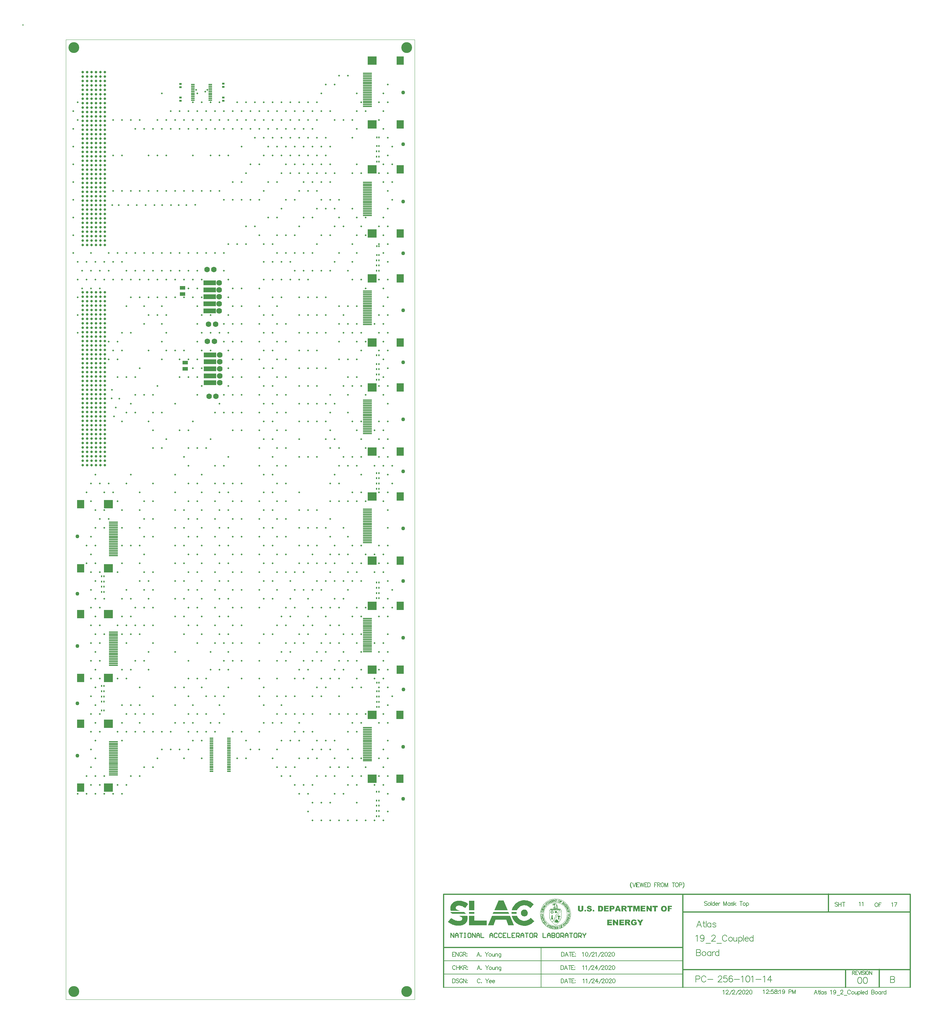
<source format=gts>
G04*
G04 #@! TF.GenerationSoftware,Altium Limited,Altium Designer,20.1.14 (287)*
G04*
G04 Layer_Color=8388736*
%FSLAX25Y25*%
%MOIN*%
G70*
G04*
G04 #@! TF.SameCoordinates,E5BBD601-0378-4793-8288-20EAF3AE4A8C*
G04*
G04*
G04 #@! TF.FilePolarity,Negative*
G04*
G01*
G75*
%ADD11C,0.00800*%
%ADD12C,0.01000*%
%ADD13C,0.00500*%
%ADD15C,0.00400*%
%ADD17C,0.01200*%
%ADD18C,0.00026*%
%ADD19C,0.00043*%
%ADD20C,0.00195*%
%ADD21C,0.00061*%
%ADD22C,0.00087*%
%ADD23C,0.00104*%
%ADD24C,0.00052*%
%ADD25C,0.00049*%
%ADD26C,0.00183*%
%ADD27C,0.00174*%
%ADD28C,0.00244*%
%ADD29C,0.00035*%
%ADD30R,0.06131X0.10864*%
%ADD31R,0.06131X0.02042*%
%ADD43R,0.09849X0.01502*%
%ADD44R,0.09849X0.09258*%
%ADD45R,0.08274X0.09376*%
%ADD46R,0.08274X0.09258*%
%ADD47R,0.14179X0.05321*%
%ADD48R,0.04337X0.01581*%
%ADD49C,0.02900*%
%ADD50R,0.01600X0.02200*%
%ADD51R,0.02900X0.02200*%
%ADD52R,0.05900X0.03900*%
%ADD53R,0.01700X0.02200*%
%ADD54C,0.04337*%
%ADD55C,0.06306*%
%ADD56C,0.00400*%
%ADD57C,0.12211*%
%ADD58C,0.02000*%
%ADD59C,0.06400*%
G36*
X444872Y111275D02*
X445882Y111177D01*
X447164Y110976D01*
X448256Y110719D01*
X449310Y110392D01*
X450328Y109997D01*
X451308Y109536D01*
X452250Y109010D01*
X453156Y108420D01*
X454023Y107770D01*
X450838Y103152D01*
X449845Y103786D01*
X449310Y104122D01*
X448783Y104397D01*
X447898Y104858D01*
X447164Y105145D01*
X446447Y105425D01*
X445727Y105629D01*
X445369Y105704D01*
X444942Y105787D01*
X444550Y105836D01*
X444300Y105868D01*
X443986Y105882D01*
X443672Y105896D01*
X443257Y105884D01*
X442884Y105862D01*
X442205Y105746D01*
X441629Y105565D01*
X441317Y105434D01*
X441149Y105332D01*
X440920Y105192D01*
X440594Y104910D01*
X440333Y104580D01*
X440144Y104198D01*
X440041Y103811D01*
X440010Y103470D01*
X440041Y102920D01*
X440144Y102503D01*
X440340Y102114D01*
X440603Y101793D01*
X440982Y101483D01*
X441475Y101192D01*
X442093Y100911D01*
X442845Y100634D01*
X444801Y100050D01*
X434314D01*
X433984Y101622D01*
X433918Y102913D01*
X434038Y104377D01*
X434386Y105728D01*
X434949Y106957D01*
X435712Y108054D01*
X436660Y109009D01*
X437780Y109812D01*
X439055Y110454D01*
X440406Y110903D01*
X442205Y111225D01*
X443672Y111313D01*
X444872Y111275D01*
D02*
G37*
G36*
X517895Y111908D02*
X519389Y111779D01*
X520888Y111487D01*
X522227Y111086D01*
X523555Y110537D01*
X524814Y109863D01*
X525993Y109073D01*
X527087Y108173D01*
X528088Y107172D01*
X524350Y102853D01*
X523266Y103987D01*
X522533Y104583D01*
X521739Y105099D01*
X520888Y105528D01*
X519988Y105863D01*
X519043Y106100D01*
X518061Y106231D01*
X516939Y106245D01*
X515629Y106080D01*
X514388Y105729D01*
X513229Y105207D01*
X512166Y104529D01*
X511201Y103694D01*
X510390Y102764D01*
X509705Y101706D01*
X509174Y100550D01*
X503309D01*
X503371Y100938D01*
X503702Y102077D01*
X504121Y103175D01*
X504625Y104227D01*
X505209Y105231D01*
X505540Y105706D01*
X505870Y106181D01*
X506602Y107074D01*
X507403Y107905D01*
X508268Y108670D01*
X509192Y109365D01*
X510171Y109985D01*
X511215Y110533D01*
X512279Y110986D01*
X513399Y111358D01*
X514558Y111639D01*
X515751Y111825D01*
X516939Y111908D01*
X517895Y111908D01*
D02*
G37*
G36*
X498550Y100550D02*
X483481D01*
X488190Y111614D01*
X493842D01*
X498550Y100550D01*
D02*
G37*
G36*
X508675Y98506D02*
X508648Y98111D01*
X508624Y97743D01*
Y97024D01*
X508675Y96486D01*
X502993D01*
X502974Y97126D01*
X502956Y97562D01*
X502959Y97767D01*
X502993Y98507D01*
X508675Y98506D01*
D02*
G37*
G36*
X450353Y97853D02*
X450670Y97611D01*
X450986Y97369D01*
X451368Y97023D01*
X451880Y96465D01*
X436708D01*
X436380Y96635D01*
X436052Y96805D01*
X435690Y97029D01*
X435328Y97253D01*
X434903Y97592D01*
X434478Y97930D01*
X433930Y98507D01*
X449271D01*
X450353Y97853D01*
D02*
G37*
G36*
X500289Y96465D02*
X481742D01*
X482612Y98507D01*
X499421D01*
X500289Y96465D01*
D02*
G37*
G36*
X518525Y101172D02*
X519221Y100884D01*
X519848Y100465D01*
X520381Y99932D01*
X520799Y99306D01*
X521088Y98610D01*
X521235Y97871D01*
Y97494D01*
Y97491D01*
Y97114D01*
X521088Y96375D01*
X520799Y95679D01*
X520381Y95052D01*
X519848Y94519D01*
X519221Y94101D01*
X518525Y93812D01*
X517786Y93665D01*
X517033D01*
X516295Y93812D01*
X515600Y94100D01*
X514974Y94518D01*
X514442Y95050D01*
X514024Y95676D01*
X513736Y96371D01*
X513589Y97109D01*
Y97485D01*
Y97499D01*
Y97875D01*
X513736Y98613D01*
X514024Y99309D01*
X514442Y99934D01*
X514974Y100466D01*
X515600Y100884D01*
X516295Y101172D01*
X517033Y101319D01*
X517786D01*
X518525Y101172D01*
D02*
G37*
G36*
X453178Y93666D02*
X453265Y93221D01*
X453325Y92699D01*
X453342Y92243D01*
X453359Y91788D01*
X453295Y90968D01*
X453235Y90201D01*
X453055Y89489D01*
X452872Y88765D01*
X452505Y87911D01*
X452285Y87482D01*
X451887Y86919D01*
X451489Y86356D01*
X450993Y85875D01*
X450498Y85393D01*
X449326Y84596D01*
X448657Y84283D01*
X447989Y83969D01*
X447628Y83859D01*
X447126Y83707D01*
X446481Y83513D01*
X446198Y83465D01*
X445624Y83368D01*
X445222Y83300D01*
X444839Y83240D01*
X444628Y83229D01*
X443969Y83194D01*
X443608Y83175D01*
X443092Y83150D01*
X442700Y83164D01*
X442308Y83178D01*
X441861Y83193D01*
X441399Y83242D01*
X440999Y83284D01*
X440519Y83340D01*
X440092Y83416D01*
X439665Y83491D01*
X439345Y83548D01*
X438833Y83676D01*
X438469Y83768D01*
X438022Y83886D01*
X437625Y84017D01*
X437228Y84147D01*
X436887Y84259D01*
X436449Y84439D01*
X436072Y84594D01*
X435311Y84941D01*
X434927Y85132D01*
X434535Y85328D01*
X433974Y85663D01*
X433413Y85998D01*
X432334Y86758D01*
X431304Y87608D01*
X434927Y91948D01*
X435695Y91369D01*
X436072Y91084D01*
X436449Y90800D01*
X436887Y90521D01*
X437228Y90303D01*
X437625Y90082D01*
X438106Y89822D01*
X438469Y89650D01*
X438833Y89479D01*
X439089Y89380D01*
X439505Y89220D01*
X440092Y89030D01*
X440598Y88886D01*
X440999Y88801D01*
X441630Y88687D01*
X442084Y88630D01*
X442700Y88586D01*
X443187Y88565D01*
X443608Y88578D01*
X443969Y88592D01*
X444628Y88680D01*
X444857Y88735D01*
X445222Y88822D01*
X445502Y88927D01*
X445892Y89098D01*
X446198Y89265D01*
X446575Y89561D01*
X446873Y89903D01*
X447051Y90221D01*
X447126Y90406D01*
X447233Y90827D01*
X447268Y91191D01*
X447243Y91666D01*
X447126Y92112D01*
X446943Y92467D01*
X446782Y92689D01*
X446537Y92919D01*
X446330Y93081D01*
X446039Y93281D01*
X445746Y93435D01*
X445362Y93624D01*
X445048Y93757D01*
X444734Y93880D01*
X444628Y93915D01*
X443969Y94133D01*
X443127Y94423D01*
X452989D01*
X453178Y93666D01*
D02*
G37*
G36*
X461118Y89121D02*
X475011D01*
Y83548D01*
X454986D01*
Y94422D01*
X461118D01*
Y89121D01*
D02*
G37*
G36*
X505787Y83548D02*
X499376D01*
X496829Y89797D01*
X485045D01*
X482496Y83548D01*
X476247D01*
X480873Y94422D01*
X501159D01*
X505787Y83548D01*
D02*
G37*
G36*
X509415Y93832D02*
X509720Y93277D01*
X510024Y92722D01*
X510474Y92124D01*
X510781Y91716D01*
X511198Y91301D01*
X511671Y90829D01*
X511974Y90604D01*
X512276Y90379D01*
X512680Y90077D01*
X513039Y89883D01*
X513397Y89689D01*
X513794Y89474D01*
X514175Y89335D01*
X514556Y89196D01*
X514997Y89035D01*
X516276Y88774D01*
X516939Y88716D01*
X517447Y88722D01*
X518078Y88731D01*
X519083Y88868D01*
X520049Y89117D01*
X520967Y89469D01*
X521834Y89918D01*
X522237Y90188D01*
X522640Y90458D01*
X522895Y90672D01*
X523149Y90886D01*
X523380Y91081D01*
X523605Y91317D01*
X523830Y91552D01*
X524048Y91781D01*
X524258Y92024D01*
X524469Y92267D01*
X528469Y88229D01*
X527460Y87140D01*
X526344Y86159D01*
X525132Y85295D01*
X523830Y84558D01*
X523149Y84240D01*
X522237Y83898D01*
X521732Y83709D01*
X520249Y83328D01*
X518709Y83104D01*
X517920Y83054D01*
X517447Y83052D01*
X516974Y83050D01*
X516607Y83076D01*
X515750Y83136D01*
X514556Y83322D01*
X513794Y83507D01*
X513397Y83603D01*
X512478Y83908D01*
X512276Y83975D01*
X511671Y84233D01*
X511198Y84435D01*
X510474Y84816D01*
X510167Y84978D01*
X509720Y85261D01*
X509170Y85612D01*
X508717Y85953D01*
X508263Y86294D01*
X507831Y86677D01*
X507399Y87060D01*
X506598Y87892D01*
X506232Y88339D01*
X505865Y88785D01*
X505535Y89261D01*
X505205Y89737D01*
X504913Y90239D01*
X504621Y90741D01*
X504369Y91268D01*
X504118Y91795D01*
X503908Y92345D01*
X503699Y92894D01*
X503369Y94034D01*
X503307Y94422D01*
X509170D01*
X509415Y93832D01*
D02*
G37*
G36*
X590978Y105644D02*
X591083D01*
X591197Y105634D01*
X591332Y105613D01*
X591468Y105603D01*
X591770Y105540D01*
X592072Y105457D01*
X592374Y105353D01*
X592509Y105280D01*
X592634Y105197D01*
X592644D01*
X592665Y105176D01*
X592696Y105145D01*
X592738Y105113D01*
X592790Y105061D01*
X592842Y104999D01*
X592904Y104937D01*
X592977Y104853D01*
X593040Y104760D01*
X593102Y104645D01*
X593175Y104531D01*
X593227Y104406D01*
X593290Y104260D01*
X593331Y104104D01*
X593373Y103937D01*
X593404Y103760D01*
X591562Y103656D01*
Y103677D01*
X591541Y103729D01*
X591520Y103802D01*
X591489Y103895D01*
X591447Y104000D01*
X591395Y104104D01*
X591322Y104197D01*
X591239Y104281D01*
X591228Y104291D01*
X591197Y104312D01*
X591145Y104343D01*
X591072Y104385D01*
X590978Y104416D01*
X590864Y104447D01*
X590739Y104468D01*
X590583Y104478D01*
X590531D01*
X590468Y104468D01*
X590385Y104458D01*
X590219Y104416D01*
X590135Y104385D01*
X590062Y104333D01*
X590052Y104322D01*
X590042Y104312D01*
X590010Y104281D01*
X589979Y104239D01*
X589927Y104124D01*
X589906Y104052D01*
X589896Y103979D01*
Y103968D01*
Y103958D01*
X589917Y103885D01*
X589958Y103802D01*
X589990Y103750D01*
X590042Y103708D01*
X590052Y103698D01*
X590073Y103687D01*
X590114Y103666D01*
X590177Y103635D01*
X590260Y103594D01*
X590375Y103552D01*
X590520Y103510D01*
X590697Y103469D01*
X590708D01*
X590750Y103458D01*
X590822Y103437D01*
X590906Y103427D01*
X591010Y103396D01*
X591135Y103365D01*
X591270Y103333D01*
X591416Y103302D01*
X591718Y103208D01*
X592020Y103115D01*
X592165Y103063D01*
X592301Y103011D01*
X592425Y102959D01*
X592540Y102907D01*
X592550D01*
X592561Y102896D01*
X592592Y102875D01*
X592634Y102855D01*
X592727Y102792D01*
X592852Y102719D01*
X592988Y102615D01*
X593123Y102490D01*
X593248Y102355D01*
X593352Y102209D01*
X593362Y102188D01*
X593394Y102136D01*
X593435Y102053D01*
X593487Y101938D01*
X593529Y101793D01*
X593571Y101637D01*
X593602Y101460D01*
X593612Y101272D01*
Y101262D01*
Y101241D01*
Y101210D01*
Y101168D01*
X593591Y101054D01*
X593571Y100897D01*
X593529Y100731D01*
X593467Y100543D01*
X593383Y100346D01*
X593269Y100148D01*
Y100137D01*
X593258Y100127D01*
X593206Y100065D01*
X593133Y99971D01*
X593029Y99856D01*
X592894Y99731D01*
X592727Y99607D01*
X592540Y99482D01*
X592321Y99367D01*
X592311D01*
X592290Y99357D01*
X592259Y99346D01*
X592217Y99326D01*
X592155Y99305D01*
X592082Y99284D01*
X591999Y99263D01*
X591905Y99242D01*
X591801Y99211D01*
X591686Y99190D01*
X591426Y99148D01*
X591124Y99117D01*
X590791Y99107D01*
X590635D01*
X590531Y99117D01*
X590396Y99128D01*
X590250Y99138D01*
X590083Y99159D01*
X589906Y99180D01*
X589532Y99253D01*
X589344Y99305D01*
X589157Y99367D01*
X588980Y99440D01*
X588824Y99523D01*
X588667Y99617D01*
X588543Y99721D01*
X588532Y99731D01*
X588511Y99752D01*
X588480Y99783D01*
X588449Y99836D01*
X588397Y99898D01*
X588345Y99971D01*
X588282Y100054D01*
X588220Y100158D01*
X588157Y100262D01*
X588095Y100387D01*
X587981Y100648D01*
X587897Y100960D01*
X587866Y101126D01*
X587845Y101303D01*
X589709Y101428D01*
Y101408D01*
X589719Y101355D01*
X589740Y101272D01*
X589761Y101168D01*
X589792Y101054D01*
X589833Y100939D01*
X589886Y100835D01*
X589948Y100731D01*
X589958Y100710D01*
X590010Y100668D01*
X590073Y100616D01*
X590177Y100543D01*
X590302Y100471D01*
X590448Y100418D01*
X590625Y100377D01*
X590822Y100356D01*
X590895D01*
X590968Y100366D01*
X591062Y100377D01*
X591166Y100398D01*
X591280Y100439D01*
X591385Y100481D01*
X591478Y100543D01*
X591489Y100554D01*
X591509Y100575D01*
X591551Y100616D01*
X591593Y100679D01*
X591634Y100741D01*
X591676Y100824D01*
X591697Y100908D01*
X591707Y101002D01*
Y101012D01*
Y101043D01*
X591697Y101095D01*
X591676Y101147D01*
X591655Y101220D01*
X591613Y101293D01*
X591562Y101366D01*
X591489Y101439D01*
X591478Y101449D01*
X591447Y101470D01*
X591374Y101512D01*
X591280Y101564D01*
X591145Y101616D01*
X591062Y101647D01*
X590968Y101678D01*
X590864Y101709D01*
X590750Y101751D01*
X590625Y101782D01*
X590479Y101813D01*
X590468D01*
X590427Y101824D01*
X590354Y101845D01*
X590271Y101865D01*
X590167Y101897D01*
X590042Y101928D01*
X589906Y101970D01*
X589761Y102011D01*
X589459Y102126D01*
X589157Y102251D01*
X589011Y102324D01*
X588876Y102407D01*
X588751Y102490D01*
X588636Y102573D01*
X588626Y102584D01*
X588616Y102594D01*
X588584Y102626D01*
X588553Y102657D01*
X588459Y102761D01*
X588366Y102907D01*
X588262Y103084D01*
X588168Y103292D01*
X588105Y103531D01*
X588095Y103666D01*
X588085Y103802D01*
Y103812D01*
Y103823D01*
Y103885D01*
X588095Y103979D01*
X588116Y104104D01*
X588157Y104239D01*
X588199Y104395D01*
X588272Y104551D01*
X588366Y104718D01*
X588376Y104739D01*
X588418Y104791D01*
X588480Y104874D01*
X588574Y104968D01*
X588699Y105082D01*
X588844Y105197D01*
X589021Y105301D01*
X589219Y105405D01*
X589230D01*
X589251Y105415D01*
X589282Y105426D01*
X589323Y105447D01*
X589386Y105467D01*
X589448Y105488D01*
X589532Y105509D01*
X589625Y105530D01*
X589740Y105551D01*
X589854Y105571D01*
X589979Y105592D01*
X590125Y105613D01*
X590271Y105634D01*
X590427Y105644D01*
X590781Y105655D01*
X590895D01*
X590978Y105644D01*
D02*
G37*
G36*
X661215Y99211D02*
X659372D01*
X656999Y102688D01*
Y99211D01*
X655156D01*
Y105551D01*
X656978D01*
X659372Y102042D01*
Y105551D01*
X661215D01*
Y99211D01*
D02*
G37*
G36*
X647484D02*
X645881D01*
Y104041D01*
X644642Y99211D01*
X643185D01*
X641956Y104041D01*
Y99211D01*
X640353D01*
Y105551D01*
X642935D01*
X643913Y101689D01*
X644902Y105551D01*
X647484D01*
Y99211D01*
D02*
G37*
G36*
X583952Y101772D02*
Y101761D01*
Y101751D01*
Y101720D01*
Y101678D01*
X583941Y101564D01*
X583931Y101428D01*
X583910Y101262D01*
X583879Y101085D01*
X583837Y100897D01*
X583775Y100710D01*
Y100700D01*
X583764Y100689D01*
X583744Y100627D01*
X583702Y100533D01*
X583639Y100418D01*
X583567Y100273D01*
X583473Y100127D01*
X583358Y99981D01*
X583223Y99836D01*
X583202Y99815D01*
X583161Y99773D01*
X583088Y99711D01*
X582984Y99627D01*
X582869Y99544D01*
X582734Y99461D01*
X582588Y99378D01*
X582432Y99315D01*
X582421D01*
X582411Y99305D01*
X582380Y99294D01*
X582328Y99284D01*
X582276Y99263D01*
X582213Y99253D01*
X582047Y99211D01*
X581849Y99169D01*
X581620Y99138D01*
X581360Y99117D01*
X581068Y99107D01*
X580891D01*
X580766Y99117D01*
X580610D01*
X580444Y99138D01*
X580246Y99148D01*
X580048Y99169D01*
X580027D01*
X579996Y99180D01*
X579954D01*
X579861Y99201D01*
X579736Y99221D01*
X579590Y99263D01*
X579434Y99305D01*
X579278Y99357D01*
X579132Y99419D01*
X579111Y99430D01*
X579070Y99461D01*
X578997Y99502D01*
X578913Y99565D01*
X578809Y99638D01*
X578695Y99731D01*
X578580Y99846D01*
X578466Y99971D01*
X578455Y99992D01*
X578414Y100033D01*
X578362Y100106D01*
X578299Y100200D01*
X578237Y100304D01*
X578164Y100429D01*
X578101Y100564D01*
X578049Y100700D01*
Y100710D01*
X578039Y100731D01*
X578028Y100762D01*
X578018Y100804D01*
X577997Y100918D01*
X577966Y101064D01*
X577924Y101231D01*
X577904Y101408D01*
X577883Y101595D01*
X577872Y101772D01*
Y105551D01*
X579829D01*
Y101678D01*
Y101668D01*
Y101657D01*
Y101595D01*
X579840Y101501D01*
X579861Y101387D01*
X579902Y101262D01*
X579944Y101126D01*
X580017Y100991D01*
X580111Y100877D01*
X580121Y100866D01*
X580162Y100835D01*
X580225Y100783D01*
X580319Y100731D01*
X580433Y100679D01*
X580569Y100627D01*
X580735Y100595D01*
X580912Y100585D01*
X580995D01*
X581089Y100595D01*
X581204Y100616D01*
X581328Y100658D01*
X581453Y100700D01*
X581589Y100773D01*
X581703Y100866D01*
X581714Y100877D01*
X581745Y100918D01*
X581797Y100991D01*
X581849Y101074D01*
X581901Y101189D01*
X581953Y101335D01*
X581984Y101491D01*
X581995Y101678D01*
Y105551D01*
X583952D01*
Y101772D01*
D02*
G37*
G36*
X684117Y104187D02*
X681233D01*
Y103084D01*
X683700D01*
Y101803D01*
X681233D01*
Y99211D01*
X679266D01*
Y105551D01*
X684117D01*
Y104187D01*
D02*
G37*
G36*
X668033Y103989D02*
X666035D01*
Y99211D01*
X664078D01*
Y103989D01*
X662079D01*
Y105551D01*
X668033D01*
Y103989D01*
D02*
G37*
G36*
X653990Y104197D02*
X650701D01*
Y103188D01*
X653751D01*
Y101897D01*
X650701D01*
Y100648D01*
X654084D01*
Y99211D01*
X648733D01*
Y105551D01*
X653990D01*
Y104197D01*
D02*
G37*
G36*
X639489Y103989D02*
X637490D01*
Y99211D01*
X635533D01*
Y103989D01*
X633535D01*
Y105551D01*
X639489D01*
Y103989D01*
D02*
G37*
G36*
X630682Y105540D02*
X630891Y105530D01*
X631109Y105509D01*
X631349Y105488D01*
X631567Y105447D01*
X631765Y105394D01*
X631775D01*
X631786Y105384D01*
X631848Y105363D01*
X631931Y105322D01*
X632046Y105259D01*
X632161Y105186D01*
X632296Y105082D01*
X632421Y104957D01*
X632535Y104812D01*
X632546Y104791D01*
X632587Y104739D01*
X632629Y104645D01*
X632691Y104531D01*
X632744Y104374D01*
X632795Y104197D01*
X632827Y104000D01*
X632837Y103781D01*
Y103771D01*
Y103760D01*
Y103698D01*
X632827Y103594D01*
X632806Y103469D01*
X632785Y103333D01*
X632744Y103177D01*
X632681Y103021D01*
X632608Y102875D01*
X632598Y102855D01*
X632566Y102813D01*
X632514Y102740D01*
X632442Y102657D01*
X632358Y102553D01*
X632244Y102448D01*
X632129Y102344D01*
X631984Y102251D01*
X631973Y102240D01*
X631942Y102230D01*
X631879Y102199D01*
X631807Y102167D01*
X631703Y102126D01*
X631588Y102084D01*
X631453Y102042D01*
X631296Y102001D01*
X631307D01*
X631349Y101980D01*
X631411Y101959D01*
X631484Y101928D01*
X631650Y101855D01*
X631734Y101813D01*
X631796Y101772D01*
X631807D01*
X631817Y101751D01*
X631848Y101730D01*
X631879Y101699D01*
X631921Y101647D01*
X631973Y101595D01*
X632036Y101522D01*
X632108Y101428D01*
X632119Y101418D01*
X632140Y101387D01*
X632181Y101345D01*
X632223Y101283D01*
X632317Y101158D01*
X632358Y101095D01*
X632389Y101043D01*
X633347Y99211D01*
X631130D01*
X630079Y101137D01*
X630068Y101158D01*
X630047Y101199D01*
X630006Y101262D01*
X629964Y101345D01*
X629902Y101428D01*
X629849Y101501D01*
X629787Y101574D01*
X629725Y101626D01*
X629714Y101637D01*
X629693Y101647D01*
X629641Y101678D01*
X629589Y101709D01*
X629516Y101730D01*
X629433Y101761D01*
X629339Y101772D01*
X629246Y101782D01*
X629079D01*
Y99211D01*
X627112D01*
Y105551D01*
X630599D01*
X630682Y105540D01*
D02*
G37*
G36*
X626456Y99211D02*
X624395D01*
X624082Y100262D01*
X621865D01*
X621553Y99211D01*
X619554D01*
X621927Y105551D01*
X624082D01*
X626456Y99211D01*
D02*
G37*
G36*
X617212Y105540D02*
X617295D01*
X617399Y105519D01*
X617514Y105509D01*
X617638Y105488D01*
X617899Y105426D01*
X618159Y105332D01*
X618294Y105280D01*
X618419Y105207D01*
X618534Y105134D01*
X618638Y105041D01*
X618648Y105030D01*
X618659Y105020D01*
X618690Y104989D01*
X618721Y104947D01*
X618763Y104895D01*
X618805Y104832D01*
X618856Y104760D01*
X618909Y104666D01*
X618950Y104572D01*
X619002Y104468D01*
X619044Y104343D01*
X619086Y104218D01*
X619148Y103937D01*
X619158Y103771D01*
X619169Y103604D01*
Y103594D01*
Y103562D01*
Y103510D01*
X619158Y103448D01*
X619148Y103365D01*
X619138Y103271D01*
X619117Y103167D01*
X619096Y103052D01*
X619023Y102813D01*
X618919Y102563D01*
X618856Y102438D01*
X618784Y102313D01*
X618690Y102199D01*
X618586Y102094D01*
X618575Y102084D01*
X618555Y102074D01*
X618523Y102042D01*
X618482Y102011D01*
X618419Y101970D01*
X618346Y101928D01*
X618253Y101876D01*
X618149Y101834D01*
X618034Y101782D01*
X617909Y101730D01*
X617764Y101689D01*
X617607Y101647D01*
X617430Y101616D01*
X617243Y101584D01*
X617045Y101574D01*
X616827Y101564D01*
X615754D01*
Y99211D01*
X613787D01*
Y105551D01*
X617139D01*
X617212Y105540D01*
D02*
G37*
G36*
X612642Y104197D02*
X609352D01*
Y103188D01*
X612402D01*
Y101897D01*
X609352D01*
Y100648D01*
X612735D01*
Y99211D01*
X607385D01*
Y105551D01*
X612642D01*
Y104197D01*
D02*
G37*
G36*
X603648Y105540D02*
X603731D01*
X603918Y105519D01*
X604147Y105488D01*
X604376Y105447D01*
X604605Y105394D01*
X604813Y105311D01*
X604824D01*
X604834Y105301D01*
X604907Y105270D01*
X605001Y105218D01*
X605126Y105145D01*
X605261Y105051D01*
X605407Y104937D01*
X605552Y104801D01*
X605688Y104645D01*
X605709Y104624D01*
X605750Y104572D01*
X605813Y104478D01*
X605886Y104353D01*
X605969Y104208D01*
X606052Y104031D01*
X606136Y103833D01*
X606198Y103625D01*
Y103614D01*
X606208Y103604D01*
Y103562D01*
X606219Y103521D01*
X606240Y103469D01*
X606250Y103406D01*
X606281Y103250D01*
X606302Y103073D01*
X606333Y102865D01*
X606344Y102636D01*
X606354Y102396D01*
Y102386D01*
Y102355D01*
Y102303D01*
Y102230D01*
X606344Y102147D01*
Y102042D01*
X606333Y101938D01*
X606323Y101813D01*
X606292Y101564D01*
X606250Y101303D01*
X606198Y101043D01*
X606156Y100929D01*
X606115Y100814D01*
Y100804D01*
X606104Y100793D01*
X606094Y100762D01*
X606073Y100720D01*
X606021Y100616D01*
X605948Y100491D01*
X605854Y100346D01*
X605750Y100189D01*
X605615Y100033D01*
X605469Y99877D01*
X605448Y99856D01*
X605396Y99815D01*
X605313Y99752D01*
X605209Y99679D01*
X605074Y99586D01*
X604928Y99513D01*
X604772Y99440D01*
X604595Y99378D01*
X604584D01*
X604564Y99367D01*
X604532D01*
X604491Y99357D01*
X604428Y99336D01*
X604366Y99326D01*
X604210Y99294D01*
X604022Y99263D01*
X603835Y99242D01*
X603627Y99221D01*
X603429Y99211D01*
X600525D01*
Y105551D01*
X603575D01*
X603648Y105540D01*
D02*
G37*
G36*
X596371Y99211D02*
X594487D01*
Y100981D01*
X596371D01*
Y99211D01*
D02*
G37*
G36*
X587023D02*
X585139D01*
Y100981D01*
X587023D01*
Y99211D01*
D02*
G37*
G36*
X675060Y105644D02*
X675164D01*
X675300Y105634D01*
X675445Y105613D01*
X675622Y105582D01*
X675799Y105551D01*
X675997Y105499D01*
X676195Y105447D01*
X676393Y105374D01*
X676601Y105290D01*
X676799Y105197D01*
X676986Y105082D01*
X677173Y104947D01*
X677340Y104801D01*
X677350Y104791D01*
X677382Y104760D01*
X677423Y104718D01*
X677475Y104645D01*
X677538Y104562D01*
X677610Y104447D01*
X677694Y104322D01*
X677777Y104187D01*
X677850Y104020D01*
X677933Y103843D01*
X678006Y103656D01*
X678069Y103437D01*
X678121Y103208D01*
X678162Y102969D01*
X678194Y102709D01*
X678204Y102428D01*
Y102417D01*
Y102376D01*
Y102324D01*
X678194Y102240D01*
Y102147D01*
X678183Y102042D01*
X678173Y101918D01*
X678162Y101782D01*
X678110Y101491D01*
X678048Y101189D01*
X677954Y100877D01*
X677829Y100595D01*
Y100585D01*
X677808Y100564D01*
X677787Y100533D01*
X677756Y100481D01*
X677725Y100418D01*
X677673Y100356D01*
X677559Y100189D01*
X677402Y100013D01*
X677215Y99836D01*
X676996Y99648D01*
X676747Y99492D01*
X676736D01*
X676715Y99471D01*
X676674Y99461D01*
X676622Y99430D01*
X676549Y99398D01*
X676465Y99367D01*
X676372Y99336D01*
X676257Y99305D01*
X676143Y99263D01*
X676007Y99232D01*
X675862Y99201D01*
X675705Y99169D01*
X675362Y99128D01*
X674977Y99107D01*
X674873D01*
X674800Y99117D01*
X674706D01*
X674602Y99128D01*
X674477Y99138D01*
X674352Y99148D01*
X674071Y99190D01*
X673769Y99253D01*
X673478Y99326D01*
X673197Y99440D01*
X673186D01*
X673166Y99461D01*
X673134Y99482D01*
X673082Y99502D01*
X673020Y99544D01*
X672957Y99586D01*
X672791Y99700D01*
X672614Y99856D01*
X672426Y100044D01*
X672239Y100262D01*
X672062Y100523D01*
Y100533D01*
X672041Y100554D01*
X672020Y100595D01*
X672000Y100658D01*
X671968Y100731D01*
X671927Y100814D01*
X671885Y100918D01*
X671854Y101033D01*
X671812Y101158D01*
X671770Y101303D01*
X671739Y101449D01*
X671698Y101616D01*
X671677Y101793D01*
X671656Y101980D01*
X671635Y102376D01*
Y102396D01*
Y102448D01*
X671646Y102521D01*
Y102636D01*
X671666Y102761D01*
X671677Y102917D01*
X671708Y103084D01*
X671739Y103261D01*
X671791Y103448D01*
X671843Y103646D01*
X671916Y103843D01*
X672000Y104052D01*
X672104Y104249D01*
X672218Y104437D01*
X672343Y104624D01*
X672499Y104791D01*
X672510Y104801D01*
X672541Y104832D01*
X672593Y104874D01*
X672655Y104926D01*
X672749Y104989D01*
X672853Y105061D01*
X672978Y105145D01*
X673124Y105228D01*
X673290Y105301D01*
X673467Y105384D01*
X673665Y105457D01*
X673884Y105519D01*
X674113Y105571D01*
X674363Y105613D01*
X674623Y105644D01*
X674904Y105655D01*
X674977D01*
X675060Y105644D01*
D02*
G37*
G36*
X641384Y90144D02*
X641488D01*
X641592Y90134D01*
X641717D01*
X641967Y90103D01*
X642227Y90071D01*
X642477Y90019D01*
X642592Y89988D01*
X642696Y89957D01*
X642706D01*
X642717Y89947D01*
X642789Y89926D01*
X642883Y89874D01*
X643008Y89811D01*
X643143Y89728D01*
X643289Y89624D01*
X643435Y89509D01*
X643570Y89364D01*
X643581Y89343D01*
X643622Y89291D01*
X643685Y89207D01*
X643768Y89093D01*
X643851Y88947D01*
X643934Y88770D01*
X644018Y88572D01*
X644091Y88354D01*
X642196Y88021D01*
X642186Y88042D01*
X642175Y88083D01*
X642144Y88146D01*
X642102Y88218D01*
X642040Y88312D01*
X641977Y88396D01*
X641884Y88489D01*
X641790Y88562D01*
X641780Y88572D01*
X641738Y88593D01*
X641686Y88625D01*
X641603Y88666D01*
X641499Y88697D01*
X641374Y88729D01*
X641238Y88749D01*
X641082Y88760D01*
X641020D01*
X640978Y88749D01*
X640853Y88739D01*
X640707Y88708D01*
X640551Y88656D01*
X640374Y88572D01*
X640208Y88458D01*
X640124Y88396D01*
X640052Y88312D01*
X640031Y88291D01*
X640020Y88260D01*
X639989Y88229D01*
X639968Y88177D01*
X639937Y88125D01*
X639895Y88052D01*
X639864Y87969D01*
X639833Y87875D01*
X639791Y87771D01*
X639760Y87656D01*
X639739Y87531D01*
X639708Y87386D01*
X639698Y87240D01*
X639677Y87073D01*
Y86896D01*
Y86886D01*
Y86855D01*
Y86803D01*
X639687Y86730D01*
Y86647D01*
X639698Y86542D01*
X639729Y86324D01*
X639771Y86085D01*
X639843Y85845D01*
X639937Y85616D01*
X639999Y85522D01*
X640062Y85429D01*
X640083Y85408D01*
X640135Y85356D01*
X640218Y85293D01*
X640343Y85210D01*
X640489Y85127D01*
X640676Y85064D01*
X640895Y85012D01*
X641134Y84991D01*
X641186D01*
X641259Y85002D01*
X641342D01*
X641436Y85012D01*
X641540Y85033D01*
X641759Y85085D01*
X641769D01*
X641811Y85106D01*
X641873Y85127D01*
X641957Y85158D01*
X642061Y85210D01*
X642186Y85262D01*
X642310Y85325D01*
X642456Y85408D01*
Y86001D01*
X641145D01*
Y87323D01*
X644174D01*
Y84617D01*
X644164Y84606D01*
X644132Y84596D01*
X644091Y84565D01*
X644028Y84523D01*
X643955Y84471D01*
X643862Y84419D01*
X643757Y84356D01*
X643653Y84294D01*
X643414Y84169D01*
X643154Y84034D01*
X642883Y83909D01*
X642623Y83815D01*
X642612D01*
X642592Y83805D01*
X642560Y83794D01*
X642508Y83784D01*
X642446Y83763D01*
X642363Y83753D01*
X642279Y83732D01*
X642175Y83711D01*
X642061Y83690D01*
X641946Y83669D01*
X641676Y83638D01*
X641374Y83617D01*
X641041Y83607D01*
X640936D01*
X640853Y83617D01*
X640760D01*
X640645Y83628D01*
X640520Y83638D01*
X640385Y83659D01*
X640093Y83701D01*
X639791Y83763D01*
X639479Y83857D01*
X639198Y83982D01*
X639187D01*
X639167Y84002D01*
X639136Y84023D01*
X639083Y84054D01*
X639021Y84096D01*
X638959Y84148D01*
X638792Y84273D01*
X638615Y84429D01*
X638438Y84627D01*
X638251Y84856D01*
X638095Y85127D01*
Y85137D01*
X638074Y85158D01*
X638063Y85200D01*
X638032Y85262D01*
X638001Y85335D01*
X637970Y85418D01*
X637938Y85522D01*
X637907Y85626D01*
X637865Y85751D01*
X637834Y85887D01*
X637772Y86189D01*
X637730Y86522D01*
X637709Y86876D01*
Y86886D01*
Y86917D01*
Y86980D01*
X637720Y87053D01*
Y87136D01*
X637730Y87250D01*
X637741Y87365D01*
X637761Y87490D01*
X637813Y87771D01*
X637886Y88073D01*
X637990Y88385D01*
X638136Y88677D01*
X638146Y88687D01*
X638157Y88708D01*
X638178Y88749D01*
X638219Y88801D01*
X638261Y88864D01*
X638313Y88937D01*
X638448Y89114D01*
X638625Y89301D01*
X638844Y89499D01*
X639094Y89676D01*
X639385Y89842D01*
X639396D01*
X639417Y89853D01*
X639448Y89874D01*
X639500Y89894D01*
X639573Y89915D01*
X639646Y89947D01*
X639739Y89967D01*
X639843Y89999D01*
X639968Y90030D01*
X640093Y90061D01*
X640239Y90082D01*
X640395Y90103D01*
X640562Y90123D01*
X640739Y90144D01*
X640926Y90155D01*
X641301D01*
X641384Y90144D01*
D02*
G37*
G36*
X649129Y86365D02*
Y83711D01*
X647162D01*
Y86365D01*
X644694Y90051D01*
X646870D01*
X648151Y87906D01*
X649421Y90051D01*
X651596D01*
X649129Y86365D01*
D02*
G37*
G36*
X623354Y83711D02*
X621511D01*
X619138Y87188D01*
Y83711D01*
X617295D01*
Y90051D01*
X619117D01*
X621511Y86542D01*
Y90051D01*
X623354D01*
Y83711D01*
D02*
G37*
G36*
X634659Y90040D02*
X634867Y90030D01*
X635086Y90009D01*
X635325Y89988D01*
X635544Y89947D01*
X635742Y89894D01*
X635752D01*
X635763Y89884D01*
X635825Y89863D01*
X635908Y89822D01*
X636023Y89759D01*
X636137Y89686D01*
X636273Y89582D01*
X636398Y89457D01*
X636512Y89311D01*
X636523Y89291D01*
X636564Y89239D01*
X636606Y89145D01*
X636668Y89030D01*
X636720Y88874D01*
X636772Y88697D01*
X636804Y88500D01*
X636814Y88281D01*
Y88271D01*
Y88260D01*
Y88198D01*
X636804Y88094D01*
X636783Y87969D01*
X636762Y87833D01*
X636720Y87677D01*
X636658Y87521D01*
X636585Y87375D01*
X636575Y87354D01*
X636543Y87313D01*
X636491Y87240D01*
X636418Y87157D01*
X636335Y87053D01*
X636221Y86949D01*
X636106Y86844D01*
X635960Y86751D01*
X635950Y86740D01*
X635919Y86730D01*
X635856Y86699D01*
X635783Y86667D01*
X635679Y86626D01*
X635565Y86584D01*
X635429Y86542D01*
X635273Y86501D01*
X635284D01*
X635325Y86480D01*
X635388Y86459D01*
X635461Y86428D01*
X635627Y86355D01*
X635711Y86313D01*
X635773Y86272D01*
X635783D01*
X635794Y86251D01*
X635825Y86230D01*
X635856Y86199D01*
X635898Y86147D01*
X635950Y86095D01*
X636013Y86022D01*
X636085Y85928D01*
X636096Y85918D01*
X636117Y85887D01*
X636158Y85845D01*
X636200Y85783D01*
X636294Y85658D01*
X636335Y85595D01*
X636366Y85543D01*
X637324Y83711D01*
X635107D01*
X634055Y85637D01*
X634045Y85658D01*
X634024Y85699D01*
X633983Y85762D01*
X633941Y85845D01*
X633878Y85928D01*
X633826Y86001D01*
X633764Y86074D01*
X633702Y86126D01*
X633691Y86137D01*
X633670Y86147D01*
X633618Y86178D01*
X633566Y86209D01*
X633493Y86230D01*
X633410Y86261D01*
X633316Y86272D01*
X633223Y86282D01*
X633056D01*
Y83711D01*
X631089D01*
Y90051D01*
X634576D01*
X634659Y90040D01*
D02*
G37*
G36*
X629912Y88697D02*
X626623D01*
Y87688D01*
X629673D01*
Y86397D01*
X626623D01*
Y85148D01*
X630006D01*
Y83711D01*
X624655D01*
Y90051D01*
X629912D01*
Y88697D01*
D02*
G37*
G36*
X616129D02*
X612840D01*
Y87688D01*
X615890D01*
Y86397D01*
X612840D01*
Y85148D01*
X616223D01*
Y83711D01*
X610872D01*
Y90051D01*
X616129D01*
Y88697D01*
D02*
G37*
%LPC*%
G36*
X629933Y104270D02*
X629079D01*
Y102979D01*
X629964D01*
X630016Y102990D01*
X630089Y103000D01*
X630183Y103011D01*
X630287Y103031D01*
X630422Y103063D01*
X630432D01*
X630453Y103073D01*
X630495Y103084D01*
X630537Y103104D01*
X630641Y103167D01*
X630693Y103208D01*
X630745Y103261D01*
X630755Y103271D01*
X630765Y103292D01*
X630786Y103323D01*
X630807Y103365D01*
X630849Y103479D01*
X630870Y103552D01*
Y103625D01*
Y103635D01*
Y103677D01*
X630859Y103729D01*
X630849Y103802D01*
X630818Y103875D01*
X630786Y103958D01*
X630734Y104031D01*
X630672Y104104D01*
X630661Y104114D01*
X630630Y104135D01*
X630578Y104156D01*
X630505Y104187D01*
X630401Y104218D01*
X630276Y104249D01*
X630120Y104260D01*
X629933Y104270D01*
D02*
G37*
G36*
X622979Y103906D02*
X622292Y101637D01*
X623666D01*
X622979Y103906D01*
D02*
G37*
G36*
X616306Y104260D02*
X615754D01*
Y102844D01*
X616327D01*
X616421Y102855D01*
X616545Y102865D01*
X616670Y102886D01*
X616806Y102927D01*
X616920Y102969D01*
X617024Y103031D01*
X617035Y103042D01*
X617066Y103063D01*
X617097Y103115D01*
X617149Y103167D01*
X617191Y103240D01*
X617222Y103333D01*
X617253Y103427D01*
X617264Y103542D01*
Y103552D01*
Y103594D01*
X617253Y103646D01*
X617243Y103718D01*
X617212Y103802D01*
X617180Y103885D01*
X617128Y103968D01*
X617056Y104052D01*
X617045Y104062D01*
X617014Y104083D01*
X616962Y104114D01*
X616889Y104156D01*
X616785Y104197D01*
X616660Y104229D01*
X616493Y104249D01*
X616306Y104260D01*
D02*
G37*
G36*
X602960Y104114D02*
X602482D01*
Y100648D01*
X603054D01*
X603169Y100658D01*
X603294Y100668D01*
X603439Y100679D01*
X603585Y100710D01*
X603710Y100741D01*
X603825Y100783D01*
X603835Y100793D01*
X603866Y100814D01*
X603918Y100845D01*
X603970Y100897D01*
X604043Y100960D01*
X604106Y101043D01*
X604168Y101137D01*
X604230Y101251D01*
X604241Y101272D01*
X604251Y101314D01*
X604283Y101397D01*
X604314Y101522D01*
X604335Y101668D01*
X604366Y101865D01*
X604376Y102094D01*
X604387Y102355D01*
Y102365D01*
Y102396D01*
Y102448D01*
Y102521D01*
X604376Y102605D01*
X604366Y102698D01*
X604345Y102907D01*
X604303Y103136D01*
X604251Y103365D01*
X604168Y103573D01*
X604116Y103666D01*
X604053Y103739D01*
X604043Y103760D01*
X603991Y103802D01*
X603908Y103854D01*
X603793Y103927D01*
X603637Y104000D01*
X603450Y104052D01*
X603231Y104093D01*
X602960Y104114D01*
D02*
G37*
G36*
X674904Y104166D02*
X674852D01*
X674810Y104156D01*
X674696Y104145D01*
X674560Y104114D01*
X674415Y104062D01*
X674248Y103989D01*
X674092Y103885D01*
X673946Y103739D01*
X673936Y103718D01*
X673915Y103698D01*
X673894Y103656D01*
X673863Y103614D01*
X673832Y103562D01*
X673801Y103489D01*
X673769Y103417D01*
X673738Y103323D01*
X673707Y103219D01*
X673676Y103104D01*
X673644Y102979D01*
X673624Y102844D01*
X673603Y102698D01*
X673592Y102542D01*
Y102365D01*
Y102355D01*
Y102324D01*
Y102271D01*
X673603Y102209D01*
Y102126D01*
X673613Y102042D01*
X673634Y101834D01*
X673676Y101605D01*
X673738Y101387D01*
X673832Y101168D01*
X673884Y101074D01*
X673946Y100991D01*
X673967Y100970D01*
X674009Y100929D01*
X674092Y100856D01*
X674196Y100783D01*
X674342Y100710D01*
X674508Y100637D01*
X674696Y100595D01*
X674914Y100575D01*
X674977D01*
X675019Y100585D01*
X675133Y100595D01*
X675279Y100627D01*
X675435Y100679D01*
X675591Y100741D01*
X675758Y100845D01*
X675893Y100981D01*
X675903Y101002D01*
X675924Y101022D01*
X675945Y101064D01*
X675976Y101106D01*
X676007Y101168D01*
X676039Y101231D01*
X676070Y101314D01*
X676101Y101408D01*
X676132Y101522D01*
X676164Y101637D01*
X676195Y101772D01*
X676216Y101918D01*
X676236Y102084D01*
X676247Y102261D01*
Y102448D01*
Y102459D01*
Y102490D01*
Y102532D01*
X676236Y102594D01*
Y102667D01*
X676226Y102750D01*
X676205Y102948D01*
X676153Y103156D01*
X676091Y103375D01*
X676007Y103573D01*
X675945Y103666D01*
X675882Y103750D01*
X675862Y103771D01*
X675820Y103812D01*
X675737Y103885D01*
X675622Y103958D01*
X675487Y104031D01*
X675320Y104104D01*
X675123Y104145D01*
X674904Y104166D01*
D02*
G37*
G36*
X633910Y88770D02*
X633056D01*
Y87479D01*
X633941D01*
X633993Y87490D01*
X634066Y87500D01*
X634160Y87511D01*
X634264Y87531D01*
X634399Y87563D01*
X634409D01*
X634430Y87573D01*
X634472Y87584D01*
X634514Y87604D01*
X634618Y87667D01*
X634670Y87708D01*
X634722Y87761D01*
X634732Y87771D01*
X634742Y87792D01*
X634763Y87823D01*
X634784Y87865D01*
X634826Y87979D01*
X634847Y88052D01*
Y88125D01*
Y88135D01*
Y88177D01*
X634836Y88229D01*
X634826Y88302D01*
X634795Y88375D01*
X634763Y88458D01*
X634711Y88531D01*
X634649Y88604D01*
X634638Y88614D01*
X634607Y88635D01*
X634555Y88656D01*
X634482Y88687D01*
X634378Y88718D01*
X634253Y88749D01*
X634097Y88760D01*
X633910Y88770D01*
D02*
G37*
%LPD*%
D11*
X426872Y13711D02*
X696872D01*
X536372D02*
Y58711D01*
X426372Y43711D02*
X696372D01*
X426372Y28711D02*
X696372D01*
Y13711D02*
X953072D01*
D12*
X-48562Y1099476D02*
X-48800Y1099238D01*
X-48562Y1099000D01*
X-48324Y1099238D01*
X-48562Y1099476D01*
X434300Y69900D02*
Y74898D01*
X437632Y69900D01*
Y74898D01*
X439298Y69900D02*
Y73232D01*
X440965Y74898D01*
X442631Y73232D01*
Y69900D01*
Y72399D01*
X439298D01*
X444297Y74898D02*
X447629D01*
X445963D01*
Y69900D01*
X449295Y74898D02*
X450961D01*
X450128D01*
Y69900D01*
X449295D01*
X450961D01*
X455960Y74898D02*
X454293D01*
X453461Y74065D01*
Y70733D01*
X454293Y69900D01*
X455960D01*
X456793Y70733D01*
Y74065D01*
X455960Y74898D01*
X458459Y69900D02*
Y74898D01*
X461791Y69900D01*
Y74898D01*
X463457Y69900D02*
Y73232D01*
X465123Y74898D01*
X466789Y73232D01*
Y69900D01*
Y72399D01*
X463457D01*
X468456Y74898D02*
Y69900D01*
X471788D01*
X478452D02*
Y73232D01*
X480119Y74898D01*
X481785Y73232D01*
Y69900D01*
Y72399D01*
X478452D01*
X486783Y74065D02*
X485950Y74898D01*
X484284D01*
X483451Y74065D01*
Y70733D01*
X484284Y69900D01*
X485950D01*
X486783Y70733D01*
X491781Y74065D02*
X490948Y74898D01*
X489282D01*
X488449Y74065D01*
Y70733D01*
X489282Y69900D01*
X490948D01*
X491781Y70733D01*
X496780Y74898D02*
X493447D01*
Y69900D01*
X496780D01*
X493447Y72399D02*
X495114D01*
X498446Y74898D02*
Y69900D01*
X501778D01*
X506777Y74898D02*
X503444D01*
Y69900D01*
X506777D01*
X503444Y72399D02*
X505110D01*
X508443Y69900D02*
Y74898D01*
X510942D01*
X511775Y74065D01*
Y72399D01*
X510942Y71566D01*
X508443D01*
X510109D02*
X511775Y69900D01*
X513441D02*
Y73232D01*
X515107Y74898D01*
X516773Y73232D01*
Y69900D01*
Y72399D01*
X513441D01*
X518439Y74898D02*
X521772D01*
X520106D01*
Y69900D01*
X525937Y74898D02*
X524271D01*
X523438Y74065D01*
Y70733D01*
X524271Y69900D01*
X525937D01*
X526770Y70733D01*
Y74065D01*
X525937Y74898D01*
X528436Y69900D02*
Y74898D01*
X530935D01*
X531768Y74065D01*
Y72399D01*
X530935Y71566D01*
X528436D01*
X530102D02*
X531768Y69900D01*
X538433Y74898D02*
Y69900D01*
X541765D01*
X543431D02*
Y73232D01*
X545097Y74898D01*
X546764Y73232D01*
Y69900D01*
Y72399D01*
X543431D01*
X548430Y74898D02*
Y69900D01*
X550929D01*
X551762Y70733D01*
Y71566D01*
X550929Y72399D01*
X548430D01*
X550929D01*
X551762Y73232D01*
Y74065D01*
X550929Y74898D01*
X548430D01*
X555927D02*
X554261D01*
X553428Y74065D01*
Y70733D01*
X554261Y69900D01*
X555927D01*
X556760Y70733D01*
Y74065D01*
X555927Y74898D01*
X558426Y69900D02*
Y74898D01*
X560926D01*
X561759Y74065D01*
Y72399D01*
X560926Y71566D01*
X558426D01*
X560093D02*
X561759Y69900D01*
X563425D02*
Y73232D01*
X565091Y74898D01*
X566757Y73232D01*
Y69900D01*
Y72399D01*
X563425D01*
X568423Y74898D02*
X571756D01*
X570089D01*
Y69900D01*
X575921Y74898D02*
X574255D01*
X573422Y74065D01*
Y70733D01*
X574255Y69900D01*
X575921D01*
X576754Y70733D01*
Y74065D01*
X575921Y74898D01*
X578420Y69900D02*
Y74898D01*
X580919D01*
X581752Y74065D01*
Y72399D01*
X580919Y71566D01*
X578420D01*
X580086D02*
X581752Y69900D01*
X583418Y74898D02*
Y74065D01*
X585084Y72399D01*
X586751Y74065D01*
Y74898D01*
X585084Y72399D02*
Y69900D01*
D13*
X895245Y109239D02*
X895673Y109454D01*
X896316Y110096D01*
Y105597D01*
X898544Y109239D02*
X898973Y109454D01*
X899615Y110096D01*
Y105597D01*
X723560Y109870D02*
X723131Y110299D01*
X722488Y110513D01*
X721632D01*
X720989Y110299D01*
X720560Y109870D01*
Y109442D01*
X720775Y109013D01*
X720989Y108799D01*
X721417Y108585D01*
X722703Y108156D01*
X723131Y107942D01*
X723346Y107728D01*
X723560Y107299D01*
Y106656D01*
X723131Y106228D01*
X722488Y106014D01*
X721632D01*
X720989Y106228D01*
X720560Y106656D01*
X725638Y109013D02*
X725209Y108799D01*
X724781Y108370D01*
X724567Y107728D01*
Y107299D01*
X724781Y106656D01*
X725209Y106228D01*
X725638Y106014D01*
X726281D01*
X726709Y106228D01*
X727138Y106656D01*
X727352Y107299D01*
Y107728D01*
X727138Y108370D01*
X726709Y108799D01*
X726281Y109013D01*
X725638D01*
X728337Y110513D02*
Y106014D01*
X731851Y110513D02*
Y106014D01*
Y108370D02*
X731422Y108799D01*
X730994Y109013D01*
X730351D01*
X729923Y108799D01*
X729494Y108370D01*
X729280Y107728D01*
Y107299D01*
X729494Y106656D01*
X729923Y106228D01*
X730351Y106014D01*
X730994D01*
X731422Y106228D01*
X731851Y106656D01*
X733050Y107728D02*
X735621D01*
Y108156D01*
X735407Y108585D01*
X735193Y108799D01*
X734764Y109013D01*
X734122D01*
X733693Y108799D01*
X733265Y108370D01*
X733050Y107728D01*
Y107299D01*
X733265Y106656D01*
X733693Y106228D01*
X734122Y106014D01*
X734764D01*
X735193Y106228D01*
X735621Y106656D01*
X736586Y109013D02*
Y106014D01*
Y107728D02*
X736800Y108370D01*
X737228Y108799D01*
X737657Y109013D01*
X738299D01*
X742241Y110513D02*
Y106014D01*
Y110513D02*
X743955Y106014D01*
X745669Y110513D02*
X743955Y106014D01*
X745669Y110513D02*
Y106014D01*
X749526Y109013D02*
Y106014D01*
Y108370D02*
X749097Y108799D01*
X748669Y109013D01*
X748026D01*
X747597Y108799D01*
X747169Y108370D01*
X746955Y107728D01*
Y107299D01*
X747169Y106656D01*
X747597Y106228D01*
X748026Y106014D01*
X748669D01*
X749097Y106228D01*
X749526Y106656D01*
X753082Y108370D02*
X752868Y108799D01*
X752225Y109013D01*
X751582D01*
X750940Y108799D01*
X750725Y108370D01*
X750940Y107942D01*
X751368Y107728D01*
X752439Y107513D01*
X752868Y107299D01*
X753082Y106871D01*
Y106656D01*
X752868Y106228D01*
X752225Y106014D01*
X751582D01*
X750940Y106228D01*
X750725Y106656D01*
X754025Y110513D02*
Y106014D01*
X756167Y109013D02*
X754025Y106871D01*
X754882Y107728D02*
X756381Y106014D01*
X762123Y110513D02*
Y106014D01*
X760623Y110513D02*
X763623D01*
X765229Y109013D02*
X764801Y108799D01*
X764372Y108370D01*
X764158Y107728D01*
Y107299D01*
X764372Y106656D01*
X764801Y106228D01*
X765229Y106014D01*
X765872D01*
X766301Y106228D01*
X766729Y106656D01*
X766943Y107299D01*
Y107728D01*
X766729Y108370D01*
X766301Y108799D01*
X765872Y109013D01*
X765229D01*
X767929D02*
Y104514D01*
Y108370D02*
X768357Y108799D01*
X768786Y109013D01*
X769428D01*
X769857Y108799D01*
X770285Y108370D01*
X770500Y107728D01*
Y107299D01*
X770285Y106656D01*
X769857Y106228D01*
X769428Y106014D01*
X768786D01*
X768357Y106228D01*
X767929Y106656D01*
X931800Y108542D02*
X932228Y108756D01*
X932871Y109399D01*
Y104900D01*
X938099Y109399D02*
X935956Y104900D01*
X935099Y109399D02*
X938099D01*
X711100Y22933D02*
X714099D01*
X715099Y23266D01*
X715432Y23599D01*
X715766Y24266D01*
Y25265D01*
X715432Y25932D01*
X715099Y26265D01*
X714099Y26599D01*
X711100D01*
Y19600D01*
X722331Y24932D02*
X721998Y25599D01*
X721331Y26265D01*
X720665Y26599D01*
X719332D01*
X718665Y26265D01*
X717999Y25599D01*
X717665Y24932D01*
X717332Y23932D01*
Y22266D01*
X717665Y21266D01*
X717999Y20600D01*
X718665Y19933D01*
X719332Y19600D01*
X720665D01*
X721331Y19933D01*
X721998Y20600D01*
X722331Y21266D01*
X724297Y22599D02*
X730296D01*
X787016Y10107D02*
X787444Y10321D01*
X788087Y10964D01*
Y6465D01*
X790529Y9893D02*
Y10107D01*
X790743Y10536D01*
X790958Y10750D01*
X791386Y10964D01*
X792243D01*
X792672Y10750D01*
X792886Y10536D01*
X793100Y10107D01*
Y9679D01*
X792886Y9250D01*
X792457Y8608D01*
X790315Y6465D01*
X793314D01*
X794535Y9465D02*
X794321Y9250D01*
X794535Y9036D01*
X794750Y9250D01*
X794535Y9465D01*
Y6894D02*
X794321Y6679D01*
X794535Y6465D01*
X794750Y6679D01*
X794535Y6894D01*
X798306Y10964D02*
X796164D01*
X795949Y9036D01*
X796164Y9250D01*
X796806Y9465D01*
X797449D01*
X798092Y9250D01*
X798520Y8822D01*
X798735Y8179D01*
Y7751D01*
X798520Y7108D01*
X798092Y6679D01*
X797449Y6465D01*
X796806D01*
X796164Y6679D01*
X795949Y6894D01*
X795735Y7322D01*
X800813Y10964D02*
X800170Y10750D01*
X799956Y10321D01*
Y9893D01*
X800170Y9465D01*
X800598Y9250D01*
X801455Y9036D01*
X802098Y8822D01*
X802527Y8393D01*
X802741Y7965D01*
Y7322D01*
X802527Y6894D01*
X802312Y6679D01*
X801670Y6465D01*
X800813D01*
X800170Y6679D01*
X799956Y6894D01*
X799742Y7322D01*
Y7965D01*
X799956Y8393D01*
X800384Y8822D01*
X801027Y9036D01*
X801884Y9250D01*
X802312Y9465D01*
X802527Y9893D01*
Y10321D01*
X802312Y10750D01*
X801670Y10964D01*
X800813D01*
X803962Y9465D02*
X803748Y9250D01*
X803962Y9036D01*
X804176Y9250D01*
X803962Y9465D01*
Y6894D02*
X803748Y6679D01*
X803962Y6465D01*
X804176Y6679D01*
X803962Y6894D01*
X805162Y10107D02*
X805590Y10321D01*
X806233Y10964D01*
Y6465D01*
X811246Y9465D02*
X811032Y8822D01*
X810603Y8393D01*
X809961Y8179D01*
X809746D01*
X809104Y8393D01*
X808675Y8822D01*
X808461Y9465D01*
Y9679D01*
X808675Y10321D01*
X809104Y10750D01*
X809746Y10964D01*
X809961D01*
X810603Y10750D01*
X811032Y10321D01*
X811246Y9465D01*
Y8393D01*
X811032Y7322D01*
X810603Y6679D01*
X809961Y6465D01*
X809532D01*
X808889Y6679D01*
X808675Y7108D01*
X816002Y8608D02*
X817930D01*
X818573Y8822D01*
X818787Y9036D01*
X819002Y9465D01*
Y10107D01*
X818787Y10536D01*
X818573Y10750D01*
X817930Y10964D01*
X816002D01*
Y6465D01*
X820008Y10964D02*
Y6465D01*
Y10964D02*
X821723Y6465D01*
X823436Y10964D02*
X821723Y6465D01*
X823436Y10964D02*
Y6465D01*
X741516Y9607D02*
X741944Y9821D01*
X742587Y10464D01*
Y5965D01*
X745029Y9393D02*
Y9607D01*
X745243Y10036D01*
X745458Y10250D01*
X745886Y10464D01*
X746743D01*
X747172Y10250D01*
X747386Y10036D01*
X747600Y9607D01*
Y9179D01*
X747386Y8750D01*
X746957Y8107D01*
X744815Y5965D01*
X747814D01*
X748821Y5322D02*
X751821Y10464D01*
X752335Y9393D02*
Y9607D01*
X752549Y10036D01*
X752763Y10250D01*
X753192Y10464D01*
X754049D01*
X754477Y10250D01*
X754691Y10036D01*
X754906Y9607D01*
Y9179D01*
X754691Y8750D01*
X754263Y8107D01*
X752120Y5965D01*
X755120D01*
X756127Y5322D02*
X759126Y10464D01*
X759640Y9393D02*
Y9607D01*
X759855Y10036D01*
X760069Y10250D01*
X760497Y10464D01*
X761354D01*
X761783Y10250D01*
X761997Y10036D01*
X762211Y9607D01*
Y9179D01*
X761997Y8750D01*
X761568Y8107D01*
X759426Y5965D01*
X762425D01*
X764718Y10464D02*
X764075Y10250D01*
X763647Y9607D01*
X763432Y8536D01*
Y7893D01*
X763647Y6822D01*
X764075Y6179D01*
X764718Y5965D01*
X765146D01*
X765789Y6179D01*
X766218Y6822D01*
X766432Y7893D01*
Y8536D01*
X766218Y9607D01*
X765789Y10250D01*
X765146Y10464D01*
X764718D01*
X767653Y9393D02*
Y9607D01*
X767867Y10036D01*
X768081Y10250D01*
X768510Y10464D01*
X769367D01*
X769795Y10250D01*
X770010Y10036D01*
X770224Y9607D01*
Y9179D01*
X770010Y8750D01*
X769581Y8107D01*
X767439Y5965D01*
X770438D01*
X772730Y10464D02*
X772088Y10250D01*
X771659Y9607D01*
X771445Y8536D01*
Y7893D01*
X771659Y6822D01*
X772088Y6179D01*
X772730Y5965D01*
X773159D01*
X773802Y6179D01*
X774230Y6822D01*
X774444Y7893D01*
Y8536D01*
X774230Y9607D01*
X773802Y10250D01*
X773159Y10464D01*
X772730D01*
X583672Y22353D02*
X584101Y22567D01*
X584743Y23210D01*
Y18711D01*
X586972Y22353D02*
X587400Y22567D01*
X588043Y23210D01*
Y18711D01*
X590271Y18068D02*
X593270Y23210D01*
X593784Y22139D02*
Y22353D01*
X593999Y22782D01*
X594213Y22996D01*
X594641Y23210D01*
X595498D01*
X595927Y22996D01*
X596141Y22782D01*
X596355Y22353D01*
Y21925D01*
X596141Y21496D01*
X595713Y20853D01*
X593570Y18711D01*
X596569D01*
X599719Y23210D02*
X597576Y20211D01*
X600790D01*
X599719Y23210D02*
Y18711D01*
X601583Y18068D02*
X604582Y23210D01*
X605096Y22139D02*
Y22353D01*
X605310Y22782D01*
X605525Y22996D01*
X605953Y23210D01*
X606810D01*
X607239Y22996D01*
X607453Y22782D01*
X607667Y22353D01*
Y21925D01*
X607453Y21496D01*
X607024Y20853D01*
X604882Y18711D01*
X607881D01*
X610174Y23210D02*
X609531Y22996D01*
X609102Y22353D01*
X608888Y21282D01*
Y20639D01*
X609102Y19568D01*
X609531Y18925D01*
X610174Y18711D01*
X610602D01*
X611245Y18925D01*
X611673Y19568D01*
X611888Y20639D01*
Y21282D01*
X611673Y22353D01*
X611245Y22996D01*
X610602Y23210D01*
X610174D01*
X613109Y22139D02*
Y22353D01*
X613323Y22782D01*
X613537Y22996D01*
X613966Y23210D01*
X614823D01*
X615251Y22996D01*
X615465Y22782D01*
X615680Y22353D01*
Y21925D01*
X615465Y21496D01*
X615037Y20853D01*
X612895Y18711D01*
X615894D01*
X618186Y23210D02*
X617544Y22996D01*
X617115Y22353D01*
X616901Y21282D01*
Y20639D01*
X617115Y19568D01*
X617544Y18925D01*
X618186Y18711D01*
X618615D01*
X619257Y18925D01*
X619686Y19568D01*
X619900Y20639D01*
Y21282D01*
X619686Y22353D01*
X619257Y22996D01*
X618615Y23210D01*
X618186D01*
X583272Y37353D02*
X583701Y37567D01*
X584343Y38210D01*
Y33711D01*
X586572Y37353D02*
X587000Y37567D01*
X587643Y38210D01*
Y33711D01*
X589871Y33068D02*
X592870Y38210D01*
X593384Y37139D02*
Y37353D01*
X593599Y37782D01*
X593813Y37996D01*
X594241Y38210D01*
X595098D01*
X595527Y37996D01*
X595741Y37782D01*
X595955Y37353D01*
Y36925D01*
X595741Y36496D01*
X595313Y35853D01*
X593170Y33711D01*
X596170D01*
X599319Y38210D02*
X597176Y35211D01*
X600390D01*
X599319Y38210D02*
Y33711D01*
X601183Y33068D02*
X604182Y38210D01*
X604696Y37139D02*
Y37353D01*
X604911Y37782D01*
X605125Y37996D01*
X605553Y38210D01*
X606410D01*
X606839Y37996D01*
X607053Y37782D01*
X607267Y37353D01*
Y36925D01*
X607053Y36496D01*
X606624Y35853D01*
X604482Y33711D01*
X607481D01*
X609774Y38210D02*
X609131Y37996D01*
X608703Y37353D01*
X608488Y36282D01*
Y35639D01*
X608703Y34568D01*
X609131Y33925D01*
X609774Y33711D01*
X610202D01*
X610845Y33925D01*
X611273Y34568D01*
X611488Y35639D01*
Y36282D01*
X611273Y37353D01*
X610845Y37996D01*
X610202Y38210D01*
X609774D01*
X612709Y37139D02*
Y37353D01*
X612923Y37782D01*
X613137Y37996D01*
X613566Y38210D01*
X614423D01*
X614851Y37996D01*
X615065Y37782D01*
X615280Y37353D01*
Y36925D01*
X615065Y36496D01*
X614637Y35853D01*
X612495Y33711D01*
X615494D01*
X617786Y38210D02*
X617144Y37996D01*
X616715Y37353D01*
X616501Y36282D01*
Y35639D01*
X616715Y34568D01*
X617144Y33925D01*
X617786Y33711D01*
X618215D01*
X618857Y33925D01*
X619286Y34568D01*
X619500Y35639D01*
Y36282D01*
X619286Y37353D01*
X618857Y37996D01*
X618215Y38210D01*
X617786D01*
X558672D02*
Y33711D01*
Y38210D02*
X560172D01*
X560815Y37996D01*
X561243Y37567D01*
X561457Y37139D01*
X561672Y36496D01*
Y35425D01*
X561457Y34782D01*
X561243Y34354D01*
X560815Y33925D01*
X560172Y33711D01*
X558672D01*
X566106D02*
X564393Y38210D01*
X562679Y33711D01*
X563321Y35211D02*
X565464D01*
X568656Y38210D02*
Y33711D01*
X567156Y38210D02*
X570155D01*
X573476D02*
X570691D01*
Y33711D01*
X573476D01*
X570691Y36068D02*
X572405D01*
X574440Y36710D02*
X574226Y36496D01*
X574440Y36282D01*
X574655Y36496D01*
X574440Y36710D01*
Y34139D02*
X574226Y33925D01*
X574440Y33711D01*
X574655Y33925D01*
X574440Y34139D01*
X467700Y33711D02*
X465986Y38210D01*
X464272Y33711D01*
X464915Y35211D02*
X467057D01*
X468964Y34139D02*
X468750Y33925D01*
X468964Y33711D01*
X469178Y33925D01*
X468964Y34139D01*
X473699Y38210D02*
X475413Y36068D01*
Y33711D01*
X477127Y38210D02*
X475413Y36068D01*
X478776Y36710D02*
X478348Y36496D01*
X477919Y36068D01*
X477705Y35425D01*
Y34997D01*
X477919Y34354D01*
X478348Y33925D01*
X478776Y33711D01*
X479419D01*
X479847Y33925D01*
X480276Y34354D01*
X480490Y34997D01*
Y35425D01*
X480276Y36068D01*
X479847Y36496D01*
X479419Y36710D01*
X478776D01*
X481476D02*
Y34568D01*
X481690Y33925D01*
X482119Y33711D01*
X482761D01*
X483190Y33925D01*
X483832Y34568D01*
Y36710D02*
Y33711D01*
X485011Y36710D02*
Y33711D01*
Y35853D02*
X485653Y36496D01*
X486082Y36710D01*
X486725D01*
X487153Y36496D01*
X487367Y35853D01*
Y33711D01*
X491117Y36710D02*
Y33283D01*
X490902Y32640D01*
X490688Y32426D01*
X490260Y32211D01*
X489617D01*
X489188Y32426D01*
X491117Y36068D02*
X490688Y36496D01*
X490260Y36710D01*
X489617D01*
X489188Y36496D01*
X488760Y36068D01*
X488546Y35425D01*
Y34997D01*
X488760Y34354D01*
X489188Y33925D01*
X489617Y33711D01*
X490260D01*
X490688Y33925D01*
X491117Y34354D01*
X439586Y37139D02*
X439372Y37567D01*
X438943Y37996D01*
X438515Y38210D01*
X437658D01*
X437229Y37996D01*
X436801Y37567D01*
X436587Y37139D01*
X436372Y36496D01*
Y35425D01*
X436587Y34782D01*
X436801Y34354D01*
X437229Y33925D01*
X437658Y33711D01*
X438515D01*
X438943Y33925D01*
X439372Y34354D01*
X439586Y34782D01*
X440850Y38210D02*
Y33711D01*
X443849Y38210D02*
Y33711D01*
X440850Y36068D02*
X443849D01*
X445092Y38210D02*
Y33711D01*
X448091Y38210D02*
X445092Y35211D01*
X446163Y36282D02*
X448091Y33711D01*
X449098Y38210D02*
Y33711D01*
Y38210D02*
X451026D01*
X451669Y37996D01*
X451883Y37782D01*
X452098Y37353D01*
Y36925D01*
X451883Y36496D01*
X451669Y36282D01*
X451026Y36068D01*
X449098D01*
X450598D02*
X452098Y33711D01*
X453319Y36710D02*
X453104Y36496D01*
X453319Y36282D01*
X453533Y36496D01*
X453319Y36710D01*
Y34139D02*
X453104Y33925D01*
X453319Y33711D01*
X453533Y33925D01*
X453319Y34139D01*
X558972Y23210D02*
Y18711D01*
Y23210D02*
X560472D01*
X561115Y22996D01*
X561543Y22567D01*
X561757Y22139D01*
X561972Y21496D01*
Y20425D01*
X561757Y19782D01*
X561543Y19354D01*
X561115Y18925D01*
X560472Y18711D01*
X558972D01*
X566406D02*
X564692Y23210D01*
X562979Y18711D01*
X563621Y20211D02*
X565764D01*
X568956Y23210D02*
Y18711D01*
X567456Y23210D02*
X570456D01*
X573776D02*
X570991D01*
Y18711D01*
X573776D01*
X570991Y21068D02*
X572705D01*
X574740Y21710D02*
X574526Y21496D01*
X574740Y21282D01*
X574955Y21496D01*
X574740Y21710D01*
Y19139D02*
X574526Y18925D01*
X574740Y18711D01*
X574955Y18925D01*
X574740Y19139D01*
X847943Y5965D02*
X846230Y10464D01*
X844516Y5965D01*
X845158Y7465D02*
X847301D01*
X849636Y10464D02*
Y6822D01*
X849850Y6179D01*
X850279Y5965D01*
X850707D01*
X848993Y8964D02*
X850493D01*
X851350Y10464D02*
Y5965D01*
X854863Y8964D02*
Y5965D01*
Y8322D02*
X854435Y8750D01*
X854006Y8964D01*
X853364D01*
X852935Y8750D01*
X852507Y8322D01*
X852293Y7679D01*
Y7251D01*
X852507Y6608D01*
X852935Y6179D01*
X853364Y5965D01*
X854006D01*
X854435Y6179D01*
X854863Y6608D01*
X858420Y8322D02*
X858206Y8750D01*
X857563Y8964D01*
X856920D01*
X856277Y8750D01*
X856063Y8322D01*
X856277Y7893D01*
X856706Y7679D01*
X857777Y7465D01*
X858206Y7251D01*
X858420Y6822D01*
Y6608D01*
X858206Y6179D01*
X857563Y5965D01*
X856920D01*
X856277Y6179D01*
X856063Y6608D01*
X862897Y9607D02*
X863326Y9821D01*
X863969Y10464D01*
Y5965D01*
X868982Y8964D02*
X868768Y8322D01*
X868339Y7893D01*
X867696Y7679D01*
X867482D01*
X866839Y7893D01*
X866411Y8322D01*
X866197Y8964D01*
Y9179D01*
X866411Y9821D01*
X866839Y10250D01*
X867482Y10464D01*
X867696D01*
X868339Y10250D01*
X868768Y9821D01*
X868982Y8964D01*
Y7893D01*
X868768Y6822D01*
X868339Y6179D01*
X867696Y5965D01*
X867268D01*
X866625Y6179D01*
X866411Y6608D01*
X870203Y4465D02*
X873631D01*
X874424Y9393D02*
Y9607D01*
X874638Y10036D01*
X874852Y10250D01*
X875280Y10464D01*
X876137D01*
X876566Y10250D01*
X876780Y10036D01*
X876994Y9607D01*
Y9179D01*
X876780Y8750D01*
X876352Y8108D01*
X874209Y5965D01*
X877209D01*
X878216Y4465D02*
X881643D01*
X885435Y9393D02*
X885221Y9821D01*
X884793Y10250D01*
X884364Y10464D01*
X883507D01*
X883079Y10250D01*
X882650Y9821D01*
X882436Y9393D01*
X882222Y8750D01*
Y7679D01*
X882436Y7036D01*
X882650Y6608D01*
X883079Y6179D01*
X883507Y5965D01*
X884364D01*
X884793Y6179D01*
X885221Y6608D01*
X885435Y7036D01*
X887771Y8964D02*
X887342Y8750D01*
X886914Y8322D01*
X886699Y7679D01*
Y7251D01*
X886914Y6608D01*
X887342Y6179D01*
X887771Y5965D01*
X888413D01*
X888842Y6179D01*
X889270Y6608D01*
X889485Y7251D01*
Y7679D01*
X889270Y8322D01*
X888842Y8750D01*
X888413Y8964D01*
X887771D01*
X890470D02*
Y6822D01*
X890684Y6179D01*
X891113Y5965D01*
X891755D01*
X892184Y6179D01*
X892827Y6822D01*
Y8964D02*
Y5965D01*
X894005Y8964D02*
Y4465D01*
Y8322D02*
X894433Y8750D01*
X894862Y8964D01*
X895505D01*
X895933Y8750D01*
X896362Y8322D01*
X896576Y7679D01*
Y7251D01*
X896362Y6608D01*
X895933Y6179D01*
X895505Y5965D01*
X894862D01*
X894433Y6179D01*
X894005Y6608D01*
X897540Y10464D02*
Y5965D01*
X898483Y7679D02*
X901054D01*
Y8108D01*
X900839Y8536D01*
X900625Y8750D01*
X900197Y8964D01*
X899554D01*
X899125Y8750D01*
X898697Y8322D01*
X898483Y7679D01*
Y7251D01*
X898697Y6608D01*
X899125Y6179D01*
X899554Y5965D01*
X900197D01*
X900625Y6179D01*
X901054Y6608D01*
X904589Y10464D02*
Y5965D01*
Y8322D02*
X904160Y8750D01*
X903732Y8964D01*
X903089D01*
X902660Y8750D01*
X902232Y8322D01*
X902018Y7679D01*
Y7251D01*
X902232Y6608D01*
X902660Y6179D01*
X903089Y5965D01*
X903732D01*
X904160Y6179D01*
X904589Y6608D01*
X909323Y10464D02*
Y5965D01*
Y10464D02*
X911251D01*
X911894Y10250D01*
X912108Y10036D01*
X912323Y9607D01*
Y9179D01*
X912108Y8750D01*
X911894Y8536D01*
X911251Y8322D01*
X909323D02*
X911251D01*
X911894Y8108D01*
X912108Y7893D01*
X912323Y7465D01*
Y6822D01*
X912108Y6394D01*
X911894Y6179D01*
X911251Y5965D01*
X909323D01*
X914401Y8964D02*
X913972Y8750D01*
X913544Y8322D01*
X913330Y7679D01*
Y7251D01*
X913544Y6608D01*
X913972Y6179D01*
X914401Y5965D01*
X915043D01*
X915472Y6179D01*
X915900Y6608D01*
X916115Y7251D01*
Y7679D01*
X915900Y8322D01*
X915472Y8750D01*
X915043Y8964D01*
X914401D01*
X919671D02*
Y5965D01*
Y8322D02*
X919242Y8750D01*
X918814Y8964D01*
X918171D01*
X917743Y8750D01*
X917314Y8322D01*
X917100Y7679D01*
Y7251D01*
X917314Y6608D01*
X917743Y6179D01*
X918171Y5965D01*
X918814D01*
X919242Y6179D01*
X919671Y6608D01*
X920871Y8964D02*
Y5965D01*
Y7679D02*
X921085Y8322D01*
X921513Y8750D01*
X921942Y8964D01*
X922585D01*
X925563Y10464D02*
Y5965D01*
Y8322D02*
X925134Y8750D01*
X924706Y8964D01*
X924063D01*
X923634Y8750D01*
X923206Y8322D01*
X922992Y7679D01*
Y7251D01*
X923206Y6608D01*
X923634Y6179D01*
X924063Y5965D01*
X924706D01*
X925134Y6179D01*
X925563Y6608D01*
X582972Y52353D02*
X583401Y52567D01*
X584044Y53210D01*
Y48711D01*
X587557Y53210D02*
X586914Y52996D01*
X586486Y52353D01*
X586272Y51282D01*
Y50639D01*
X586486Y49568D01*
X586914Y48925D01*
X587557Y48711D01*
X587986D01*
X588628Y48925D01*
X589057Y49568D01*
X589271Y50639D01*
Y51282D01*
X589057Y52353D01*
X588628Y52996D01*
X587986Y53210D01*
X587557D01*
X590278Y48068D02*
X593277Y53210D01*
X593791Y52139D02*
Y52353D01*
X594006Y52782D01*
X594220Y52996D01*
X594648Y53210D01*
X595505D01*
X595934Y52996D01*
X596148Y52782D01*
X596362Y52353D01*
Y51925D01*
X596148Y51496D01*
X595719Y50853D01*
X593577Y48711D01*
X596576D01*
X597583Y52353D02*
X598012Y52567D01*
X598655Y53210D01*
Y48711D01*
X600883Y48068D02*
X603882Y53210D01*
X604396Y52139D02*
Y52353D01*
X604610Y52782D01*
X604825Y52996D01*
X605253Y53210D01*
X606110D01*
X606539Y52996D01*
X606753Y52782D01*
X606967Y52353D01*
Y51925D01*
X606753Y51496D01*
X606324Y50853D01*
X604182Y48711D01*
X607181D01*
X609474Y53210D02*
X608831Y52996D01*
X608402Y52353D01*
X608188Y51282D01*
Y50639D01*
X608402Y49568D01*
X608831Y48925D01*
X609474Y48711D01*
X609902D01*
X610545Y48925D01*
X610973Y49568D01*
X611188Y50639D01*
Y51282D01*
X610973Y52353D01*
X610545Y52996D01*
X609902Y53210D01*
X609474D01*
X612409Y52139D02*
Y52353D01*
X612623Y52782D01*
X612837Y52996D01*
X613266Y53210D01*
X614123D01*
X614551Y52996D01*
X614765Y52782D01*
X614980Y52353D01*
Y51925D01*
X614765Y51496D01*
X614337Y50853D01*
X612195Y48711D01*
X615194D01*
X617486Y53210D02*
X616844Y52996D01*
X616415Y52353D01*
X616201Y51282D01*
Y50639D01*
X616415Y49568D01*
X616844Y48925D01*
X617486Y48711D01*
X617915D01*
X618558Y48925D01*
X618986Y49568D01*
X619200Y50639D01*
Y51282D01*
X618986Y52353D01*
X618558Y52996D01*
X617915Y53210D01*
X617486D01*
X467486Y22139D02*
X467272Y22567D01*
X466843Y22996D01*
X466415Y23210D01*
X465558D01*
X465129Y22996D01*
X464701Y22567D01*
X464487Y22139D01*
X464272Y21496D01*
Y20425D01*
X464487Y19782D01*
X464701Y19354D01*
X465129Y18925D01*
X465558Y18711D01*
X466415D01*
X466843Y18925D01*
X467272Y19354D01*
X467486Y19782D01*
X468964Y19139D02*
X468750Y18925D01*
X468964Y18711D01*
X469178Y18925D01*
X468964Y19139D01*
X473699Y23210D02*
X475413Y21068D01*
Y18711D01*
X477127Y23210D02*
X475413Y21068D01*
X477705Y20425D02*
X480276D01*
Y20853D01*
X480062Y21282D01*
X479847Y21496D01*
X479419Y21710D01*
X478776D01*
X478348Y21496D01*
X477919Y21068D01*
X477705Y20425D01*
Y19997D01*
X477919Y19354D01*
X478348Y18925D01*
X478776Y18711D01*
X479419D01*
X479847Y18925D01*
X480276Y19354D01*
X481240Y20425D02*
X483811D01*
Y20853D01*
X483597Y21282D01*
X483383Y21496D01*
X482954Y21710D01*
X482311D01*
X481883Y21496D01*
X481454Y21068D01*
X481240Y20425D01*
Y19997D01*
X481454Y19354D01*
X481883Y18925D01*
X482311Y18711D01*
X482954D01*
X483383Y18925D01*
X483811Y19354D01*
X467400Y48711D02*
X465686Y53210D01*
X463972Y48711D01*
X464615Y50211D02*
X466757D01*
X468664Y49139D02*
X468450Y48925D01*
X468664Y48711D01*
X468878Y48925D01*
X468664Y49139D01*
X473399Y53210D02*
X475113Y51068D01*
Y48711D01*
X476827Y53210D02*
X475113Y51068D01*
X478476Y51710D02*
X478048Y51496D01*
X477619Y51068D01*
X477405Y50425D01*
Y49997D01*
X477619Y49354D01*
X478048Y48925D01*
X478476Y48711D01*
X479119D01*
X479548Y48925D01*
X479976Y49354D01*
X480190Y49997D01*
Y50425D01*
X479976Y51068D01*
X479548Y51496D01*
X479119Y51710D01*
X478476D01*
X481176D02*
Y49568D01*
X481390Y48925D01*
X481818Y48711D01*
X482461D01*
X482890Y48925D01*
X483532Y49568D01*
Y51710D02*
Y48711D01*
X484711Y51710D02*
Y48711D01*
Y50853D02*
X485353Y51496D01*
X485782Y51710D01*
X486425D01*
X486853Y51496D01*
X487067Y50853D01*
Y48711D01*
X490816Y51710D02*
Y48283D01*
X490602Y47640D01*
X490388Y47426D01*
X489960Y47211D01*
X489317D01*
X488888Y47426D01*
X490816Y51068D02*
X490388Y51496D01*
X489960Y51710D01*
X489317D01*
X488888Y51496D01*
X488460Y51068D01*
X488246Y50425D01*
Y49997D01*
X488460Y49354D01*
X488888Y48925D01*
X489317Y48711D01*
X489960D01*
X490388Y48925D01*
X490816Y49354D01*
X638600Y132456D02*
X638171Y132027D01*
X637743Y131385D01*
X637314Y130528D01*
X637100Y129457D01*
Y128600D01*
X637314Y127529D01*
X637743Y126672D01*
X638171Y126029D01*
X638600Y125600D01*
X638171Y132027D02*
X637743Y131171D01*
X637529Y130528D01*
X637314Y129457D01*
Y128600D01*
X637529Y127529D01*
X637743Y126886D01*
X638171Y126029D01*
X639457Y131599D02*
X641171Y127100D01*
X642884Y131599D02*
X641171Y127100D01*
X643463Y131599D02*
Y127100D01*
X647191Y131599D02*
X644406D01*
Y127100D01*
X647191D01*
X644406Y129457D02*
X646119D01*
X647940Y131599D02*
X649012Y127100D01*
X650083Y131599D02*
X649012Y127100D01*
X650083Y131599D02*
X651154Y127100D01*
X652225Y131599D02*
X651154Y127100D01*
X655910Y131599D02*
X653125D01*
Y127100D01*
X655910D01*
X653125Y129457D02*
X654839D01*
X656660Y131599D02*
Y127100D01*
Y131599D02*
X658160D01*
X658803Y131385D01*
X659231Y130956D01*
X659445Y130528D01*
X659659Y129885D01*
Y128814D01*
X659445Y128171D01*
X659231Y127743D01*
X658803Y127314D01*
X658160Y127100D01*
X656660D01*
X664201Y131599D02*
Y127100D01*
Y131599D02*
X666987D01*
X664201Y129457D02*
X665915D01*
X667501Y131599D02*
Y127100D01*
Y131599D02*
X669429D01*
X670072Y131385D01*
X670286Y131171D01*
X670500Y130742D01*
Y130314D01*
X670286Y129885D01*
X670072Y129671D01*
X669429Y129457D01*
X667501D01*
X669000D02*
X670500Y127100D01*
X672792Y131599D02*
X672364Y131385D01*
X671935Y130956D01*
X671721Y130528D01*
X671507Y129885D01*
Y128814D01*
X671721Y128171D01*
X671935Y127743D01*
X672364Y127314D01*
X672792Y127100D01*
X673649D01*
X674078Y127314D01*
X674506Y127743D01*
X674720Y128171D01*
X674935Y128814D01*
Y129885D01*
X674720Y130528D01*
X674506Y130956D01*
X674078Y131385D01*
X673649Y131599D01*
X672792D01*
X675984D02*
Y127100D01*
Y131599D02*
X677698Y127100D01*
X679412Y131599D02*
X677698Y127100D01*
X679412Y131599D02*
Y127100D01*
X685732Y131599D02*
Y127100D01*
X684233Y131599D02*
X687232D01*
X689053D02*
X688625Y131385D01*
X688196Y130956D01*
X687982Y130528D01*
X687768Y129885D01*
Y128814D01*
X687982Y128171D01*
X688196Y127743D01*
X688625Y127314D01*
X689053Y127100D01*
X689910D01*
X690339Y127314D01*
X690767Y127743D01*
X690981Y128171D01*
X691196Y128814D01*
Y129885D01*
X690981Y130528D01*
X690767Y130956D01*
X690339Y131385D01*
X689910Y131599D01*
X689053D01*
X692245Y129242D02*
X694173D01*
X694816Y129457D01*
X695030Y129671D01*
X695245Y130099D01*
Y130742D01*
X695030Y131171D01*
X694816Y131385D01*
X694173Y131599D01*
X692245D01*
Y127100D01*
X696252Y132456D02*
X696680Y132027D01*
X697109Y131385D01*
X697537Y130528D01*
X697751Y129457D01*
Y128600D01*
X697537Y127529D01*
X697109Y126672D01*
X696680Y126029D01*
X696252Y125600D01*
X696680Y132027D02*
X697109Y131171D01*
X697323Y130528D01*
X697537Y129457D01*
Y128600D01*
X697323Y127529D01*
X697109Y126886D01*
X696680Y126029D01*
X914358Y109010D02*
X913929Y108796D01*
X913501Y108367D01*
X913287Y107939D01*
X913072Y107296D01*
Y106225D01*
X913287Y105582D01*
X913501Y105154D01*
X913929Y104725D01*
X914358Y104511D01*
X915215D01*
X915643Y104725D01*
X916072Y105154D01*
X916286Y105582D01*
X916500Y106225D01*
Y107296D01*
X916286Y107939D01*
X916072Y108367D01*
X915643Y108796D01*
X915215Y109010D01*
X914358D01*
X917550D02*
Y104511D01*
Y109010D02*
X920335D01*
X917550Y106868D02*
X919264D01*
X871072Y108867D02*
X870643Y109296D01*
X870000Y109510D01*
X869143D01*
X868501Y109296D01*
X868072Y108867D01*
Y108439D01*
X868287Y108010D01*
X868501Y107796D01*
X868929Y107582D01*
X870215Y107153D01*
X870643Y106939D01*
X870858Y106725D01*
X871072Y106296D01*
Y105654D01*
X870643Y105225D01*
X870000Y105011D01*
X869143D01*
X868501Y105225D01*
X868072Y105654D01*
X872079Y109510D02*
Y105011D01*
X875078Y109510D02*
Y105011D01*
X872079Y107368D02*
X875078D01*
X877820Y109510D02*
Y105011D01*
X876321Y109510D02*
X879320D01*
X736206Y25043D02*
Y25376D01*
X736539Y26043D01*
X736872Y26376D01*
X737539Y26709D01*
X738872D01*
X739538Y26376D01*
X739872Y26043D01*
X740205Y25376D01*
Y24710D01*
X739872Y24043D01*
X739205Y23044D01*
X735872Y19711D01*
X740538D01*
X746103Y26709D02*
X742771D01*
X742438Y23710D01*
X742771Y24043D01*
X743771Y24377D01*
X744770D01*
X745770Y24043D01*
X746437Y23377D01*
X746770Y22377D01*
Y21711D01*
X746437Y20711D01*
X745770Y20044D01*
X744770Y19711D01*
X743771D01*
X742771Y20044D01*
X742438Y20378D01*
X742104Y21044D01*
X752336Y25710D02*
X752002Y26376D01*
X751002Y26709D01*
X750336D01*
X749336Y26376D01*
X748670Y25376D01*
X748336Y23710D01*
Y22044D01*
X748670Y20711D01*
X749336Y20044D01*
X750336Y19711D01*
X750669D01*
X751669Y20044D01*
X752336Y20711D01*
X752669Y21711D01*
Y22044D01*
X752336Y23044D01*
X751669Y23710D01*
X750669Y24043D01*
X750336D01*
X749336Y23710D01*
X748670Y23044D01*
X748336Y22044D01*
X754202Y22710D02*
X760201D01*
X762267Y25376D02*
X762933Y25710D01*
X763933Y26709D01*
Y19711D01*
X769398Y26709D02*
X768399Y26376D01*
X767732Y25376D01*
X767399Y23710D01*
Y22710D01*
X767732Y21044D01*
X768399Y20044D01*
X769398Y19711D01*
X770065D01*
X771065Y20044D01*
X771731Y21044D01*
X772065Y22710D01*
Y23710D01*
X771731Y25376D01*
X771065Y26376D01*
X770065Y26709D01*
X769398D01*
X773631Y25376D02*
X774297Y25710D01*
X775297Y26709D01*
Y19711D01*
X778763Y22710D02*
X784762D01*
X786828Y25376D02*
X787495Y25710D01*
X788494Y26709D01*
Y19711D01*
X795293Y26709D02*
X791960Y22044D01*
X796959D01*
X795293Y26709D02*
Y19711D01*
X559372Y53210D02*
Y48711D01*
Y53210D02*
X560872D01*
X561515Y52996D01*
X561943Y52567D01*
X562157Y52139D01*
X562372Y51496D01*
Y50425D01*
X562157Y49782D01*
X561943Y49354D01*
X561515Y48925D01*
X560872Y48711D01*
X559372D01*
X566806D02*
X565093Y53210D01*
X563379Y48711D01*
X564021Y50211D02*
X566164D01*
X569356Y53210D02*
Y48711D01*
X567856Y53210D02*
X570856D01*
X574176D02*
X571391D01*
Y48711D01*
X574176D01*
X571391Y51068D02*
X573105D01*
X575140Y51710D02*
X574926Y51496D01*
X575140Y51282D01*
X575355Y51496D01*
X575140Y51710D01*
Y49139D02*
X574926Y48925D01*
X575140Y48711D01*
X575355Y48925D01*
X575140Y49139D01*
X439157Y53210D02*
X436372D01*
Y48711D01*
X439157D01*
X436372Y51068D02*
X438086D01*
X439907Y53210D02*
Y48711D01*
Y53210D02*
X442907Y48711D01*
Y53210D02*
Y48711D01*
X447363Y52139D02*
X447149Y52567D01*
X446720Y52996D01*
X446292Y53210D01*
X445435D01*
X445006Y52996D01*
X444578Y52567D01*
X444363Y52139D01*
X444149Y51496D01*
Y50425D01*
X444363Y49782D01*
X444578Y49354D01*
X445006Y48925D01*
X445435Y48711D01*
X446292D01*
X446720Y48925D01*
X447149Y49354D01*
X447363Y49782D01*
Y50425D01*
X446292D02*
X447363D01*
X448391Y53210D02*
Y48711D01*
Y53210D02*
X450319D01*
X450962Y52996D01*
X451176Y52782D01*
X451391Y52353D01*
Y51925D01*
X451176Y51496D01*
X450962Y51282D01*
X450319Y51068D01*
X448391D01*
X449891D02*
X451391Y48711D01*
X452612Y51710D02*
X452397Y51496D01*
X452612Y51282D01*
X452826Y51496D01*
X452612Y51710D01*
Y49139D02*
X452397Y48925D01*
X452612Y48711D01*
X452826Y48925D01*
X452612Y49139D01*
X436372Y23210D02*
Y18711D01*
Y23210D02*
X437872D01*
X438515Y22996D01*
X438943Y22567D01*
X439157Y22139D01*
X439372Y21496D01*
Y20425D01*
X439157Y19782D01*
X438943Y19354D01*
X438515Y18925D01*
X437872Y18711D01*
X436372D01*
X443378Y22567D02*
X442949Y22996D01*
X442307Y23210D01*
X441450D01*
X440807Y22996D01*
X440379Y22567D01*
Y22139D01*
X440593Y21710D01*
X440807Y21496D01*
X441235Y21282D01*
X442521Y20853D01*
X442949Y20639D01*
X443164Y20425D01*
X443378Y19997D01*
Y19354D01*
X442949Y18925D01*
X442307Y18711D01*
X441450D01*
X440807Y18925D01*
X440379Y19354D01*
X447598Y22139D02*
X447384Y22567D01*
X446956Y22996D01*
X446527Y23210D01*
X445670D01*
X445242Y22996D01*
X444813Y22567D01*
X444599Y22139D01*
X444385Y21496D01*
Y20425D01*
X444599Y19782D01*
X444813Y19354D01*
X445242Y18925D01*
X445670Y18711D01*
X446527D01*
X446956Y18925D01*
X447384Y19354D01*
X447598Y19782D01*
Y20425D01*
X446527D02*
X447598D01*
X448627Y23210D02*
Y18711D01*
Y23210D02*
X451626Y18711D01*
Y23210D02*
Y18711D01*
X453083Y21710D02*
X452869Y21496D01*
X453083Y21282D01*
X453297Y21496D01*
X453083Y21710D01*
Y19139D02*
X452869Y18925D01*
X453083Y18711D01*
X453297Y18925D01*
X453083Y19139D01*
X717205Y81711D02*
X714538Y88709D01*
X711872Y81711D01*
X712872Y84044D02*
X716205D01*
X719837Y88709D02*
Y83044D01*
X720171Y82044D01*
X720837Y81711D01*
X721504D01*
X718837Y86377D02*
X721170D01*
X722503Y88709D02*
Y81711D01*
X727969Y86377D02*
Y81711D01*
Y85377D02*
X727302Y86043D01*
X726636Y86377D01*
X725636D01*
X724969Y86043D01*
X724303Y85377D01*
X723970Y84377D01*
Y83710D01*
X724303Y82711D01*
X724969Y82044D01*
X725636Y81711D01*
X726636D01*
X727302Y82044D01*
X727969Y82711D01*
X733501Y85377D02*
X733168Y86043D01*
X732168Y86377D01*
X731168D01*
X730168Y86043D01*
X729835Y85377D01*
X730168Y84710D01*
X730835Y84377D01*
X732501Y84044D01*
X733168Y83710D01*
X733501Y83044D01*
Y82711D01*
X733168Y82044D01*
X732168Y81711D01*
X731168D01*
X730168Y82044D01*
X729835Y82711D01*
X710872Y71376D02*
X711539Y71710D01*
X712539Y72710D01*
Y65711D01*
X720337Y70377D02*
X720004Y69377D01*
X719337Y68710D01*
X718337Y68377D01*
X718004D01*
X717004Y68710D01*
X716338Y69377D01*
X716005Y70377D01*
Y70710D01*
X716338Y71710D01*
X717004Y72376D01*
X718004Y72710D01*
X718337D01*
X719337Y72376D01*
X720004Y71710D01*
X720337Y70377D01*
Y68710D01*
X720004Y67044D01*
X719337Y66044D01*
X718337Y65711D01*
X717671D01*
X716671Y66044D01*
X716338Y66711D01*
X722237Y63378D02*
X727569D01*
X728802Y71043D02*
Y71376D01*
X729135Y72043D01*
X729468Y72376D01*
X730135Y72710D01*
X731468D01*
X732134Y72376D01*
X732468Y72043D01*
X732801Y71376D01*
Y70710D01*
X732468Y70043D01*
X731801Y69044D01*
X728469Y65711D01*
X733134D01*
X734701Y63378D02*
X740033D01*
X745931Y71043D02*
X745598Y71710D01*
X744932Y72376D01*
X744265Y72710D01*
X742932D01*
X742266Y72376D01*
X741599Y71710D01*
X741266Y71043D01*
X740933Y70043D01*
Y68377D01*
X741266Y67377D01*
X741599Y66711D01*
X742266Y66044D01*
X742932Y65711D01*
X744265D01*
X744932Y66044D01*
X745598Y66711D01*
X745931Y67377D01*
X749564Y70377D02*
X748898Y70043D01*
X748231Y69377D01*
X747898Y68377D01*
Y67711D01*
X748231Y66711D01*
X748898Y66044D01*
X749564Y65711D01*
X750564D01*
X751230Y66044D01*
X751897Y66711D01*
X752230Y67711D01*
Y68377D01*
X751897Y69377D01*
X751230Y70043D01*
X750564Y70377D01*
X749564D01*
X753763D02*
Y67044D01*
X754096Y66044D01*
X754763Y65711D01*
X755763D01*
X756429Y66044D01*
X757429Y67044D01*
Y70377D02*
Y65711D01*
X759262Y70377D02*
Y63378D01*
Y69377D02*
X759929Y70043D01*
X760595Y70377D01*
X761595D01*
X762261Y70043D01*
X762928Y69377D01*
X763261Y68377D01*
Y67711D01*
X762928Y66711D01*
X762261Y66044D01*
X761595Y65711D01*
X760595D01*
X759929Y66044D01*
X759262Y66711D01*
X764761Y72710D02*
Y65711D01*
X766227Y68377D02*
X770226D01*
Y69044D01*
X769893Y69710D01*
X769560Y70043D01*
X768893Y70377D01*
X767894D01*
X767227Y70043D01*
X766560Y69377D01*
X766227Y68377D01*
Y67711D01*
X766560Y66711D01*
X767227Y66044D01*
X767894Y65711D01*
X768893D01*
X769560Y66044D01*
X770226Y66711D01*
X775725Y72710D02*
Y65711D01*
Y69377D02*
X775059Y70043D01*
X774392Y70377D01*
X773392D01*
X772726Y70043D01*
X772059Y69377D01*
X771726Y68377D01*
Y67711D01*
X772059Y66711D01*
X772726Y66044D01*
X773392Y65711D01*
X774392D01*
X775059Y66044D01*
X775725Y66711D01*
X711700Y56299D02*
Y49300D01*
Y56299D02*
X714699D01*
X715699Y55965D01*
X716032Y55632D01*
X716366Y54965D01*
Y54299D01*
X716032Y53632D01*
X715699Y53299D01*
X714699Y52966D01*
X711700D02*
X714699D01*
X715699Y52633D01*
X716032Y52299D01*
X716366Y51633D01*
Y50633D01*
X716032Y49966D01*
X715699Y49633D01*
X714699Y49300D01*
X711700D01*
X719598Y53966D02*
X718932Y53632D01*
X718265Y52966D01*
X717932Y51966D01*
Y51300D01*
X718265Y50300D01*
X718932Y49633D01*
X719598Y49300D01*
X720598D01*
X721265Y49633D01*
X721931Y50300D01*
X722264Y51300D01*
Y51966D01*
X721931Y52966D01*
X721265Y53632D01*
X720598Y53966D01*
X719598D01*
X727797D02*
Y49300D01*
Y52966D02*
X727130Y53632D01*
X726464Y53966D01*
X725464D01*
X724797Y53632D01*
X724131Y52966D01*
X723797Y51966D01*
Y51300D01*
X724131Y50300D01*
X724797Y49633D01*
X725464Y49300D01*
X726464D01*
X727130Y49633D01*
X727797Y50300D01*
X729663Y53966D02*
Y49300D01*
Y51966D02*
X729996Y52966D01*
X730663Y53632D01*
X731329Y53966D01*
X732329D01*
X736961Y56299D02*
Y49300D01*
Y52966D02*
X736295Y53632D01*
X735628Y53966D01*
X734628D01*
X733962Y53632D01*
X733295Y52966D01*
X732962Y51966D01*
Y51300D01*
X733295Y50300D01*
X733962Y49633D01*
X734628Y49300D01*
X735628D01*
X736295Y49633D01*
X736961Y50300D01*
X930572Y26010D02*
Y19011D01*
Y26010D02*
X933572D01*
X934571Y25676D01*
X934905Y25343D01*
X935238Y24677D01*
Y24010D01*
X934905Y23343D01*
X934571Y23010D01*
X933572Y22677D01*
X930572D02*
X933572D01*
X934571Y22344D01*
X934905Y22010D01*
X935238Y21344D01*
Y20344D01*
X934905Y19678D01*
X934571Y19344D01*
X933572Y19011D01*
X930572D01*
X895572Y25010D02*
X894572Y24676D01*
X893906Y23676D01*
X893572Y22010D01*
Y21010D01*
X893906Y19344D01*
X894572Y18344D01*
X895572Y18011D01*
X896238D01*
X897238Y18344D01*
X897905Y19344D01*
X898238Y21010D01*
Y22010D01*
X897905Y23676D01*
X897238Y24676D01*
X896238Y25010D01*
X895572D01*
X901804D02*
X900804Y24676D01*
X900138Y23676D01*
X899804Y22010D01*
Y21010D01*
X900138Y19344D01*
X900804Y18344D01*
X901804Y18011D01*
X902470D01*
X903470Y18344D01*
X904137Y19344D01*
X904470Y21010D01*
Y22010D01*
X904137Y23676D01*
X903470Y24676D01*
X902470Y25010D01*
X901804D01*
X887572Y32010D02*
Y28011D01*
Y32010D02*
X889286D01*
X889858Y31820D01*
X890048Y31629D01*
X890238Y31248D01*
Y30867D01*
X890048Y30487D01*
X889858Y30296D01*
X889286Y30106D01*
X887572D01*
X888905D02*
X890238Y28011D01*
X893609Y32010D02*
X891133D01*
Y28011D01*
X893609D01*
X891133Y30106D02*
X892657D01*
X894276Y32010D02*
X895799Y28011D01*
X897323Y32010D02*
X895799Y28011D01*
X897837Y32010D02*
Y28011D01*
X901341Y31439D02*
X900960Y31820D01*
X900389Y32010D01*
X899627D01*
X899056Y31820D01*
X898675Y31439D01*
Y31058D01*
X898865Y30677D01*
X899056Y30487D01*
X899436Y30296D01*
X900579Y29915D01*
X900960Y29725D01*
X901150Y29534D01*
X901341Y29154D01*
Y28582D01*
X900960Y28201D01*
X900389Y28011D01*
X899627D01*
X899056Y28201D01*
X898675Y28582D01*
X902236Y32010D02*
Y28011D01*
X904216Y32010D02*
X903835Y31820D01*
X903455Y31439D01*
X903264Y31058D01*
X903074Y30487D01*
Y29534D01*
X903264Y28963D01*
X903455Y28582D01*
X903835Y28201D01*
X904216Y28011D01*
X904978D01*
X905359Y28201D01*
X905740Y28582D01*
X905930Y28963D01*
X906121Y29534D01*
Y30487D01*
X905930Y31058D01*
X905740Y31439D01*
X905359Y31820D01*
X904978Y32010D01*
X904216D01*
X907054D02*
Y28011D01*
Y32010D02*
X909720Y28011D01*
Y32010D02*
Y28011D01*
D15*
X393701Y0D02*
Y1082677D01*
X0Y0D02*
Y1082677D01*
Y0D02*
X393701D01*
X0Y1082677D02*
X393701D01*
D17*
X953072Y13511D02*
Y118511D01*
X426372Y58711D02*
X696372D01*
X860572Y99011D02*
Y119011D01*
X696372Y13711D02*
Y118711D01*
X426372D02*
X953072D01*
X426372Y13711D02*
Y118711D01*
X696372Y98711D02*
X953072D01*
X696372Y33711D02*
X953072D01*
X918072Y14011D02*
Y34011D01*
X880072Y13511D02*
Y33511D01*
D18*
X554753Y88222D02*
X554819Y88029D01*
X554722Y88559D02*
X554753Y88222D01*
X554722Y88559D02*
X554759Y88932D01*
X554867Y89088D01*
X554939Y88992D01*
X555012Y88751D01*
D19*
X554915Y88414D02*
X555205D01*
X553758Y88174D02*
X554000Y88222D01*
X553518Y90388D02*
X553566Y90292D01*
X553518Y90388D02*
X553566Y90532D01*
Y90388D02*
Y90532D01*
Y90292D02*
Y90388D01*
X552749Y97565D02*
X552891Y97463D01*
X552626Y97842D02*
X552749Y97565D01*
X552538Y98255D02*
X552626Y97842D01*
X552505Y98763D02*
X552538Y98255D01*
X552505Y98763D02*
X552538Y99271D01*
X552626Y99683D01*
X552749Y99961D01*
X552891Y100063D01*
X553032Y99961D01*
X553156Y99683D01*
X553243Y99271D01*
X553277Y98763D01*
X553243Y98255D02*
X553277Y98763D01*
X553156Y97842D02*
X553243Y98255D01*
X553032Y97565D02*
X553156Y97842D01*
X552891Y97463D02*
X553032Y97565D01*
X552722D02*
X552891Y97463D01*
X552584Y97842D02*
X552722Y97565D01*
X552491Y98255D02*
X552584Y97842D01*
X552457Y98763D02*
X552491Y98255D01*
X552457Y98763D02*
X552491Y99271D01*
X552584Y99683D01*
X552722Y99961D01*
X552891Y100063D01*
X553025Y99961D01*
X553132Y99683D01*
X553203Y99271D01*
X553228Y98763D01*
X553203Y98255D02*
X553228Y98763D01*
X553132Y97842D02*
X553203Y98255D01*
X553025Y97565D02*
X553132Y97842D01*
X552891Y97463D02*
X553025Y97565D01*
X551944Y98022D02*
X551975Y97848D01*
X551944Y98022D02*
X552053Y98300D01*
X552280Y98640D01*
X552602Y99004D01*
X552993Y99353D01*
X553349Y99593D01*
X553632Y99707D01*
X553807Y99677D01*
X553838Y99496D01*
X553728Y99202D02*
X553838Y99496D01*
X553502Y98845D02*
X553728Y99202D01*
X553180Y98474D02*
X553502Y98845D01*
X552788Y98153D02*
X553180Y98474D01*
X552433Y97927D02*
X552788Y98153D01*
X552150Y97817D02*
X552433Y97927D01*
X551975Y97848D02*
X552150Y97817D01*
X551937Y98030D02*
X551975Y97848D01*
X551937Y98030D02*
X552035Y98324D01*
X552260Y98681D01*
X552602Y99052D01*
X552966Y99373D01*
X553313Y99599D01*
X553605Y99708D01*
X553807Y99677D01*
X553837Y99504D01*
X553722Y99226D02*
X553837Y99504D01*
X553481Y98886D02*
X553722Y99226D01*
X553132Y98522D02*
X553481Y98886D01*
X552768Y98173D02*
X553132Y98522D01*
X552427Y97933D02*
X552768Y98173D01*
X552149Y97818D02*
X552427Y97933D01*
X551975Y97848D02*
X552149Y97818D01*
X554091Y98621D02*
X554192Y98763D01*
X553813Y98498D02*
X554091Y98621D01*
X553399Y98411D02*
X553813Y98498D01*
X552891Y98378D02*
X553399Y98411D01*
X552383D02*
X552891Y98378D01*
X551969Y98498D02*
X552383Y98411D01*
X551691Y98621D02*
X551969Y98498D01*
X551589Y98763D02*
X551691Y98621D01*
X551589Y98763D02*
X551691Y98932D01*
X551969Y99070D01*
X552383Y99162D01*
X552891Y99196D01*
X553399Y99162D01*
X553813Y99070D01*
X554091Y98932D01*
X554192Y98763D01*
X554091Y98594D02*
X554192Y98763D01*
X553813Y98456D02*
X554091Y98594D01*
X553399Y98364D02*
X553813Y98456D01*
X552891Y98330D02*
X553399Y98364D01*
X552383D02*
X552891Y98330D01*
X551969Y98456D02*
X552383Y98364D01*
X551691Y98594D02*
X551969Y98456D01*
X551589Y98763D02*
X551691Y98594D01*
X551589Y98763D02*
X551691Y98904D01*
X551969Y99028D01*
X552383Y99115D01*
X552891Y99148D01*
X553399Y99115D01*
X553813Y99028D01*
X554091Y98904D01*
X554192Y98763D01*
X553632Y97818D02*
X553807Y97848D01*
X553349Y97933D02*
X553632Y97818D01*
X552993Y98173D02*
X553349Y97933D01*
X552602Y98522D02*
X552993Y98173D01*
X552280Y98886D02*
X552602Y98522D01*
X552053Y99226D02*
X552280Y98886D01*
X551944Y99504D02*
X552053Y99226D01*
X551944Y99504D02*
X551975Y99677D01*
X552150Y99708D01*
X552433Y99599D01*
X552788Y99373D01*
X553180Y99052D01*
X553502Y98681D01*
X553728Y98324D01*
X553838Y98030D01*
X553807Y97848D02*
X553838Y98030D01*
X553605Y97817D02*
X553807Y97848D01*
X553313Y97927D02*
X553605Y97817D01*
X552966Y98153D02*
X553313Y97927D01*
X552602Y98474D02*
X552966Y98153D01*
X552260Y98845D02*
X552602Y98474D01*
X552035Y99202D02*
X552260Y98845D01*
X551937Y99496D02*
X552035Y99202D01*
X551937Y99496D02*
X551975Y99677D01*
X552149Y99707D01*
X552427Y99593D01*
X552768Y99353D01*
X553132Y99004D01*
X553481Y98640D01*
X553722Y98300D01*
X553837Y98022D01*
X553807Y97848D02*
X553837Y98022D01*
D20*
X554964Y88222D02*
X555205D01*
Y87933D02*
Y88222D01*
X554964Y87933D02*
X555205D01*
X554964D02*
Y88222D01*
X554722Y87740D02*
X555012Y88366D01*
X554482Y87740D02*
X554722D01*
X554337Y88174D02*
X554482Y87740D01*
X554337Y88174D02*
X554385D01*
X554482D01*
X554494Y88089D01*
X554578Y87933D01*
X554662Y87873D01*
X554819Y87885D01*
X554964Y88029D01*
X555006Y88162D01*
X555012Y88366D01*
X554674Y88559D02*
X555253Y88511D01*
X554674Y88559D02*
X554699Y88450D01*
X554722Y88270D01*
X554867Y88077D01*
X554957Y88174D01*
X555012Y88270D01*
Y88366D01*
X554867D02*
X555012D01*
X554819Y88438D02*
X554867Y88366D01*
X554771Y88511D02*
X554819Y88438D01*
X554771Y88511D02*
X555253D01*
X553325Y87500D02*
Y88366D01*
Y87500D02*
X553662Y87789D01*
X553578Y87770D02*
X553662Y87789D01*
X553421Y87933D02*
X553578Y87770D01*
X553337Y88204D02*
X553421Y87933D01*
X553325Y88366D02*
X553337Y88204D01*
X552843Y87548D02*
Y88414D01*
Y87548D02*
X552987Y87644D01*
X552957Y87710D02*
X552987Y87644D01*
X552891Y87885D02*
X552957Y87710D01*
X552849Y88222D02*
X552891Y87885D01*
X552843Y88414D02*
X552849Y88222D01*
X555253Y87885D02*
Y88366D01*
X554964D02*
X555253D01*
X554964Y87933D02*
Y88366D01*
Y87933D02*
X555253Y87885D01*
X554819Y88077D02*
X554867D01*
X554722Y88366D02*
X554819Y88077D01*
X554530Y88366D02*
X554722D01*
X554530D02*
X554608Y88101D01*
X554722Y87981D01*
X554867Y88077D01*
X554134Y89578D02*
X554337Y89810D01*
X554018Y89257D02*
X554134Y89578D01*
X553964Y88971D02*
X554018Y89257D01*
X553951Y88847D02*
X553964Y88971D01*
X553951Y88847D02*
X553989Y88296D01*
X554072Y87975D01*
X554155Y87826D01*
X554192Y87789D01*
X554144Y87770D02*
X554192Y87789D01*
X554096D02*
X554144Y87770D01*
X553948Y87849D02*
X554096Y87789D01*
X553855Y88023D02*
X553948Y87849D01*
X553798Y88296D02*
X553855Y88023D01*
X553758Y88655D02*
X553798Y88296D01*
X553758Y88655D02*
X553792Y89094D01*
X553885Y89497D01*
X554023Y89792D01*
X554192Y89907D01*
X554337Y89810D01*
X555494Y88414D02*
X555590Y88511D01*
X555349Y88366D02*
X555494Y88414D01*
X555301Y88511D02*
X555349Y88366D01*
X555301Y88511D02*
X555349Y88655D01*
Y88511D02*
Y88655D01*
Y88511D02*
X555590D01*
X553277Y105935D02*
X553325Y105646D01*
X553373Y105760D01*
X553277Y106127D02*
X553373Y105760D01*
X553258Y106067D02*
X553277Y106127D01*
X553258Y106067D02*
X553277Y105935D01*
X552795Y103865D02*
X552801Y104003D01*
X552843Y104250D01*
X552824Y104370D02*
X552843Y104250D01*
X552824Y104370D02*
X552843Y104491D01*
X552891Y104406D01*
X552939Y104250D01*
X552867Y104021D02*
X552939Y104250D01*
X552795Y103865D02*
X552867Y104021D01*
X553662Y105598D02*
X553716Y105544D01*
X553807Y105453D01*
X553909Y105158D01*
X553903Y104972D02*
X553909Y105158D01*
X553819Y105056D02*
X553903Y104972D01*
X553807Y105213D02*
X553819Y105056D01*
X553716Y105441D02*
X553807Y105213D01*
X553662Y105598D02*
X553716Y105441D01*
X551734Y104154D02*
Y104346D01*
Y103961D02*
Y104154D01*
X551686Y103769D02*
X551734Y103961D01*
X551589Y103721D02*
X551686Y103769D01*
X551565Y103702D02*
X551589Y103721D01*
X551541D02*
X551565Y103702D01*
X551541Y103721D02*
Y103817D01*
X551572Y103829D01*
X551638Y103913D01*
X551686Y104148D01*
X551734Y104346D01*
X552795Y105068D02*
X552837Y105032D01*
X552843Y104924D01*
X552837Y104888D02*
X552843Y104924D01*
X552795Y104780D02*
X552837Y104888D01*
X552734Y104689D02*
X552795Y104780D01*
X552734Y104689D02*
X552746Y104924D01*
X552795Y105068D01*
X551011Y107331D02*
Y107475D01*
X550915Y107391D02*
X551011Y107331D01*
X550818Y107523D02*
X550915Y107391D01*
X550818Y107523D02*
X550897Y107499D01*
X551011Y107475D01*
X551156Y107619D02*
X551348Y107523D01*
X551589Y107072D01*
X551830Y106801D01*
X551818Y106639D02*
X551830Y106801D01*
X551763Y106551D02*
X551818Y106639D01*
X551734Y106512D02*
X551763Y106551D01*
X551734Y106512D02*
X551915Y106729D01*
X551843Y106910D02*
X551915Y106729D01*
X551680Y107108D02*
X551843Y106910D01*
X551589Y107379D02*
X551680Y107108D01*
X551589Y107379D02*
X551650Y107493D01*
X551782Y107427D01*
X551764Y107475D02*
X551782Y107427D01*
X551764Y107475D02*
X551782Y107523D01*
X551879Y107475D01*
X551788Y107529D02*
X551879Y107475D01*
X551734Y107619D02*
X551788Y107529D01*
X551734Y107619D02*
X551824Y107698D01*
X551879Y107812D01*
X552102Y107908D01*
X552361Y107860D01*
X552264Y107956D02*
X552361Y107860D01*
X552264Y107956D02*
X552330Y107968D01*
X552216Y107908D02*
X552330Y107968D01*
X552041Y107950D02*
X552216Y107908D01*
X551975Y107956D02*
X552041Y107950D01*
X551818Y108004D02*
X551975Y107956D01*
X551589Y108053D02*
X551818Y108004D01*
X551481Y108041D02*
X551589Y108053D01*
X551300Y107956D02*
X551481Y108041D01*
X551083Y107896D02*
X551300Y107956D01*
X551011Y108053D02*
X551083Y107896D01*
X551011Y108053D02*
X551212Y108198D01*
X551503Y108277D01*
X551854Y108294D01*
X552234Y108257D01*
X552612Y108170D01*
X552956Y108039D01*
X553237Y107870D01*
X553421Y107667D01*
X553644Y107216D01*
X553758Y106657D01*
X553807Y106627D01*
X553855Y106561D01*
X553867Y106422D01*
X553807Y106320D02*
X553867Y106422D01*
X553758Y106368D02*
X553807Y106320D01*
X553758Y106368D02*
X553861Y105993D01*
X554036Y105646D01*
X554192Y105298D01*
X554241Y104924D01*
X554096Y104828D02*
X554241Y104924D01*
X554096Y104828D02*
X554241Y104539D01*
X554289Y104587D01*
X554494Y103793D01*
X554771Y102999D01*
X554397Y103324D02*
X554771Y102999D01*
X554096Y103721D02*
X554397Y103324D01*
X553947Y103253D02*
X554096Y103721D01*
X553807Y102981D02*
X553947Y103253D01*
X553662Y102854D02*
X553807Y102981D01*
X553487Y103263D02*
X553662Y102854D01*
X553132Y103672D02*
X553487Y103263D01*
X553041Y103306D02*
X553132Y103672D01*
X552873Y103053D02*
X553041Y103306D01*
X552678Y102881D02*
X552873Y103053D01*
X552505Y102758D02*
X552678Y102881D01*
X552471Y102819D02*
X552505Y102758D01*
X552409Y103029D02*
X552471Y102819D01*
X552275Y103320D02*
X552409Y103029D01*
X552023Y103624D02*
X552275Y103320D01*
X551990Y103560D02*
X552023Y103624D01*
X551903Y103402D02*
X551990Y103560D01*
X551779Y103198D02*
X551903Y103402D01*
X551638Y102999D02*
X551779Y103198D01*
X551537Y102913D02*
X551638Y102999D01*
X551409Y102824D02*
X551537Y102913D01*
X551252Y102758D02*
X551409Y102824D01*
X551204Y103125D02*
X551252Y102758D01*
X551156Y103528D02*
X551204Y103125D01*
X551012Y103413D02*
X551156Y103528D01*
X550909Y103329D02*
X551012Y103413D01*
X550796Y103237D02*
X550909Y103329D01*
X550625Y103095D02*
X550796Y103237D01*
X550385Y102987D02*
X550625Y103095D01*
X550288Y102950D02*
X550385Y102987D01*
X550288Y102950D02*
X550625Y103608D01*
X550963Y104238D01*
X551264Y104886D01*
X551493Y105598D01*
Y105748D01*
Y105935D01*
X551522Y105957D01*
X551669Y105948D01*
X551589Y106079D02*
X551669Y105948D01*
X551306Y106434D02*
X551589Y106079D01*
X550915Y106753D02*
X551306Y106434D01*
X550915Y106753D02*
X551222Y106795D01*
X551493Y106657D01*
X551568Y106578D01*
X551608Y106636D01*
X551493Y106801D02*
X551608Y106636D01*
X551064Y106933D02*
X551493Y106801D01*
X550481Y106994D02*
X551064Y106933D01*
X549934Y106910D02*
X550481Y106994D01*
X549613Y106608D02*
X549934Y106910D01*
X549434D02*
X549613Y106608D01*
X549434Y106910D02*
X549445Y107246D01*
X549600Y107529D01*
X549854Y107667D01*
X550469Y107698D01*
X551156Y107619D01*
X553614Y102566D02*
X553722Y102686D01*
X553903Y102806D01*
X553994Y102926D01*
X554048Y103047D01*
X554180Y103305D01*
X554241Y103384D01*
X554425Y103144D01*
X554668Y102914D01*
X554939Y102775D01*
X555205Y102806D01*
X554765Y103408D02*
X555205Y102806D01*
X554578Y104154D02*
X554765Y103408D01*
X554180Y105833D02*
X554578Y104154D01*
X553710Y107475D02*
X554180Y105833D01*
X553421Y107860D02*
X553710Y107475D01*
X553011Y108180D02*
X553421Y107860D01*
X552529Y108365D02*
X553011Y108180D01*
X552011Y108442D02*
X552529Y108365D01*
X551493Y108438D02*
X552011Y108442D01*
X551077Y108287D02*
X551493Y108438D01*
X550770Y107956D02*
X551077Y108287D01*
X550662Y107890D02*
X550770Y107956D01*
X550481Y107860D02*
X550662Y107890D01*
X549896Y107854D02*
X550481Y107860D01*
X549420Y107523D02*
X549896Y107854D01*
X549274Y107212D02*
X549420Y107523D01*
X549264Y106879D02*
X549274Y107212D01*
X549264Y106879D02*
X549380Y106555D01*
X549613Y106272D01*
X549746Y106578D01*
X549951Y106705D01*
X550420Y106768D01*
X550848Y106633D01*
X551178Y106353D01*
X551348Y105983D01*
X551288Y105273D02*
X551348Y105983D01*
X551011Y104635D02*
X551288Y105273D01*
X550240Y103239D02*
X551011Y104635D01*
X550138Y103005D02*
X550240Y103239D01*
X549999Y102806D02*
X550138Y103005D01*
X549999Y102806D02*
X550583Y102932D01*
X551059Y103239D01*
X551108Y102878D01*
X551156Y102517D01*
X551722Y102932D01*
X552072Y103384D01*
X552150Y103255D01*
X552192Y103185D01*
X552234Y103106D01*
X552313Y102950D01*
X552403Y102740D01*
X552457Y102566D01*
X552517Y102611D01*
X552650Y102710D01*
X552782Y102809D01*
X552843Y102854D01*
X553005Y103038D01*
X553090Y103137D01*
X553148Y103227D01*
X553228Y103384D01*
X553307Y103257D01*
X553421Y103095D01*
X553554Y102830D01*
X553614Y102566D01*
X567207Y97511D02*
X567297Y97313D01*
X567496Y97223D01*
X567695Y97313D01*
X567785Y97511D01*
X567695Y97710D02*
X567785Y97511D01*
X567496Y97800D02*
X567695Y97710D01*
X567297D02*
X567496Y97800D01*
X567207Y97511D02*
X567297Y97710D01*
X536695Y97511D02*
X536786Y97313D01*
X536985Y97223D01*
X537184Y97313D01*
X537274Y97511D01*
X537184Y97710D02*
X537274Y97511D01*
X536985Y97800D02*
X537184Y97710D01*
X536786D02*
X536985Y97800D01*
X536695Y97511D02*
X536786Y97710D01*
X564314Y85237D02*
X564411Y85334D01*
X563495Y87307D02*
X564411Y85334D01*
X563495Y87307D02*
X564556Y86296D01*
X564796Y86056D01*
X564700Y85815D02*
X564796Y86056D01*
X564700Y85815D02*
X564748Y85719D01*
X565375Y86393D01*
X565327Y86489D02*
X565375Y86393D01*
X565279Y86441D02*
X565327Y86489D01*
X565019Y86363D02*
X565279Y86441D01*
X564796Y86537D02*
X565019Y86363D01*
X563881Y87355D02*
X564796Y86537D01*
X563688Y87548D02*
X563881Y87355D01*
X563688Y87548D02*
X563784Y87789D01*
Y87837D01*
X563736Y87885D02*
X563784Y87837D01*
X563206Y87355D02*
X563736Y87885D01*
X563206Y87355D02*
X563977Y85719D01*
X562338Y86393D02*
X563977Y85719D01*
X561808Y85815D02*
X562338Y86393D01*
X561808Y85815D02*
X561856Y85719D01*
X561904Y85767D01*
X562163Y85845D01*
X562386Y85671D01*
X563302Y84852D01*
X563495Y84612D01*
X563483Y84491D02*
X563495Y84612D01*
X563399Y84371D02*
X563483Y84491D01*
X563399Y84371D02*
X563447Y84275D01*
X564025Y84901D01*
X563929Y84997D02*
X564025Y84901D01*
X563881Y84949D02*
X563929Y84997D01*
X563796Y84846D02*
X563881Y84949D01*
X563640Y84852D02*
X563796Y84846D01*
X563537Y84907D02*
X563640Y84852D01*
X563399Y84997D02*
X563537Y84907D01*
X562242Y86056D02*
X563399Y84997D01*
X562242Y86056D02*
X564314Y85237D01*
X567689Y95249D02*
X567737Y95971D01*
X566773Y95682D02*
X567689Y95249D01*
X566773Y95682D02*
X567737Y95971D01*
X566483Y95923D02*
X568267Y96501D01*
X566483Y95634D02*
Y95923D01*
Y95634D02*
X567833Y95009D01*
X568315Y94720D01*
X568466Y94593D01*
X568508Y94431D01*
Y94383D02*
Y94431D01*
Y94383D02*
X568604D01*
X568701Y95249D01*
X568604D02*
X568701D01*
X568520Y95057D02*
X568604Y95249D01*
X568364Y95009D02*
X568520Y95057D01*
X568074Y95105D02*
X568364Y95009D01*
X567833Y95201D02*
X568074Y95105D01*
X567833Y95201D02*
X567881Y96019D01*
X568315Y96164D01*
X568460Y96212D01*
X568592Y96085D01*
X568652Y95923D01*
X568749D01*
X568797Y96838D01*
X568701D02*
X568797D01*
X568538Y96597D02*
X568701Y96838D01*
X568267Y96501D02*
X568538Y96597D01*
X566483Y94575D02*
X567303Y94527D01*
X566435Y94479D02*
X566483Y94575D01*
X566435Y94479D02*
X566580Y94335D01*
X566357Y94082D02*
X566580Y94335D01*
X566242Y93757D02*
X566357Y94082D01*
X566236Y93304D02*
X566242Y93757D01*
X566236Y93304D02*
X566405Y92909D01*
X566710Y92613D01*
X567110Y92457D01*
X567593Y92437D01*
X568008Y92584D01*
X568324Y92884D01*
X568508Y93324D01*
X568502Y93932D02*
X568508Y93324D01*
X568171Y94431D02*
X568502Y93932D01*
X568074Y94287D02*
X568171Y94431D01*
X568074Y94287D02*
X568345Y93889D01*
X568364Y93420D01*
X568219Y93077D02*
X568364Y93420D01*
X567930Y92842D02*
X568219Y93077D01*
X567592Y92764D02*
X567930Y92842D01*
X567255Y92794D02*
X567592Y92764D01*
X566580Y93131D02*
X567255Y92794D01*
X566393Y93426D02*
X566580Y93131D01*
X566387Y93757D02*
X566393Y93426D01*
X566387Y93757D02*
X566502Y94052D01*
X566724Y94238D01*
X567255Y94431D01*
X567303Y94527D01*
X566387Y91976D02*
X567544Y91639D01*
X567821Y91525D01*
X567881Y91302D01*
Y91254D02*
Y91302D01*
Y91254D02*
X567978Y91206D01*
X568219Y92072D01*
X568122D02*
X568219D01*
X568122Y92024D02*
Y92072D01*
X567936Y91886D02*
X568122Y92024D01*
X567640Y91928D02*
X567936Y91886D01*
X566483Y92265D02*
X567640Y91928D01*
X566224Y92403D02*
X566483Y92265D01*
X566146Y92650D02*
X566224Y92403D01*
X566146Y92650D02*
X566194D01*
X566098Y92698D02*
X566194Y92650D01*
X565809Y91832D02*
X566098Y92698D01*
X565809Y91832D02*
X565905D01*
X565953Y91880D01*
X566134Y92036D01*
X566387Y91976D01*
X566146Y90003D02*
X566339Y90436D01*
X565520Y90292D02*
X566146Y90003D01*
X565423Y90436D02*
X565520Y90292D01*
X565423Y90436D02*
X565435Y90628D01*
X565520Y90821D01*
X565638Y91002D01*
X565785Y91152D01*
X565967Y91220D01*
X566194Y91158D01*
X566369Y91050D01*
X566435Y90869D01*
X566441Y90635D01*
X566339Y90436D02*
X566441Y90635D01*
X566580Y90676D02*
X567496Y90869D01*
X566580Y90676D02*
X566640Y91158D01*
X566339Y91495D02*
X566640Y91158D01*
X566068Y91548D02*
X566339Y91495D01*
X565833Y91453D02*
X566068Y91548D01*
X565634Y91258D02*
X565833Y91453D01*
X565471Y91013D02*
X565634Y91258D01*
X564941Y89858D02*
X565471Y91013D01*
X564941Y89858D02*
X564989Y89810D01*
X565038Y89858D01*
X565261Y90009D01*
X565520Y89907D01*
X566628Y89377D01*
X566749Y89323D01*
X566869Y89232D01*
Y88992D02*
Y89232D01*
Y88944D02*
Y88992D01*
Y88944D02*
X566917Y88896D01*
X567351Y89762D01*
X567255Y89810D02*
X567351Y89762D01*
X567255D02*
Y89810D01*
X567032Y89588D02*
X567255Y89762D01*
X566773Y89666D02*
X567032Y89588D01*
X566242Y89907D02*
X566773Y89666D01*
X566242Y89907D02*
X566483Y90340D01*
X567737Y90532D01*
X567978Y91013D01*
X567881Y91062D02*
X567978Y91013D01*
X567725Y90911D02*
X567881Y91062D01*
X567496Y90869D02*
X567725Y90911D01*
X564893Y89666D02*
X565520Y89521D01*
X563881Y88077D02*
X564893Y89666D01*
X563881Y88077D02*
X563929Y88029D01*
X563977Y88077D01*
X564200Y88180D01*
X564459Y88029D01*
X565471Y87404D01*
X565712Y87163D01*
X565724Y87060D01*
X565664Y86922D02*
X565724Y87060D01*
X565664Y86922D02*
X565761Y86874D01*
X566773Y88462D01*
X566387Y89088D02*
X566773Y88462D01*
X566291Y89040D02*
X566387Y89088D01*
X566291Y89040D02*
X566387Y88378D01*
X566194Y87789D02*
X566387Y88378D01*
X566050Y87632D02*
X566194Y87789D01*
X565905Y87548D02*
X566050Y87632D01*
X565712Y87644D02*
X565905Y87548D01*
X565134Y87981D02*
X565712Y87644D01*
X565134Y87981D02*
X565279Y88174D01*
X565387Y88306D01*
X565568Y88366D01*
X565857Y88318D01*
X565905Y88414D01*
X565086Y88944D02*
X565905Y88414D01*
X565038Y88847D02*
X565086Y88944D01*
X565038Y88847D02*
X565248Y88559D01*
X565134Y88270D02*
X565248Y88559D01*
X565038Y88077D02*
X565134Y88270D01*
X564604Y88366D02*
X565038Y88077D01*
X564471Y88444D02*
X564604Y88366D01*
X564411Y88559D02*
X564471Y88444D01*
X564411Y88559D02*
X564465Y88721D01*
X564556Y88847D01*
X564959Y89263D01*
X565471Y89425D01*
X565520Y89521D01*
X561471Y83938D02*
X562049Y84371D01*
X561133Y84949D02*
X561471Y83938D01*
X561133Y84949D02*
X562049Y84371D01*
X561133Y85286D02*
X562724Y84371D01*
X560892Y85093D02*
X561133Y85286D01*
X560892Y85093D02*
X561326Y83649D01*
X561416Y83385D01*
X561471Y83120D01*
X561477Y82951D01*
X561374Y82783D02*
X561477Y82951D01*
X561374Y82735D02*
Y82783D01*
Y82735D02*
X561423Y82687D01*
X562097Y83216D01*
X562049Y83312D02*
X562097Y83216D01*
X561862D02*
X562049Y83312D01*
X561712Y83264D02*
X561862Y83216D01*
X561567Y83553D02*
X561712Y83264D01*
X561519Y83794D02*
X561567Y83553D01*
X561519Y83794D02*
X562194Y84323D01*
X562531Y84082D01*
X562676Y83986D01*
X562700Y83842D01*
X562579Y83697D02*
X562700Y83842D01*
X562579Y83697D02*
X562627Y83601D01*
X563350Y84179D01*
X563302Y84275D02*
X563350Y84179D01*
X563013Y84215D02*
X563302Y84275D01*
X562724Y84371D02*
X563013Y84215D01*
X559735Y84179D02*
X560218Y83794D01*
X558145Y83360D02*
X559735Y84179D01*
X558145Y83264D02*
Y83360D01*
Y83264D02*
X558193D01*
X558369Y83314D01*
X558482Y83270D01*
X558559Y83162D01*
X558627Y83023D01*
X559157Y81964D01*
X559223Y81802D01*
X559253Y81676D01*
X559109Y81483D02*
X559253Y81676D01*
X559109Y81435D02*
Y81483D01*
Y81435D02*
X559157Y81339D01*
X559976Y81772D01*
X559928Y81868D02*
X559976Y81772D01*
X559880Y81868D02*
X559928D01*
X559609Y81862D02*
X559880Y81868D01*
X559446Y82109D02*
X559609Y81862D01*
X559205Y82638D02*
X559446Y82109D01*
X559205Y82638D02*
X559350Y82735D01*
X559693Y82801D01*
X559928Y82542D01*
X560025Y82590D01*
X559591Y83457D02*
X560025Y82590D01*
X559494Y83408D02*
X559591Y83457D01*
X559494Y83408D02*
X559561Y83090D01*
X559302Y82879D02*
X559561Y83090D01*
X559109Y82783D02*
X559302Y82879D01*
X558916Y83168D02*
X559109Y82783D01*
X558832Y83330D02*
X558916Y83168D01*
X558820Y83457D02*
X558832Y83330D01*
X558820Y83457D02*
X558922Y83595D01*
X559061Y83697D01*
X559609Y83806D01*
X560121Y83697D01*
X560218Y83794D01*
X556761Y82087D02*
X556843Y81676D01*
X556761Y82087D02*
X556801Y82440D01*
X556958Y82711D01*
X557229Y82879D01*
X557598Y82922D01*
X557904Y82789D01*
X558137Y82520D01*
X558289Y82157D01*
X558378Y81793D01*
X558344Y81447D02*
X558378Y81793D01*
X558174Y81155D02*
X558344Y81447D01*
X557856Y80954D02*
X558174Y81155D01*
X557494Y80945D02*
X557856Y80954D01*
X557205Y81098D02*
X557494Y80945D01*
X556988Y81360D02*
X557205Y81098D01*
X556843Y81676D02*
X556988Y81360D01*
X558456Y82692D02*
X558675Y82253D01*
X558115Y82987D02*
X558456Y82692D01*
X557692Y83120D02*
X558115Y82987D01*
X557229Y83072D02*
X557692Y83120D01*
X556817Y82825D02*
X557229Y83072D01*
X556536Y82470D02*
X556817Y82825D01*
X556409Y82043D02*
X556536Y82470D01*
X556409Y82043D02*
X556458Y81579D01*
X556677Y81168D01*
X557018Y80888D01*
X557441Y80760D01*
X557904Y80809D01*
X558316Y81028D01*
X558597Y81369D01*
X558724Y81791D01*
X558675Y82253D02*
X558724Y81791D01*
X554964Y82350D02*
X555253Y81772D01*
X554867Y82350D02*
X554964D01*
X554819Y82205D02*
X554867Y82350D01*
X554524Y82307D02*
X554819Y82205D01*
X554192Y82301D02*
X554524Y82307D01*
X553951Y82259D02*
X554192Y82301D01*
X553710Y82109D02*
X553951Y82259D01*
X553560Y81886D02*
X553710Y82109D01*
X553518Y81628D02*
X553560Y81886D01*
X553518Y81628D02*
X553626Y81381D01*
X553807Y81243D01*
X554048Y81152D01*
X554289Y81098D01*
X554674Y81050D01*
X555012Y80990D01*
X555205Y80713D01*
X555066Y80358D02*
X555205Y80713D01*
X554674Y80184D02*
X555066Y80358D01*
X554360Y80206D02*
X554674Y80184D01*
X554078Y80328D02*
X554360Y80206D01*
X553841Y80522D02*
X554078Y80328D01*
X553662Y80761D02*
X553841Y80522D01*
X553518Y80665D02*
X553662Y80761D01*
X553518Y80665D02*
X553855Y79943D01*
X553951Y79991D01*
X554000Y80135D01*
X554343Y80033D01*
X554722Y80039D01*
X555040Y80120D01*
X555307Y80286D01*
X555475Y80533D01*
X555494Y80857D01*
X555400Y81116D02*
X555494Y80857D01*
X555217Y81266D02*
X555400Y81116D01*
X554979Y81345D02*
X555217Y81266D01*
X554722Y81387D02*
X554979Y81345D01*
X554385Y81435D02*
X554722Y81387D01*
X554201Y81467D02*
X554385Y81435D01*
X554030Y81513D02*
X554201Y81467D01*
X553904Y81604D02*
X554030Y81513D01*
X553855Y81772D02*
X553904Y81604D01*
X553855Y81772D02*
X553964Y82055D01*
X554289Y82157D01*
X554759Y82067D01*
X555156Y81724D01*
X555253Y81772D01*
X550915Y82157D02*
X550963Y81531D01*
X549035Y82494D02*
X550915Y82157D01*
X548746Y81916D02*
X549035Y82494D01*
X548746Y81916D02*
X548842Y81868D01*
X549197Y82187D01*
X549661Y82253D01*
X549746Y82175D01*
X549758Y82061D01*
X549517Y80617D02*
X549758Y82061D01*
X549469Y80490D02*
X549517Y80617D01*
X549420Y80328D02*
X549469Y80490D01*
X549131Y80280D02*
X549420Y80328D01*
X549083Y80280D02*
X549131D01*
X549083Y80184D02*
Y80280D01*
Y80184D02*
X550095Y80039D01*
Y80135D01*
X550047D02*
X550095D01*
X549890Y80172D02*
X550047Y80135D01*
X549806Y80280D02*
X549890Y80172D01*
X549788Y80442D02*
X549806Y80280D01*
X549788Y80442D02*
X549806Y80569D01*
X550047Y81964D01*
X550107Y82097D01*
X550240Y82157D01*
X550625Y81916D01*
X550867Y81531D01*
X550963D01*
X547396Y81628D02*
X548119Y81387D01*
X547396Y81628D02*
X548071Y82446D01*
X548119Y81387D01*
X548360Y82638D02*
X548505Y80809D01*
X548071Y82735D02*
X548360Y82638D01*
X547107Y81579D02*
X548071Y82735D01*
X546938Y81345D02*
X547107Y81579D01*
X546769Y81146D02*
X546938Y81345D01*
X546601Y81044D02*
X546769Y81146D01*
X546432Y81050D02*
X546601Y81044D01*
X546384Y81050D02*
X546432D01*
X546336Y80954D02*
X546384Y81050D01*
X546336Y80954D02*
X547203Y80665D01*
Y80761D01*
X547035Y80870D02*
X547203Y80761D01*
X547011Y81050D02*
X547035Y80870D01*
X547011Y81050D02*
X547065Y81188D01*
X547155Y81291D01*
X547300Y81483D01*
X548119Y81243D01*
X548167Y80857D01*
Y80665D02*
Y80857D01*
X548035Y80563D02*
X548167Y80665D01*
X547830Y80569D02*
X548035Y80563D01*
X547830Y80472D02*
Y80569D01*
Y80472D02*
X548697Y80184D01*
X548746Y80280D01*
X548535Y80490D02*
X548746Y80280D01*
X548505Y80809D02*
X548535Y80490D01*
X547252Y82350D02*
X547348Y82975D01*
X545613Y83794D02*
X547348Y82975D01*
X545179Y83312D02*
X545613Y83794D01*
X545179Y83312D02*
X545275Y83264D01*
X545691Y83463D01*
X546143Y83408D01*
X546239Y83288D01*
X546191Y83168D02*
X546239Y83288D01*
X545613Y81868D02*
X546191Y83168D01*
X545534Y81748D02*
X545613Y81868D01*
X545420Y81628D02*
X545534Y81748D01*
X545179Y81628D02*
X545420D01*
X545131Y81676D02*
X545179Y81628D01*
X545082Y81579D02*
X545131Y81676D01*
X545082Y81579D02*
X545998Y81146D01*
X546046Y81243D01*
X545950D02*
X546046D01*
X545860Y81327D02*
X545950Y81243D01*
X545805Y81483D02*
X545860Y81327D01*
X545805Y81483D02*
X545836Y81603D01*
X545902Y81724D01*
X546480Y83023D01*
X546559Y83144D01*
X546673Y83120D01*
X547004Y82831D01*
X547155Y82398D01*
X547252Y82350D01*
X545082Y83360D02*
X545227Y83938D01*
X545131Y84034D02*
X545227Y83938D01*
X545034D02*
X545131Y84034D01*
X544877Y84215D02*
X545034Y83938D01*
X544649Y84419D02*
X544877Y84215D01*
X544402Y84546D02*
X544649Y84419D01*
X544118Y84564D02*
X544402Y84546D01*
X543865Y84497D02*
X544118Y84564D01*
X543684Y84323D02*
X543865Y84497D01*
X543606Y84082D02*
X543684Y84323D01*
X543606Y84082D02*
X543637Y83842D01*
X543763Y83631D01*
X543926Y83457D01*
X544167Y83168D01*
X544408Y82897D01*
X544359Y82590D02*
X544408Y82897D01*
X544212Y82433D02*
X544359Y82590D01*
X544010Y82380D02*
X544212Y82433D01*
X543790Y82407D02*
X544010Y82380D01*
X543588Y82494D02*
X543790Y82407D01*
X543251Y82969D02*
X543588Y82494D01*
X543203Y83553D02*
X543251Y82969D01*
X543058Y83601D02*
X543203Y83553D01*
X542817Y82879D02*
X543058Y83601D01*
X542817Y82879D02*
X542962Y82783D01*
X543106Y82879D01*
X543269Y82578D01*
X543540Y82350D01*
X543849Y82209D01*
X544173Y82163D01*
X544469Y82234D01*
X544697Y82446D01*
X544795Y82718D01*
X544757Y82963D02*
X544795Y82718D01*
X544629Y83190D02*
X544757Y82963D01*
X544456Y83408D02*
X544629Y83190D01*
X544215Y83649D02*
X544456Y83408D01*
X543986Y83920D02*
X544215Y83649D01*
X543974Y84227D02*
X543986Y83920D01*
X543974Y84227D02*
X544269Y84359D01*
X544600Y84275D01*
X544902Y83890D01*
X544986Y83360D01*
X545082D01*
X540744Y85237D02*
X541660Y86152D01*
X541763Y86242D01*
X541901Y86296D01*
X542064Y86218D01*
X542190Y86104D01*
X542431Y85785D01*
X542528Y85430D01*
X542407Y85075D02*
X542528Y85430D01*
X542142Y84756D02*
X542407Y85075D01*
X541809Y84505D02*
X542142Y84756D01*
X541467Y84407D02*
X541809Y84505D01*
X541125Y84472D02*
X541467Y84407D01*
X540793Y84708D02*
X541125Y84472D01*
X540678Y84852D02*
X540793Y84708D01*
X540600Y84997D02*
X540678Y84852D01*
X540600Y84997D02*
X540654Y85135D01*
X540744Y85237D01*
X539973Y85334D02*
X540021Y85430D01*
X539973Y85334D02*
X540648Y84660D01*
X541027Y84323D01*
X541516Y84130D01*
X542010Y84191D01*
X542431Y84467D01*
X542709Y84871D01*
X542769Y85382D01*
X542576Y85851D02*
X542769Y85382D01*
X542239Y86248D02*
X542576Y85851D01*
X541564Y86922D02*
X542239Y86248D01*
X541516Y86874D02*
X541564Y86922D01*
X541516Y86826D02*
Y86874D01*
Y86826D02*
X541594Y86567D01*
X541419Y86345D02*
X541594Y86567D01*
X540552Y85526D02*
X541419Y86345D01*
X540449Y85394D02*
X540552Y85526D01*
X540311Y85334D02*
X540449Y85394D01*
X540172Y85328D02*
X540311Y85334D01*
X540069Y85430D02*
X540172Y85328D01*
X540021Y85430D02*
X540069D01*
X540985Y86730D02*
X541371Y87211D01*
X540262Y88751D02*
X541371Y87211D01*
X540214Y88703D02*
X540262Y88751D01*
X540214Y88655D02*
Y88703D01*
Y88655D02*
X540244Y88420D01*
X540021Y88222D02*
X540244Y88420D01*
X539009Y87548D02*
X540021Y88222D01*
X538907Y87458D02*
X539009Y87548D01*
X538768Y87404D02*
X538907Y87458D01*
X538527Y87500D02*
X538768Y87404D01*
X538527Y87500D02*
Y87548D01*
X538431Y87500D02*
X538527Y87548D01*
X538431Y87500D02*
X539539Y85911D01*
X540262Y86104D01*
Y86200D01*
X539636Y86321D02*
X540262Y86200D01*
X539154Y86730D02*
X539636Y86321D01*
X539009Y87067D02*
X539154Y86730D01*
X539009Y87067D02*
X539202Y87259D01*
X539732Y87644D01*
X539828Y87451D01*
X539931Y87277D01*
X539925Y87067D02*
X539931Y87277D01*
X539732Y86826D02*
X539925Y87067D01*
X539732Y86826D02*
X539828Y86778D01*
X540600Y87307D01*
X540552Y87404D02*
X540600Y87307D01*
X540226Y87313D02*
X540552Y87404D01*
X539973Y87548D02*
X540226Y87313D01*
X539828Y87692D02*
X539973Y87548D01*
X539828Y87692D02*
X540262Y87981D01*
X540383Y88083D01*
X540503Y88077D01*
X540744Y87837D01*
X540961Y87325D01*
X540889Y86778D02*
X540961Y87325D01*
X540889Y86778D02*
X540985Y86730D01*
X539684Y88511D02*
X540118Y88944D01*
X539250Y90628D02*
X540118Y88944D01*
X538672Y90532D02*
X539250Y90628D01*
X538672Y90436D02*
Y90532D01*
Y90436D02*
X539129Y90328D01*
X539443Y90003D01*
X539449Y89870D01*
X539347Y89810D02*
X539449Y89870D01*
X538093Y89136D02*
X539347Y89810D01*
X537804Y89040D02*
X538093Y89136D01*
X537690Y89100D02*
X537804Y89040D01*
X537611Y89232D02*
X537690Y89100D01*
X537563Y89281D02*
X537611Y89232D01*
X537467D02*
X537563Y89281D01*
X537467Y89232D02*
X537949Y88318D01*
X537997Y88366D01*
Y88414D01*
X537943Y88559D02*
X537997Y88414D01*
X537943Y88559D02*
X537997Y88703D01*
X538099Y88793D01*
X538238Y88847D01*
X539491Y89473D01*
X539612Y89545D01*
X539732Y89473D01*
X539786Y89022D01*
X539588Y88607D02*
X539786Y89022D01*
X539588Y88607D02*
X539684Y88511D01*
X537322Y90869D02*
X538431Y91351D01*
X537063Y90809D02*
X537322Y90869D01*
X536840Y90965D02*
X537063Y90809D01*
X536840Y90965D02*
Y91013D01*
X536744Y90965D02*
X536840Y91013D01*
X536744Y90965D02*
X537081Y90147D01*
X537178Y90195D01*
X537129Y90243D02*
X537178Y90195D01*
X537129Y90243D02*
X537190Y90466D01*
X537467Y90580D01*
X538575Y91062D01*
X538834Y91122D01*
X539057Y90965D01*
Y90917D02*
Y90965D01*
Y90917D02*
X539154Y90965D01*
X538816Y91784D02*
X539154Y90965D01*
X538720Y91735D02*
X538816Y91784D01*
X538702Y91489D02*
X538720Y91735D01*
X538431Y91351D02*
X538702Y91489D01*
X536647Y93372D02*
X538093Y93661D01*
X536406Y92024D02*
X538093Y93661D01*
X536406Y92024D02*
X536455Y91784D01*
X538141Y92120D01*
X538479Y92169D01*
X538569Y92066D01*
X538623Y91928D01*
X538720D01*
X538527Y92698D02*
X538720Y91928D01*
X538431Y92698D02*
X538527D01*
X538431D02*
X538479Y92650D01*
X538473Y92482D02*
X538479Y92650D01*
X538395Y92391D02*
X538473Y92482D01*
X538262Y92345D02*
X538395Y92391D01*
X538093Y92313D02*
X538262Y92345D01*
X536888Y92024D02*
X538093Y92313D01*
X536888Y92024D02*
X538383Y93468D01*
X538238Y94190D02*
X538383Y93468D01*
X538141Y94142D02*
X538238Y94190D01*
X538141Y94094D02*
Y94142D01*
X538063Y93853D02*
X538141Y94094D01*
X537804Y93757D02*
X538063Y93853D01*
X536599Y93516D02*
X537804Y93757D01*
X536473Y93498D02*
X536599Y93516D01*
X536310D02*
X536473Y93498D01*
X536201Y93577D02*
X536310Y93516D01*
X536165Y93709D02*
X536201Y93577D01*
X536069Y93709D02*
X536165D01*
X536069D02*
X536213Y92939D01*
X536310D01*
Y93035D01*
X536388Y93276D01*
X536647Y93372D01*
X553035Y82109D02*
X553277Y81531D01*
X551156Y82157D02*
X553035Y82109D01*
X551156Y82061D02*
Y82157D01*
Y82061D02*
X551204D01*
X551433Y81916D01*
X551445Y81628D01*
X551397Y80424D02*
X551445Y81628D01*
X551397Y80135D02*
Y80424D01*
X551294Y80051D02*
X551397Y80135D01*
X551156Y80039D02*
X551294Y80051D01*
X551108Y80039D02*
X551156D01*
X551108Y79943D02*
Y80039D01*
Y79943D02*
X553035Y79895D01*
X553325Y80569D01*
X553228Y80617D02*
X553325Y80569D01*
X552746Y80184D02*
X553228Y80617D01*
X552120Y80039D02*
X552746Y80184D01*
X551933Y80051D02*
X552120Y80039D01*
X551782Y80135D02*
X551933Y80051D01*
X551740Y80256D02*
X551782Y80135D01*
X551734Y80376D02*
X551740Y80256D01*
X551734Y80376D02*
X551782Y81050D01*
X551975Y81002D01*
X552180Y80984D01*
X552313Y80857D01*
X552409Y80569D01*
X552505D01*
X552554Y81579D01*
X552409D02*
X552554D01*
X552368Y81370D02*
X552409Y81579D01*
X552301Y81243D02*
X552368Y81370D01*
X552178Y81187D02*
X552301Y81243D01*
X551975Y81194D02*
X552178Y81187D01*
X551782Y81194D02*
X551975D01*
X551782D02*
Y81676D01*
X551794Y81814D01*
X551879Y81916D01*
X552029Y82001D01*
X552216Y82012D01*
X552746Y81856D01*
X553132Y81483D01*
X553277Y81531D01*
X538190Y94335D02*
Y95153D01*
X538045D02*
X538190D01*
X538045Y95057D02*
Y95153D01*
X537943Y94828D02*
X538045Y95057D01*
X537660Y94816D02*
X537943Y94828D01*
X536888Y94768D02*
X537660Y94816D01*
X536557Y94762D02*
X536888Y94768D01*
X536262Y94864D02*
X536557Y94762D01*
X536069Y95093D02*
X536262Y94864D01*
X536021Y95394D02*
X536069Y95093D01*
X536021Y95394D02*
X536063Y95700D01*
X536213Y95971D01*
X536527Y96056D01*
X536840Y96068D01*
X537611D01*
X537780Y96086D01*
X537949Y96068D01*
X538033Y95965D01*
X538045Y95827D01*
Y95779D02*
Y95827D01*
Y95779D02*
X538141D01*
X538093Y96741D02*
X538141Y95779D01*
X537997Y96741D02*
X538093D01*
X537997Y96645D02*
Y96741D01*
X537894Y96434D02*
X537997Y96645D01*
X537611Y96404D02*
X537894Y96434D01*
X536599Y96356D02*
X537611Y96404D01*
X536250Y96302D02*
X536599Y96356D01*
X535972Y96068D02*
X536250Y96302D01*
X535888Y95755D02*
X535972Y96068D01*
X535876Y95442D02*
X535888Y95755D01*
X535876Y95442D02*
X535918Y95087D01*
X536069Y94768D01*
X536322Y94599D01*
X536647Y94575D01*
X537660Y94624D01*
X537997Y94575D01*
X538093Y94383D01*
Y94335D02*
Y94383D01*
Y94335D02*
X538190D01*
X550192Y112240D02*
X550336Y110796D01*
X550192Y112240D02*
X551638Y110411D01*
X551879D01*
X551734Y112144D02*
X551879Y110411D01*
X551716Y112306D02*
X551734Y112144D01*
X551716Y112306D02*
X551734Y112433D01*
X551975Y112577D01*
Y112673D01*
X551204Y112577D02*
X551975Y112673D01*
X551204Y112481D02*
Y112577D01*
Y112481D02*
X551252Y112529D01*
X551505Y112402D01*
X551541Y112096D01*
X551686Y110844D01*
X550433Y112529D02*
X551686Y110844D01*
X549710Y112433D02*
X550433Y112529D01*
X549710Y112336D02*
Y112433D01*
Y112336D02*
X549758D01*
X549925Y112330D01*
X550011Y112252D01*
X550043Y112120D01*
X550047Y111951D01*
X550143Y110748D01*
X550180Y110622D01*
X550143Y110459D02*
X550180Y110622D01*
X550083Y110369D02*
X550143Y110459D01*
X549951Y110315D02*
X550083Y110369D01*
X549902Y110315D02*
X549951D01*
X549902Y110219D02*
Y110315D01*
Y110219D02*
X550722Y110315D01*
Y110411D01*
X550625D02*
X550722D01*
X550409Y110513D02*
X550625Y110411D01*
X550336Y110796D02*
X550409Y110513D01*
X549180Y112385D02*
X549517Y111903D01*
X547348D02*
X549180Y112385D01*
X547348Y111855D02*
Y111903D01*
Y111855D02*
X547396D01*
X547564Y111850D01*
X547655Y111777D01*
X547701Y111659D01*
X547733Y111518D01*
X548071Y110315D01*
X548089Y110189D01*
X548071Y110026D02*
X548089Y110189D01*
X548011Y109918D02*
X548071Y110026D01*
X547878Y109881D02*
X548011Y109918D01*
X547878Y109785D02*
Y109881D01*
Y109785D02*
X549758Y110219D01*
X549854Y110989D01*
X549758D02*
X549854D01*
X549408Y110453D02*
X549758Y110989D01*
X548842Y110170D02*
X549408Y110453D01*
X548655Y110116D02*
X548842Y110170D01*
X548505D02*
X548655Y110116D01*
X548414Y110267D02*
X548505Y110170D01*
X548360Y110363D02*
X548414Y110267D01*
X548215Y110989D02*
X548360Y110363D01*
X548215Y110989D02*
X548408Y111037D01*
X548619Y111085D01*
X548794Y110989D01*
X548939Y110748D01*
X549083Y110796D01*
X548842Y111711D02*
X549083Y110796D01*
X548697Y111711D02*
X548842D01*
X548679Y111362D02*
X548697Y111711D01*
X548408Y111229D02*
X548679Y111362D01*
X548167Y111133D02*
X548408Y111229D01*
X548071Y111663D02*
X548167Y111133D01*
X548071Y111663D02*
Y111903D01*
X548197Y112012D01*
X548360Y112048D01*
X548926Y112054D01*
X549420Y111807D01*
X549517Y111903D01*
X546239Y109015D02*
X546384Y109063D01*
X546239Y111229D02*
X546384Y109063D01*
X546239Y111229D02*
X546914Y109881D01*
X546980Y109755D01*
X547011Y109593D01*
X546956Y109478D02*
X547011Y109593D01*
X546866Y109400D02*
X546956Y109478D01*
X546818Y109400D02*
X546866D01*
X546818D02*
X546866Y109304D01*
X547685Y109689D01*
X547637Y109785D02*
X547685Y109689D01*
X547589Y109785D02*
X547637D01*
X547342Y109797D02*
X547589Y109785D01*
X547203Y110026D02*
X547342Y109797D01*
X546673Y111133D02*
X547203Y110026D01*
X546577Y111422D02*
X546673Y111133D01*
X546577Y111422D02*
X546721Y111614D01*
X546769D01*
X546721Y111711D02*
X546769Y111614D01*
X546046Y111374D02*
X546721Y111711D01*
X546046Y111374D02*
X546143Y109593D01*
X544841Y110796D02*
X546143Y109593D01*
X544167Y110459D02*
X544841Y110796D01*
X544167Y110459D02*
X544215Y110411D01*
X544263D01*
X544510Y110399D01*
X544649Y110170D01*
X545179Y109063D01*
X545275Y108774D01*
X545221Y108660D02*
X545275Y108774D01*
X545131Y108582D02*
X545221Y108660D01*
X545082Y108582D02*
X545131D01*
X545082D02*
X545131Y108486D01*
X545854Y108823D01*
Y108919D01*
X545757D02*
X545854D01*
X545655Y108865D02*
X545757Y108919D01*
X545516D02*
X545655Y108865D01*
X545426Y109021D02*
X545516Y108919D01*
X545372Y109160D02*
X545426Y109021D01*
X544649Y110556D02*
X545372Y109160D01*
X544649Y110556D02*
X546239Y109015D01*
X543974Y110315D02*
X544456Y109978D01*
X542383Y109256D02*
X543974Y110315D01*
X542383Y109256D02*
X542576Y108678D01*
X542672Y108726D01*
X542715Y109172D01*
X543010Y109545D01*
X543124Y109551D01*
X543203Y109448D01*
X544022Y108293D01*
X544167Y108004D01*
X544112Y107890D02*
X544167Y108004D01*
X544022Y107812D02*
X544112Y107890D01*
X543974Y107764D02*
X544022Y107812D01*
X543974Y107764D02*
X544022Y107667D01*
X544841Y108245D01*
X544793Y108341D02*
X544841Y108245D01*
X544745Y108293D02*
X544793Y108341D01*
X544456Y108245D02*
X544745Y108293D01*
X544263Y108486D02*
X544456Y108245D01*
X543492Y109641D02*
X544263Y108486D01*
X543438Y109761D02*
X543492Y109641D01*
X543438Y109761D02*
X543492Y109881D01*
X543926Y109990D01*
X544359Y109881D01*
X544456Y109978D01*
X541660Y107234D02*
X542046Y107571D01*
X541226Y107716D02*
X541660Y107234D01*
X541160Y107812D02*
X541226Y107716D01*
X541130Y107908D02*
X541160Y107812D01*
X541130Y107908D02*
X541250Y108077D01*
X541371Y108245D01*
X541559Y108382D01*
X541756Y108474D01*
X541954Y108475D01*
X542142Y108341D01*
X542287Y108167D01*
Y107956D02*
Y108167D01*
X542184Y107728D02*
X542287Y107956D01*
X542046Y107571D02*
X542184Y107728D01*
X542383Y107764D02*
X543251Y107571D01*
X542383Y107764D02*
X542552Y108173D01*
X542431Y108582D02*
X542552Y108173D01*
X542172Y108742D02*
X542431Y108582D01*
X541913Y108745D02*
X542172Y108742D01*
X541672Y108629D02*
X541913Y108745D01*
X541467Y108438D02*
X541672Y108629D01*
X540503Y107571D02*
X541467Y108438D01*
X540503Y107571D02*
X540552Y107475D01*
X540600Y107523D01*
X540877Y107595D01*
X541082Y107379D01*
X541901Y106512D01*
X542016Y106410D01*
X542094Y106272D01*
X542082Y106151D02*
X542094Y106272D01*
X541998Y106031D02*
X542082Y106151D01*
X541949Y106031D02*
X541998D01*
X541949D02*
X542046Y105935D01*
X542721Y106608D01*
X542672Y106657D02*
X542721Y106608D01*
X542624D02*
X542672Y106657D01*
X542365Y106572D02*
X542624Y106608D01*
X542142Y106753D02*
X542365Y106572D01*
X541757Y107138D02*
X542142Y106753D01*
X541757Y107138D02*
X542094Y107475D01*
X543347Y107186D01*
X543781Y107571D01*
X543684Y107619D02*
X543781Y107571D01*
X543486Y107541D02*
X543684Y107619D01*
X543251Y107571D02*
X543486Y107541D01*
X540166Y105116D02*
X540600Y105694D01*
X539588Y105983D02*
X540166Y105116D01*
X539588Y105983D02*
X540600Y105694D01*
X539491Y106320D02*
X541275Y105839D01*
X539298Y106079D02*
X539491Y106320D01*
X539298Y106079D02*
X540118Y104780D01*
X540256Y104581D01*
X540359Y104346D01*
X540431Y104154D01*
X540359Y103961D02*
X540431Y104154D01*
X540359Y103913D02*
Y103961D01*
Y103913D02*
X540455Y103865D01*
X540985Y104587D01*
X540889Y104635D02*
X540985Y104587D01*
X540738Y104515D02*
X540889Y104635D01*
X540552Y104539D02*
X540738Y104515D01*
X540359Y104731D02*
X540552Y104539D01*
X540214Y104972D02*
X540359Y104731D01*
X540214Y104972D02*
X540744Y105646D01*
X541130Y105550D01*
X541323Y105453D01*
X541353Y105327D01*
X541275Y105165D02*
X541353Y105327D01*
X541275Y105165D02*
X541371Y105116D01*
X541901Y105839D01*
X541853Y105886D02*
X541901Y105839D01*
X541582Y105772D02*
X541853Y105886D01*
X541275Y105839D02*
X541582Y105772D01*
X539106Y103817D02*
X539298Y104154D01*
X538431D02*
X539106Y103817D01*
X538286Y104298D02*
X538431Y104154D01*
X538286Y104298D02*
X538340Y104491D01*
X538431Y104683D01*
X538539Y104840D01*
X538720Y104924D01*
X539154Y104876D01*
X539395Y104587D01*
X539298Y104154D02*
X539395Y104587D01*
X539202Y103769D02*
X539588Y103528D01*
X539202Y103769D02*
X539443Y104154D01*
X539570Y104425D01*
X539588Y104731D01*
X539497Y104984D02*
X539588Y104731D01*
X539298Y105165D02*
X539497Y104984D01*
X539009Y105273D02*
X539298Y105165D01*
X538720D02*
X539009Y105273D01*
X538491Y104990D02*
X538720Y105165D01*
X538334Y104780D02*
X538491Y104990D01*
X537804Y103817D02*
X538334Y104780D01*
X537804Y103817D02*
X537900Y103769D01*
Y103817D01*
X538123Y103943D01*
X538383Y103817D01*
X539443Y103239D01*
X539684Y103047D01*
Y102806D02*
Y103047D01*
Y102758D02*
Y102806D01*
Y102758D02*
X539732Y102710D01*
X540214Y103576D01*
X540118Y103624D02*
X540214Y103576D01*
X540118D02*
Y103624D01*
X540015Y103444D02*
X540118Y103576D01*
X539877Y103384D02*
X540015Y103444D01*
X539588Y103528D02*
X539877Y103384D01*
X537370Y103143D02*
X537997D01*
X536744Y101362D02*
X537370Y103143D01*
X536744Y101362D02*
X536792Y101314D01*
X536840Y101362D01*
X537027Y101537D01*
X537322Y101458D01*
X538431Y101025D01*
X538593Y100989D01*
X538720Y100881D01*
Y100640D02*
Y100881D01*
Y100640D02*
X538816Y100592D01*
X539491Y102373D01*
X538961Y102902D02*
X539491Y102373D01*
X538865Y102806D02*
X538961Y102902D01*
X538865Y102806D02*
X539106Y102216D01*
X539057Y101555D02*
X539106Y102216D01*
X538973Y101398D02*
X539057Y101555D01*
X538816Y101314D02*
X538973Y101398D01*
X538714Y101296D02*
X538816Y101314D01*
X538575D02*
X538714Y101296D01*
X537997Y101555D02*
X538575Y101314D01*
X537997Y101555D02*
X538045Y101747D01*
X538135Y101928D01*
X538334Y102036D01*
X538623D01*
X538672Y102132D01*
X537708Y102469D02*
X538672Y102132D01*
X537708Y102373D02*
Y102469D01*
Y102373D02*
X537967Y102162D01*
X537900Y101843D02*
X537967Y102162D01*
X537852Y101603D02*
X537900Y101843D01*
X537370Y101795D02*
X537852Y101603D01*
X537238Y101849D02*
X537370Y101795D01*
X537178Y101939D02*
X537238Y101849D01*
X537165Y102108D02*
X537178Y101939D01*
X537165Y102108D02*
X537226Y102277D01*
X537521Y102764D01*
X537997Y102999D01*
Y103143D01*
X536695Y99292D02*
X537949Y99004D01*
X536575Y99322D02*
X536695Y99292D01*
X536455Y99389D02*
X536575Y99322D01*
X536400Y99557D02*
X536455Y99389D01*
X536400Y99557D02*
X536455Y99725D01*
X536569Y100099D01*
X536792Y100399D01*
X537178Y100520D01*
X537563Y100496D01*
X537969Y100342D01*
X538244Y100099D01*
X538383Y99765D01*
X538383Y99340D02*
X538383Y99765D01*
X538310Y99196D02*
X538383Y99340D01*
X538238Y99052D02*
X538310Y99196D01*
X537949Y99004D02*
X538238Y99052D01*
X538190Y98330D02*
X538286D01*
X538479Y99292D01*
X538569Y99774D01*
X538479Y100255D02*
X538569Y99774D01*
X538148Y100652D02*
X538479Y100255D01*
X537708Y100832D02*
X538148Y100652D01*
X537165Y100839D02*
X537708Y100832D01*
X536695Y100592D02*
X537165Y100839D01*
X536430Y100195D02*
X536695Y100592D01*
X536310Y99725D02*
X536430Y100195D01*
X536117Y98763D02*
X536310Y99725D01*
X536117Y98763D02*
X536213D01*
Y98811D01*
X536376Y98992D01*
X536647Y98955D01*
X537852Y98715D01*
X538015Y98667D01*
X538141Y98619D01*
X538190Y98378D01*
Y98330D02*
Y98378D01*
X566676Y99004D02*
X567062Y99052D01*
X567930Y98667D01*
X568225Y98528D01*
X568411Y98282D01*
X568508D01*
X568411Y99100D02*
X568508Y98282D01*
X568315Y99052D02*
X568411Y99100D01*
X568279Y98895D02*
X568315Y99052D01*
X568171Y98811D02*
X568279Y98895D01*
X568026Y98859D02*
X568171Y98811D01*
X567255Y99148D02*
X568026Y98859D01*
X567255Y99148D02*
X567881Y99725D01*
X568026Y99822D01*
X568140Y99738D01*
X568219Y99581D01*
X568315Y99629D01*
X568122Y100544D02*
X568315Y99629D01*
X568026Y100496D02*
X568122Y100544D01*
X567954Y100243D02*
X568026Y100496D01*
X567737Y100063D02*
X567954Y100243D01*
X567014Y99389D02*
X567737Y100063D01*
X566580Y99340D02*
X567014Y99389D01*
X566453Y99298D02*
X566580Y99340D01*
X566291Y99292D02*
X566453Y99298D01*
X566146Y99533D02*
X566291Y99292D01*
X566146Y99533D02*
Y99581D01*
X566050D02*
X566146D01*
X566050D02*
X566194Y98571D01*
X566291D01*
Y98667D01*
X566297Y98834D01*
X566375Y98925D01*
X566508Y98971D01*
X566676Y99004D01*
X567399Y100448D02*
X567978Y100881D01*
X567930Y100977D02*
X567978Y100881D01*
X567785Y100977D02*
X567930D01*
X567785D02*
X567821Y101314D01*
X567785Y101651D02*
X567821Y101314D01*
X567544Y102036D02*
X567785Y101651D01*
X567158Y102277D02*
X567544Y102036D01*
X566767Y102391D02*
X567158Y102277D01*
X566339Y102325D02*
X566767Y102391D01*
X565927Y102086D02*
X566339Y102325D01*
X565646Y101747D02*
X565927Y102086D01*
X565519Y101336D02*
X565646Y101747D01*
X565519Y101336D02*
X565568Y100881D01*
X565755Y100514D01*
X566050Y100255D01*
X565857Y100063D02*
X566050Y100255D01*
X565857Y100063D02*
X565953Y99918D01*
X566435Y100111D01*
X566604Y100171D01*
X566773Y100159D01*
X566863Y100105D01*
X566917Y100014D01*
Y99966D02*
Y100014D01*
Y99966D02*
X567014Y100014D01*
X566724Y100881D02*
X567014Y100014D01*
X566628Y100832D02*
X566724Y100881D01*
X566628Y100832D02*
X566640Y100586D01*
X566435Y100448D02*
X566640Y100586D01*
X566194Y100414D02*
X566435Y100448D01*
X565983Y100502D02*
X566194Y100414D01*
X565819Y100671D02*
X565983Y100502D01*
X565712Y100881D02*
X565819Y100671D01*
X565712Y100881D02*
Y101236D01*
X565857Y101555D01*
X566128Y101783D01*
X566435Y101939D01*
X566780Y102015D01*
X567128Y102000D01*
X567432Y101858D01*
X567640Y101555D01*
X567598Y101031D02*
X567640Y101555D01*
X567303Y100544D02*
X567598Y101031D01*
X567303Y100544D02*
X567399Y100448D01*
X565664Y103865D02*
X565857Y103432D01*
X565664Y103865D02*
X566242Y104154D01*
X566435D01*
X566574Y104009D01*
X566676Y103865D01*
X566770Y103643D01*
X566809Y103426D01*
X566758Y103236D02*
X566809Y103426D01*
X566580Y103095D02*
X566758Y103236D01*
X566146Y103095D02*
X566580D01*
X565983Y103227D02*
X566146Y103095D01*
X565857Y103432D02*
X565983Y103227D01*
X565520Y102228D02*
X565953Y103047D01*
X566285Y102740D01*
X566724Y102758D01*
X566957Y102963D01*
X567032Y103203D01*
X566989Y103462D02*
X567032Y103203D01*
X566869Y103721D02*
X566989Y103462D01*
X566291Y104876D02*
X566869Y103721D01*
X566194Y104828D02*
X566291Y104876D01*
X566194Y104828D02*
X566242Y104780D01*
X566224Y104533D02*
X566242Y104780D01*
X565953Y104394D02*
X566224Y104533D01*
X564893Y103817D02*
X565953Y104394D01*
X564604Y103721D02*
X564893Y103817D01*
X564489Y103775D02*
X564604Y103721D01*
X564411Y103865D02*
X564489Y103775D01*
X564363Y103913D02*
X564411Y103865D01*
X564314D02*
X564363Y103913D01*
X564314Y103865D02*
X564748Y102999D01*
X564845Y103047D01*
X564796Y103143D02*
X564845Y103047D01*
X564796Y103143D02*
X564809Y103390D01*
X565038Y103528D01*
X565520Y103769D01*
X565761Y103384D01*
X565134Y102228D02*
X565761Y103384D01*
X565134Y102228D02*
X565375Y101747D01*
X565471Y101795D01*
X565441Y102030D02*
X565471Y101795D01*
X565441Y102030D02*
X565520Y102228D01*
Y104924D02*
X565857Y105453D01*
X564748Y106946D02*
X565857Y105453D01*
X564700Y106897D02*
X564748Y106946D01*
X564700Y106849D02*
Y106897D01*
Y106849D02*
X564730Y106597D01*
X564507Y106416D02*
X564730Y106597D01*
X563543Y105694D02*
X564507Y106416D01*
X563417Y105604D02*
X563543Y105694D01*
X563254Y105550D02*
X563417Y105604D01*
X563061Y105646D02*
X563254Y105550D01*
X563013Y105694D02*
X563061Y105646D01*
X562965D02*
X563013Y105694D01*
X562965Y105646D02*
X564074Y104106D01*
X564845Y104250D01*
X564796Y104394D02*
X564845Y104250D01*
X564164Y104497D02*
X564796Y104394D01*
X563640Y104924D02*
X564164Y104497D01*
X563555Y105050D02*
X563640Y104924D01*
X563543Y105213D02*
X563555Y105050D01*
X563543Y105213D02*
X563597Y105327D01*
X563688Y105405D01*
X564218Y105790D01*
X564363Y105646D01*
X564465Y105453D01*
X564459Y105261D02*
X564465Y105453D01*
X564266Y105020D02*
X564459Y105261D01*
X564266Y105020D02*
X564363Y104924D01*
X565134Y105501D01*
X565086Y105598D02*
X565134Y105501D01*
X564760Y105502D02*
X565086Y105598D01*
X564507Y105694D02*
X564760Y105502D01*
X564363Y105886D02*
X564507Y105694D01*
X564363Y105886D02*
X564748Y106175D01*
X565038Y106272D01*
X565279Y106031D01*
X565495Y105520D01*
X565423Y104972D02*
X565495Y105520D01*
X565423Y104972D02*
X565520Y104924D01*
X562049Y107186D02*
X563061Y108245D01*
X562579Y105983D02*
X563061Y108245D01*
X562579Y105983D02*
X562772Y105790D01*
X563977Y106994D01*
X564080Y107108D01*
X564218Y107186D01*
X564339Y107198D01*
X564459Y107138D01*
Y107090D02*
Y107138D01*
Y107090D02*
X564556Y107138D01*
X563977Y107716D02*
X564556Y107138D01*
X563881Y107667D02*
X563977Y107716D01*
X563881Y107667D02*
X563929Y107619D01*
X564007Y107343D01*
X563833Y107138D02*
X564007Y107343D01*
X562965Y106223D02*
X563833Y107138D01*
X562965Y106223D02*
X563447Y108245D01*
X562917Y108774D02*
X563447Y108245D01*
X562868Y108678D02*
X562917Y108774D01*
X562868Y108630D02*
Y108678D01*
Y108630D02*
X562947Y108396D01*
X562772Y108197D02*
X562947Y108396D01*
X561904Y107331D02*
X562772Y108197D01*
X561802Y107216D02*
X561904Y107331D01*
X561663Y107138D02*
X561802Y107216D01*
X561543Y107132D02*
X561663Y107138D01*
X561423Y107234D02*
X561543Y107132D01*
X561326Y107186D02*
X561423Y107234D01*
X561326Y107186D02*
X561904Y106608D01*
X562001Y106657D01*
X561953Y106705D02*
X562001Y106657D01*
X561874Y106982D02*
X561953Y106705D01*
X561874Y106982D02*
X562049Y107186D01*
X562290Y108534D02*
X562435Y109111D01*
X560892Y110219D02*
X562435Y109111D01*
X560844Y110170D02*
X560892Y110219D01*
X560844Y110170D02*
X560892Y110122D01*
X560995Y109882D01*
X560844Y109641D02*
X560995Y109882D01*
X560169Y108678D02*
X560844Y109641D01*
X559928Y108438D02*
X560169Y108678D01*
X559808Y108425D02*
X559928Y108438D01*
X559687Y108486D02*
X559808Y108425D01*
X559591Y108438D02*
X559687Y108486D01*
X559591Y108438D02*
X561181Y107282D01*
X561808Y107716D01*
X561760Y107812D02*
X561808Y107716D01*
X561115Y107704D02*
X561760Y107812D01*
X560507Y107956D02*
X561115Y107704D01*
X560374Y108059D02*
X560507Y107956D01*
X560314Y108197D02*
X560374Y108059D01*
X560314Y108197D02*
X560410Y108438D01*
X560748Y108967D01*
X560941Y108823D01*
X561109Y108714D01*
X561133Y108534D01*
X561037Y108245D02*
X561133Y108534D01*
X561037Y108245D02*
X561133Y108197D01*
X561712Y108967D01*
X561615Y109015D02*
X561712Y108967D01*
X561362Y108829D02*
X561615Y109015D01*
X561037Y108967D02*
X561362Y108829D01*
X560844Y109111D02*
X561037Y108967D01*
X560844Y109111D02*
X561133Y109497D01*
X561374Y109641D01*
X561537Y109605D01*
X561663Y109497D01*
X562037Y109088D01*
X562194Y108534D01*
X562290D01*
X559494Y110411D02*
Y110989D01*
X557856Y111711D02*
X559494Y110989D01*
X557807Y111614D02*
X557856Y111711D01*
X557807Y111614D02*
X557856D01*
X558006Y111392D01*
X557904Y111133D02*
X558006Y111392D01*
X557422Y110026D02*
X557904Y111133D01*
X557277Y109737D02*
X557422Y110026D01*
X556988Y109737D02*
X557277D01*
X556988D02*
Y109785D01*
X556940Y109689D02*
X556988Y109785D01*
X556940Y109689D02*
X557807Y109304D01*
X557856Y109400D01*
X557807D02*
X557856D01*
X557615Y109623D02*
X557807Y109400D01*
X557615Y109623D02*
X557711Y109881D01*
X557952Y110459D01*
X558145Y110363D01*
X558410Y110170D01*
X558386Y109834D02*
X558410Y110170D01*
X558386Y109834D02*
X558482Y109785D01*
X558868Y110652D01*
X558771Y110700D02*
X558868Y110652D01*
X558518Y110441D02*
X558771Y110700D01*
X558193Y110507D02*
X558518Y110441D01*
X558000Y110603D02*
X558193Y110507D01*
X558000Y110603D02*
X558193Y111037D01*
X558271Y111157D01*
X558386Y111277D01*
X558536Y111247D01*
X558723Y111181D01*
X559127Y110886D01*
X559350Y110411D01*
X559494D01*
X555494Y111229D02*
X555638Y111614D01*
X555855Y111885D01*
X556144Y112021D01*
X556506Y111999D01*
X556805Y111853D01*
X556982Y111584D01*
X557042Y111234D01*
X556988Y110844D02*
X557042Y111234D01*
X556843Y110501D02*
X556988Y110844D01*
X556627Y110225D02*
X556843Y110501D01*
X556337Y110066D02*
X556627Y110225D01*
X555976Y110074D02*
X556337Y110066D01*
X555656Y110248D02*
X555976Y110074D01*
X555482Y110526D02*
X555656Y110248D01*
X555434Y110866D02*
X555482Y110526D01*
X555434Y110866D02*
X555494Y111229D01*
X557374Y110748D02*
X557395Y111211D01*
X557253Y111633D02*
X557395Y111211D01*
X556967Y111973D02*
X557253Y111633D01*
X556554Y112192D02*
X556967Y111973D01*
X556064Y112212D02*
X556554Y112192D01*
X555632Y112066D02*
X556064Y112212D01*
X555300Y111766D02*
X555632Y112066D01*
X555108Y111326D02*
X555300Y111766D01*
X555067Y110864D02*
X555108Y111326D01*
X555067Y110864D02*
X555210Y110447D01*
X555508Y110121D01*
X555928Y109930D01*
X556411Y109881D01*
X556831Y110014D01*
X557161Y110309D01*
X557374Y110748D01*
X554096Y112577D02*
X554241Y111999D01*
X552216Y112673D02*
X554096Y112577D01*
X551975Y112096D02*
X552216Y112673D01*
X551975Y112096D02*
X552072Y112048D01*
X552403Y112397D01*
X552843Y112529D01*
X552969Y112451D01*
X552987Y112336D01*
X552891Y110892D02*
X552987Y112336D01*
X552885Y110766D02*
X552891Y110892D01*
X552843Y110603D02*
X552885Y110766D01*
X552740Y110519D02*
X552843Y110603D01*
X552602Y110507D02*
X552740Y110519D01*
X552505Y110507D02*
X552602D01*
X552505Y110411D02*
Y110507D01*
Y110411D02*
X553518Y110363D01*
X553566Y110459D01*
X553469D02*
X553566D01*
X553228Y110603D02*
X553469Y110459D01*
X553228Y110603D02*
Y110892D01*
X553325Y112288D01*
X553337Y112439D01*
X553421Y112481D01*
X553855Y112325D01*
X554144Y111951D01*
X554241Y111999D01*
X548709Y99804D02*
X548794Y99629D01*
X548553Y100159D02*
X548709Y99804D01*
X548487Y99978D02*
X548553Y100159D01*
X548312Y99581D02*
X548487Y99978D01*
X548288Y99611D02*
X548312Y99581D01*
X548264Y99822D02*
X548288Y99611D01*
X548215Y100075D02*
X548264Y99822D01*
X548023Y100255D02*
X548215Y100075D01*
X548023Y100255D02*
X548047Y100231D01*
X548071Y99918D01*
X548029Y99768D02*
X548071Y99918D01*
X548023Y99437D02*
X548029Y99768D01*
X547940Y99469D02*
X548023Y99437D01*
X547758Y99587D02*
X547940Y99469D01*
X547575Y99714D02*
X547758Y99587D01*
X547493Y99774D02*
X547575Y99714D01*
X547493Y99774D02*
X547541Y99629D01*
X547733Y99196D01*
X547673Y99184D02*
X547733Y99196D01*
X547541Y99244D02*
X547673Y99184D01*
X547197Y99353D02*
X547541Y99244D01*
X546962D02*
X547197Y99353D01*
X546962Y99244D02*
X547028Y99268D01*
X547203Y99148D01*
X547336Y98998D01*
X547541Y98811D01*
X547408Y98769D02*
X547541Y98811D01*
X547059Y98619D02*
X547408Y98769D01*
X547059Y98619D02*
X547129Y98595D01*
X547294Y98540D01*
X547486Y98476D01*
X547637Y98426D01*
X547493Y98378D02*
X547637Y98426D01*
X547203Y98282D02*
X547493Y98378D01*
X547059Y97896D02*
X547203Y98282D01*
X547059Y97896D02*
X547167Y98011D01*
X547493Y98089D01*
X547601Y98053D01*
X547782Y98089D01*
X547733Y97927D02*
X547782Y98089D01*
X547541Y97511D02*
X547733Y97927D01*
X547541Y97511D02*
X547611Y97550D01*
X547776Y97644D01*
X547968Y97755D01*
X548119Y97848D01*
X548113Y97788D02*
X548119Y97848D01*
X548071Y97656D02*
X548113Y97788D01*
X548011Y97416D02*
X548071Y97656D01*
X548011Y97416D02*
X548071Y97135D01*
X548119Y97030D01*
X548143Y97168D01*
X548312Y97415D01*
X548402Y97614D01*
X548457Y97704D01*
X548523Y97548D01*
X548697Y97175D01*
X548752Y97391D01*
X548842Y97752D01*
X548851Y97761D01*
X548923Y97671D01*
X548987Y97463D01*
X549161Y97229D01*
X549372Y97175D01*
X549282Y97277D02*
X549372Y97175D01*
X549228Y97560D02*
X549282Y97277D01*
X549222Y97782D02*
X549228Y97560D01*
X549180Y97896D02*
X549222Y97782D01*
X549180Y97896D02*
X549294Y97873D01*
X549661Y97704D01*
X549607Y97800D02*
X549661Y97704D01*
X549372Y98185D02*
X549607Y97800D01*
X549372Y98185D02*
X549376Y98225D01*
X549402Y98251D01*
X549474Y98233D01*
X549613Y98137D01*
X549932Y98047D01*
X550143Y98137D01*
X550029Y98143D02*
X550143Y98137D01*
X549806Y98330D02*
X550029Y98143D01*
X549565Y98522D02*
X549806Y98330D01*
X549565Y98522D02*
X549692Y98612D01*
X549999Y98811D01*
X549836Y98853D02*
X549999Y98811D01*
X549420Y99004D02*
X549836Y98853D01*
X549420Y99004D02*
X549457Y99028D01*
X549710Y99052D01*
X549939Y99154D01*
X550095Y99437D01*
X550005Y99347D02*
X550095Y99437D01*
X549661Y99292D02*
X550005Y99347D01*
X549499Y99310D02*
X549661Y99292D01*
X549372D02*
X549499Y99310D01*
X549372Y99292D02*
X549384Y99365D01*
X549469Y99725D01*
X549336Y99665D02*
X549469Y99725D01*
X548987Y99533D02*
X549336Y99665D01*
X548987Y99533D02*
X549011Y99539D01*
X549180Y99725D01*
X549258Y99960D01*
X549228Y100303D02*
X549258Y99960D01*
X549228Y100303D02*
X549231Y100311D01*
X549216Y100219D02*
X549231Y100311D01*
X549146Y100073D02*
X549216Y100219D01*
X548987Y99918D02*
X549146Y100073D01*
X548890Y99846D02*
X548987Y99918D01*
X548794Y99629D02*
X548890Y99846D01*
X558964Y100014D02*
Y100832D01*
X557759D02*
X558964D01*
X552264Y94768D02*
X557759Y100832D01*
X552264Y94768D02*
X553035Y94624D01*
X550963Y91591D02*
X553035Y94624D01*
X550963Y91591D02*
X551782Y91543D01*
X548987Y87692D02*
X551782Y91543D01*
X548987Y87692D02*
X553662Y92457D01*
X552746Y92506D02*
X553662Y92457D01*
X552746Y92506D02*
X555783Y95923D01*
X555108Y95971D02*
X555783Y95923D01*
X555108Y95971D02*
X558964Y100014D01*
X556554Y93468D02*
Y93516D01*
Y93468D02*
X556940Y93131D01*
X557036Y93276D01*
X556554Y93516D02*
X557036Y93276D01*
X556602Y93564D02*
X556843Y93468D01*
Y93420D02*
Y93468D01*
X556602Y93564D02*
X556843Y93420D01*
X556410Y93372D02*
X556650Y92891D01*
X556795Y92987D01*
X556410Y93372D02*
X556795Y92987D01*
X556458Y93420D02*
X556506D01*
X556699Y93227D01*
X556650Y93180D02*
X556699Y93227D01*
X556458Y93420D02*
X556650Y93180D01*
X556602Y93661D02*
X557084Y93468D01*
X557133Y93613D01*
X556602Y93661D02*
X557133Y93613D01*
X556602Y93757D02*
X556892D01*
Y93709D02*
Y93757D01*
X556602D02*
X556892Y93709D01*
X556602Y93805D02*
Y93853D01*
Y93805D02*
X557133D01*
X557084Y93998D02*
X557133Y93805D01*
X556602Y93853D02*
X557084Y93998D01*
X556313Y93324D02*
X556458Y93083D01*
X556410Y93035D02*
X556458Y93083D01*
X556313Y93324D02*
X556410Y93035D01*
X555879Y93372D02*
X555928Y93324D01*
X555542Y92987D02*
X555879Y93372D01*
X555542Y92987D02*
X555687Y92842D01*
X555928Y93324D01*
X555879Y93035D02*
X555976Y93324D01*
X555831Y93083D02*
X555879Y93035D01*
X555831Y93083D02*
X555976Y93324D01*
X555301Y93227D02*
X555783Y93468D01*
X555301Y93227D02*
X555398Y93083D01*
X555783Y93468D01*
X555638Y93180D02*
X555831Y93420D01*
X555590Y93227D02*
X555638Y93180D01*
X555590Y93227D02*
X555831Y93420D01*
X555879Y92794D02*
X556072Y93276D01*
X555879Y92794D02*
X556024Y92746D01*
X556072Y93276D01*
X556120D02*
X556169D01*
Y92987D02*
Y93276D01*
X556120Y92987D02*
X556169D01*
X556120D02*
Y93276D01*
X556217D02*
X556265D01*
X556217Y92746D02*
Y93276D01*
Y92746D02*
X556410Y92794D01*
X556265Y93276D02*
X556410Y92794D01*
X555494Y93420D02*
X555735Y93564D01*
X555445Y93468D02*
X555494Y93420D01*
X555445Y93468D02*
X555735Y93564D01*
Y93950D02*
Y93998D01*
X555398Y94335D02*
X555735Y93998D01*
X555253Y94190D02*
X555398Y94335D01*
X555253Y94190D02*
X555735Y93950D01*
X555687Y93901D02*
X555735D01*
X555445Y93998D02*
X555687Y93901D01*
X555445Y93998D02*
X555494Y94046D01*
X555735Y93901D01*
X555879Y94094D02*
X555928Y94142D01*
X555687Y94575D02*
X555928Y94142D01*
X555542Y94479D02*
X555687Y94575D01*
X555542Y94479D02*
X555879Y94094D01*
X555590Y94238D02*
X555831Y94046D01*
X555590Y94238D02*
X555638Y94287D01*
X555831Y94046D01*
X555205Y93998D02*
X555687Y93805D01*
X555156Y93853D02*
X555205Y93998D01*
X555156Y93853D02*
X555687Y93805D01*
Y93709D02*
Y93757D01*
X555398Y93709D02*
X555687D01*
X555398D02*
Y93757D01*
X555687D01*
X555156Y93613D02*
X555687Y93661D01*
X555156Y93613D02*
X555205Y93468D01*
X555687Y93661D01*
X555976Y94142D02*
Y94190D01*
X555831Y94383D02*
X555976Y94142D01*
X555831Y94383D02*
X555879Y94431D01*
X555976Y94190D01*
X556361Y94142D02*
X556410D01*
X556747Y94527D01*
X556602Y94624D02*
X556747Y94527D01*
X556361Y94142D02*
X556602Y94624D01*
X556313Y94190D02*
X556410Y94431D01*
X556458D01*
X556313Y94190D02*
X556458Y94431D01*
X556506Y93998D02*
X556554Y93950D01*
X556988Y94190D01*
X556892Y94383D02*
X556988Y94190D01*
X556506Y93998D02*
X556892Y94383D01*
X556458Y94046D02*
X556650Y94287D01*
X556699Y94238D01*
X556458Y94046D02*
X556699Y94238D01*
X556217Y94190D02*
X556410Y94671D01*
X556265Y94720D02*
X556410Y94671D01*
X556217Y94190D02*
X556265Y94720D01*
X556120Y94190D02*
X556169D01*
X556120D02*
Y94479D01*
X556169D01*
Y94190D02*
Y94479D01*
X556024Y94720D02*
X556072Y94190D01*
X555879Y94671D02*
X556024Y94720D01*
X555879Y94671D02*
X556072Y94190D01*
X556554Y93901D02*
X556602D01*
X556554D02*
X556795Y94046D01*
X556843Y93998D01*
X556602Y93901D02*
X556843Y93998D01*
X556072Y93709D02*
X556102Y93649D01*
X556169Y93661D01*
X556229Y93691D01*
X556217Y93757D02*
X556229Y93691D01*
X556120Y93805D02*
X556217Y93757D01*
X556060Y93775D02*
X556120Y93805D01*
X556060Y93775D02*
X556072Y93709D01*
X555976Y93613D02*
X556072Y93564D01*
X555831Y93468D02*
X555976Y93613D01*
X555831Y93468D02*
X556024Y93372D01*
X556072Y93564D01*
X556265D02*
X556313Y93661D01*
X556265Y93564D02*
X556410Y93420D01*
X556506Y93613D01*
X556313Y93661D02*
X556506Y93613D01*
X555976Y93805D02*
X556024Y93853D01*
X555879Y94046D02*
X556024Y93853D01*
X555783D02*
X555879Y94046D01*
X555783Y93853D02*
X555976Y93805D01*
X556217Y93901D02*
X556313Y93853D01*
X556458Y93998D01*
X556265Y94094D02*
X556458Y93998D01*
X556217Y93901D02*
X556265Y94094D01*
X555976Y93661D02*
Y93757D01*
X555783Y93564D02*
X555976Y93661D01*
X555735Y93757D02*
X555783Y93564D01*
X555735Y93757D02*
X555976D01*
X556313Y93709D02*
Y93805D01*
Y93709D02*
X556506D01*
Y93901D01*
X556313Y93805D02*
X556506Y93901D01*
X556120Y93564D02*
X556217D01*
X556120Y93372D02*
Y93564D01*
Y93372D02*
X556313Y93420D01*
X556217Y93564D02*
X556313Y93420D01*
X556072Y93901D02*
X556169Y93950D01*
Y94142D01*
X555976Y94094D02*
X556169Y94142D01*
X555976Y94094D02*
X556072Y93901D01*
X557229Y93564D02*
Y93613D01*
X557952Y93516D01*
Y93468D02*
Y93516D01*
X557229Y93564D02*
X557952Y93468D01*
X557229Y93853D02*
Y93901D01*
X557904Y93998D01*
X557952Y93950D01*
X557229Y93853D02*
X557952Y93950D01*
X557229Y93661D02*
Y93805D01*
Y93661D02*
X557952Y93613D01*
Y93853D01*
X557229Y93805D02*
X557952Y93853D01*
X552168Y99677D02*
X552264Y99581D01*
X552313Y99677D01*
X552264Y99774D02*
X552313Y99677D01*
X552168D02*
X552264Y99774D01*
X552168Y98619D02*
X552216Y98522D01*
X552313Y98619D01*
X552216Y98667D02*
X552313Y98619D01*
X552168D02*
X552216Y98667D01*
X552758Y98631D02*
X552891Y98571D01*
X552698Y98763D02*
X552758Y98631D01*
X552698Y98763D02*
X552758Y98871D01*
X552891Y98907D01*
X553035Y98763D01*
X552999Y98631D02*
X553035Y98763D01*
X552891Y98571D02*
X552999Y98631D01*
X553132Y98185D02*
X553228Y98137D01*
X553325Y98185D01*
X553228Y98282D02*
X553325Y98185D01*
X553132D02*
X553228Y98282D01*
X547926Y90773D02*
X547974D01*
X547926Y90676D02*
Y90773D01*
Y90676D02*
X548167D01*
Y90773D01*
X548071D02*
X548167D01*
X548071D02*
Y90821D01*
X547974D02*
X548071D01*
X547974Y90773D02*
Y90821D01*
X548264Y90676D02*
X548939D01*
X548264D02*
Y90773D01*
X548408D01*
Y90869D01*
X548505D01*
Y91158D01*
X548553Y91351D01*
X548649Y91158D01*
Y90869D02*
Y91158D01*
Y90869D02*
X548746D01*
Y90773D02*
Y90869D01*
Y90773D02*
X548939D01*
Y90676D02*
Y90773D01*
X548505Y91976D02*
X548553Y92024D01*
X548505Y91976D02*
X548553Y91928D01*
X548649Y91976D01*
X548553Y92024D02*
X548649Y91976D01*
X548849Y79570D02*
X552313Y79221D01*
X545625Y80572D02*
X548849Y79570D01*
X542710Y82158D02*
X545625Y80572D01*
X540172Y84257D02*
X542710Y82158D01*
X538079Y86800D02*
X540172Y84257D01*
X536499Y89719D02*
X538079Y86800D01*
X535501Y92944D02*
X536499Y89719D01*
X535153Y96404D02*
X535501Y92944D01*
X535153Y96404D02*
X535501Y99849D01*
X536499Y103062D01*
X538079Y105972D01*
X540172Y108510D01*
X542710Y110606D01*
X545625Y112189D01*
X548849Y113190D01*
X552313Y113540D01*
X555776Y113190D01*
X559000Y112189D01*
X561915Y110606D01*
X564453Y108510D01*
X566546Y105972D01*
X568126Y103062D01*
X569124Y99849D01*
X569472Y96404D01*
X569124Y92944D02*
X569472Y96404D01*
X568126Y89719D02*
X569124Y92944D01*
X566546Y86800D02*
X568126Y89719D01*
X564453Y84257D02*
X566546Y86800D01*
X561915Y82158D02*
X564453Y84257D01*
X559000Y80572D02*
X561915Y82158D01*
X555776Y79570D02*
X559000Y80572D01*
X552313Y79221D02*
X555776Y79570D01*
D21*
X554000Y89058D02*
X554241Y88992D01*
X553758Y89088D02*
X554000Y89058D01*
X553951Y89858D02*
X554241Y89714D01*
X554771Y89377D02*
X554819Y89088D01*
X554626Y89521D02*
X554722Y89184D01*
X554482Y89473D02*
X554626Y89184D01*
X554289Y88270D02*
X554530D01*
X554337Y88992D02*
X554530Y88896D01*
X554337Y89136D02*
X554578Y88992D01*
X554289Y88462D02*
X554482D01*
X555349Y88174D02*
X555687D01*
X551686Y87500D02*
X555012Y87355D01*
X555687Y88174D01*
Y87789D02*
Y88174D01*
X555012Y86922D02*
X555687Y87789D01*
X551686Y87115D02*
X555012Y86922D01*
X551686Y87115D02*
Y87500D01*
X552216Y87837D01*
X554771Y88703D02*
X555253D01*
X554771Y88462D02*
X555205D01*
X554819Y88751D02*
X555253D01*
X554795Y88709D02*
X554819Y88751D01*
X554771Y88559D02*
X554795Y88709D01*
X554771Y88559D02*
X554819Y88414D01*
X555253Y88366D01*
X555349Y88318D02*
X555398Y88366D01*
X555241Y88384D02*
X555349Y88318D01*
X555205Y88559D02*
X555241Y88384D01*
X555205Y88559D02*
X555241Y88733D01*
X555349Y88799D01*
Y88703D02*
X555464Y88667D01*
X555542Y88559D01*
X555488Y88468D02*
X555542Y88559D01*
X555398Y88414D02*
X555488Y88468D01*
X555349Y88799D02*
X555398Y88703D01*
X554289Y88511D02*
X554722D01*
X554482Y88607D02*
X554674D01*
X554482Y88511D02*
X554674D01*
X554482Y88462D02*
X554674D01*
X554482D02*
X554674D01*
X554482Y88703D02*
X554674D01*
X554482D02*
X554674D01*
X554915Y88174D02*
X555205D01*
X554915D02*
X555205D01*
Y87885D02*
X555349Y88029D01*
X555205Y87885D02*
X555349Y88029D01*
Y87981D02*
Y88318D01*
Y87981D02*
Y88318D01*
X553951Y87789D02*
X554433D01*
X553951D02*
X554433D01*
X554048Y87837D02*
X554385Y87933D01*
X554048Y87837D02*
X554385Y87933D01*
X554000D02*
X554337Y87981D01*
X554000Y87933D02*
X554337Y87981D01*
X553951Y87837D02*
X554433D01*
X553951D02*
X554433D01*
X553951Y88029D02*
X554337Y88077D01*
X553951Y88029D02*
X554337Y88077D01*
X553758Y88559D02*
X554048D01*
X553758D02*
X554048D01*
X553855Y88703D02*
X554048Y88655D01*
X553855Y88703D02*
X554048Y88655D01*
X553855Y88847D02*
X554048Y88799D01*
X553855Y88847D02*
X554048Y88799D01*
X553951Y89762D02*
X554433Y89425D01*
X554210Y89648D02*
X554433Y89425D01*
X553951Y89762D02*
X554210Y89648D01*
X553758Y89040D02*
X554289Y88944D01*
X553758Y89040D02*
X554289Y88944D01*
X553807Y88125D02*
X554289Y88222D01*
X553807Y88125D02*
X554289Y88222D01*
X554771Y87789D02*
X554915Y89088D01*
X554861Y89281D02*
X554915Y89088D01*
X554771Y89473D02*
X554861Y89281D01*
X554518Y89732D02*
X554771Y89473D01*
X554337Y89810D02*
X554518Y89732D01*
X554188Y89703D02*
X554337Y89810D01*
X554054Y89425D02*
X554188Y89703D01*
X553964Y89038D02*
X554054Y89425D01*
X553951Y88607D02*
X553964Y89038D01*
X553951Y88607D02*
X554048Y87975D01*
X554289Y87740D01*
X554771Y87789D01*
Y88607D02*
X554867Y89040D01*
X554783Y88860D02*
X554867Y89040D01*
X554771Y88607D02*
X554783Y88860D01*
X552891Y89618D02*
X553421D01*
X552891D02*
X553421D01*
X552891Y89521D02*
X553373D01*
X552891D02*
X553373D01*
X552457Y89425D02*
X552843D01*
X552457D02*
X552843D01*
X553373D01*
X552843D02*
X553373D01*
X552795Y87644D02*
X553758Y90147D01*
X553277D02*
X553758D01*
X553079Y90027D02*
X553277Y90147D01*
X552927Y89696D02*
X553079Y90027D01*
X552829Y89193D02*
X552927Y89696D01*
X552795Y88559D02*
X552829Y89193D01*
X552795Y87903D02*
Y88559D01*
Y87644D02*
Y87903D01*
X553277Y87644D02*
X554048Y89955D01*
X553921Y90105D02*
X554048Y89955D01*
X553758Y90147D02*
X553921Y90105D01*
X553581Y90027D02*
X553758Y90147D01*
X553427Y89696D02*
X553581Y90027D01*
X553318Y89193D02*
X553427Y89696D01*
X553277Y88559D02*
X553318Y89193D01*
X553277Y88253D02*
Y88559D01*
Y87733D02*
Y88253D01*
Y87644D02*
Y87733D01*
X552698Y87644D02*
X553035Y90003D01*
X552409Y87644D02*
X552698D01*
X552404Y87890D02*
X552409Y87644D01*
X552403Y88456D02*
X552404Y87890D01*
X552403Y88456D02*
X552429Y89086D01*
X552505Y89521D01*
X552698Y89816D01*
X553035Y90003D01*
X553602Y90165D02*
X553614Y90147D01*
X553518D02*
X553602Y90165D01*
X553421Y90051D02*
X553518Y90147D01*
X553421Y90051D02*
X553423Y90126D01*
X553433Y90291D01*
X553518Y90532D01*
X553602Y90340D01*
X553614Y90147D01*
X552313Y87981D02*
Y88703D01*
X551975Y88655D02*
X552216D01*
Y87789D02*
X552409D01*
X552216D02*
Y87913D01*
Y88540D01*
Y88799D01*
X552313Y88968D01*
X552409Y88992D01*
X552023Y88318D02*
X552216Y88366D01*
X551999Y88384D02*
X552023Y88318D01*
X551975Y88559D02*
X551999Y88384D01*
X551975Y88559D02*
X551999Y88715D01*
X552023Y88799D01*
X552216Y88751D01*
X551686Y88703D02*
X551879D01*
X551734Y88799D02*
X551879D01*
X551397Y88607D02*
X551686D01*
X552132Y88216D02*
X552168Y88366D01*
X552023Y88174D02*
X552132Y88216D01*
X551915Y88294D02*
X552023Y88174D01*
X551879Y88559D02*
X551915Y88294D01*
X551879Y88559D02*
X551915Y88823D01*
X552023Y88944D01*
X552168Y88799D01*
X551879Y88174D02*
X552023D01*
X551746Y88276D02*
X551879Y88174D01*
X551686Y88559D02*
X551746Y88276D01*
X551686Y88559D02*
Y88607D01*
X551746Y88847D01*
X551879Y88944D01*
X551951D01*
X552023D01*
X551493Y88799D02*
X551734D01*
X551445Y88733D02*
X551493Y88799D01*
X551397Y88559D02*
X551445Y88733D01*
X551397Y88559D02*
X551451Y88402D01*
X551541Y88318D01*
X551734D01*
X554174Y89961D02*
X554337Y89810D01*
X554048Y90003D02*
X554174Y89961D01*
X553878Y89872D02*
X554048Y90003D01*
X553741Y89569D02*
X553878Y89872D01*
X553648Y89123D02*
X553741Y89569D01*
X553614Y88559D02*
X553648Y89123D01*
X553614Y88559D02*
X553710Y87740D01*
X554337D01*
X553951Y90003D02*
X554000D01*
X553782Y89885D02*
X553951Y90003D01*
X553644Y89569D02*
X553782Y89885D01*
X553551Y89109D02*
X553644Y89569D01*
X553518Y88559D02*
X553551Y89109D01*
X553518Y88559D02*
X553548Y88113D01*
X553614Y87740D01*
X554433Y89666D02*
X554626D01*
X554210Y89347D02*
X554433Y89666D01*
X554096Y88703D02*
X554210Y89347D01*
X554096Y88703D02*
X554138Y88192D01*
X554289Y87789D01*
Y88366D02*
X554722D01*
X554933Y88992D02*
X555012Y88751D01*
X554819Y89088D02*
X554933Y88992D01*
X554710Y88932D02*
X554819Y89088D01*
X554674Y88559D02*
X554710Y88932D01*
X554674Y88559D02*
X554710Y88228D01*
X554819Y88077D01*
X554933Y88150D01*
X555012Y88366D01*
X554783Y89136D02*
X554819Y89088D01*
X554674Y89184D02*
X554783Y89136D01*
X554542Y88980D02*
X554674Y89184D01*
X554482Y88559D02*
X554542Y88980D01*
X554482Y88559D02*
X554542Y88180D01*
X554674Y87981D01*
X554819Y88077D01*
X555012Y86922D02*
Y87355D01*
X554711Y89533D02*
X554771Y89473D01*
X554578Y89521D02*
X554711Y89533D01*
X554337Y89227D02*
X554578Y89521D01*
X554241Y88607D02*
X554337Y89227D01*
X554241Y88607D02*
X554295Y88125D01*
X554385Y87789D01*
X552795Y87644D02*
X553180D01*
X554530Y88414D02*
X554674D01*
X554819Y88366D02*
X555253D01*
X548601Y95345D02*
X548697Y95153D01*
X548408D02*
X548505Y95345D01*
X548023Y90869D02*
X548167Y92313D01*
X548230Y92162D01*
X548234Y91826D01*
X548228Y91480D02*
X548234Y91826D01*
X548228Y91480D02*
X548264Y91302D01*
X548390Y91314D01*
X548408Y91399D01*
X548553Y91495D01*
X548601Y94671D02*
X548794Y94431D01*
X548649D02*
X548842Y94190D01*
X548360Y94720D02*
X548505Y94960D01*
X548312Y94431D02*
X548505Y94671D01*
X548601Y94190D02*
X548890Y93950D01*
X548264Y93901D02*
X548505Y94190D01*
X548071Y92698D02*
X548505Y93324D01*
X548167D02*
X548312Y93035D01*
X548071Y92698D02*
X548264Y92361D01*
X547974Y91976D02*
X548215Y91591D01*
X548794Y93035D02*
X548939Y93324D01*
X548842Y92361D02*
X549035Y92650D01*
X548890Y91591D02*
X549131Y91976D01*
X548601Y94960D02*
X548794Y94720D01*
X547974Y91976D02*
X548505Y92650D01*
X548601Y93901D02*
X548890Y93661D01*
X548167D02*
X548505Y93901D01*
X548649Y93324D02*
X549035Y92650D01*
X548649D02*
X549131Y91976D01*
X548939Y93324D02*
X549276Y90628D01*
X548746Y95009D02*
X548939Y93468D01*
X548697Y95345D02*
X548746Y95105D01*
X548457Y95345D02*
X548697D01*
X548408Y95105D02*
X548457Y95345D01*
X548167Y93516D02*
X548408Y95009D01*
X547782Y90676D02*
X548167Y93324D01*
X547782Y90676D02*
X549613D01*
Y91062D01*
X548890D02*
X549613D01*
X548890Y90676D02*
Y91062D01*
X548312Y94190D02*
X548505Y94431D01*
X548360Y94720D02*
X548794D01*
X548360Y94431D02*
X548842D01*
X548312Y94190D02*
X548842D01*
X548264Y93901D02*
X548842D01*
X548167Y93661D02*
X548890D01*
X548167Y93324D02*
X548939D01*
X548119Y93035D02*
X548987D01*
X548071Y92698D02*
X549035Y92650D01*
X548023Y92361D02*
X549083D01*
X547974Y91976D02*
X549131D01*
X547926Y91543D02*
X549131Y91591D01*
X548553Y91976D02*
X549228Y91158D01*
X547878D02*
X548553Y91976D01*
X547878Y91158D02*
X549228D01*
X548553Y91302D02*
Y91976D01*
X555879Y91591D02*
X556361D01*
X555879Y91351D02*
X556410D01*
X555928Y91784D02*
X556361D01*
X555928Y92024D02*
X556313D01*
X555831Y90821D02*
X556410D01*
X555879Y91062D02*
X556410D01*
X555928Y92217D02*
X556313D01*
X555976Y92361D02*
X556313D01*
X556265Y92554D02*
X556458Y90676D01*
X556120D02*
Y92554D01*
X555831Y90676D02*
X555976Y92554D01*
X556361D02*
X556554Y90676D01*
X555879Y92554D02*
X556361D01*
X555687Y90676D02*
X555879Y92554D01*
X556120Y92650D02*
Y92746D01*
D22*
X547637Y90676D02*
Y90773D01*
X547926D01*
X552168Y99677D02*
X552216Y99629D01*
X552264Y99581D01*
X552313Y99677D01*
X552288Y99726D02*
X552313Y99677D01*
X552264Y99774D02*
X552288Y99726D01*
X552216D02*
X552264Y99774D01*
X552168Y99677D02*
X552216Y99726D01*
X552168Y98619D02*
X552192Y98570D01*
X552216Y98522D01*
X552264Y98570D01*
X552313Y98619D01*
X552216Y98667D02*
X552313Y98619D01*
X552168D02*
X552216Y98667D01*
X552758Y98631D02*
X552891Y98571D01*
X552698Y98763D02*
X552758Y98631D01*
X552698Y98763D02*
X552758Y98871D01*
X552891Y98907D01*
X553035Y98763D01*
X552999Y98631D02*
X553035Y98763D01*
X552891Y98571D02*
X552999Y98631D01*
X553132Y98185D02*
X553180Y98161D01*
X553228Y98137D01*
X553325Y98185D01*
X553277Y98233D02*
X553325Y98185D01*
X553228Y98282D02*
X553277Y98233D01*
X553180D02*
X553228Y98282D01*
X553132Y98185D02*
X553180Y98233D01*
X547926Y90773D02*
X547974D01*
X547926Y90676D02*
Y90773D01*
Y90676D02*
X548167D01*
Y90773D01*
X548071D02*
X548167D01*
X548071D02*
Y90821D01*
X547974D02*
X548071D01*
X547974Y90773D02*
Y90821D01*
X548505Y91976D02*
X548553Y92024D01*
X548505Y91976D02*
X548553Y91928D01*
X548649Y91976D01*
X548601Y92000D02*
X548649Y91976D01*
X548553Y92024D02*
X548601Y92000D01*
D23*
X548312Y95009D02*
Y95105D01*
Y95009D02*
X548842D01*
Y95105D01*
X548312D02*
X548842D01*
X548071Y93324D02*
Y93516D01*
Y93324D02*
X549083D01*
Y93516D01*
X548071D02*
X549083D01*
D24*
X548505Y91928D02*
Y93324D01*
Y93468D02*
Y95009D01*
Y95105D02*
Y95345D01*
X548601Y93372D02*
X548649Y91976D01*
X548601Y93468D02*
Y95009D01*
Y95105D02*
Y95345D01*
D25*
X555253Y90676D02*
X556940D01*
X555783Y92650D02*
X556506D01*
D26*
X552313Y100832D02*
X558964D01*
X558991Y98611D01*
X559000Y96019D01*
X558883Y93536D02*
X559000Y96019D01*
X558530Y91639D02*
X558883Y93536D01*
X557249Y88820D02*
X558530Y91639D01*
X555650Y86555D02*
X557249Y88820D01*
X553962Y84931D02*
X555650Y86555D01*
X552409Y84034D02*
X553962Y84931D01*
X550887D02*
X552409Y84034D01*
X549125Y86555D02*
X550887Y84931D01*
X547427Y88820D02*
X549125Y86555D01*
X546095Y91639D02*
X547427Y88820D01*
X545770Y93536D02*
X546095Y91639D01*
X545667Y96019D02*
X545770Y93536D01*
X545667Y96019D02*
X545681Y98611D01*
X545709Y100832D01*
X552313D01*
D27*
X556361Y102325D02*
X556476Y102373D01*
X556554Y102421D01*
X556843D01*
X557229Y102210D01*
X557615Y101892D01*
X557482Y102018D02*
X557615Y101892D01*
X557133Y102325D02*
X557482Y102018D01*
X557133Y102325D02*
X557615Y102368D01*
X557952Y102234D01*
X558109Y101966D01*
X558048Y101603D02*
X558109Y101966D01*
X557968Y101494D02*
X558048Y101603D01*
X557765Y101416D02*
X557968Y101494D01*
X557499Y101420D02*
X557765Y101416D01*
X557229Y101555D02*
X557499Y101420D01*
X557133Y101699D02*
X557229Y101555D01*
X557133Y101699D02*
X557163Y101645D01*
X557229Y101555D01*
X557283Y101488D01*
X557374Y101458D01*
X557036Y101422D02*
X557374Y101458D01*
X556843D02*
X557036Y101422D01*
X556672Y101570D02*
X556843Y101458D01*
X556482Y101777D02*
X556672Y101570D01*
X556328Y101993D02*
X556482Y101777D01*
X556265Y102132D02*
X556328Y101993D01*
X556265Y102132D02*
X556313Y102228D01*
X556361Y102325D01*
X554722D02*
X554843Y102373D01*
X554964Y102421D01*
X555205Y102373D01*
X555590Y102204D01*
X555976Y101892D01*
X555843Y102012D02*
X555976Y101892D01*
X555494Y102277D02*
X555843Y102012D01*
X555494Y102277D02*
X555926Y102304D01*
X556205Y102138D01*
X556429Y101837D01*
X556699Y101458D01*
X556144Y101362D02*
X556699Y101458D01*
X555590Y101555D02*
X556144Y101362D01*
X555506Y101645D02*
X555590Y101555D01*
X555494Y101699D02*
X555506Y101645D01*
X555494Y101699D02*
X555542Y101645D01*
X555590Y101555D01*
X555681Y101482D01*
X555735Y101410D01*
X555397Y101416D02*
X555735Y101410D01*
X555205Y101458D02*
X555397Y101416D01*
X555033Y101570D02*
X555205Y101458D01*
X554843Y101777D02*
X555033Y101570D01*
X554689Y101993D02*
X554843Y101777D01*
X554626Y102132D02*
X554689Y101993D01*
X554626Y102132D02*
X554674Y102228D01*
X554722Y102325D01*
X553132D02*
X553210Y102373D01*
X553325Y102421D01*
X553518Y102397D01*
X553566Y102373D01*
X553969Y102204D01*
X554337Y101892D01*
X554204Y102012D02*
X554337Y101892D01*
X553855Y102277D02*
X554204Y102012D01*
X553855Y102277D02*
X554294Y102304D01*
X554584Y102138D01*
X554811Y101837D01*
X555060Y101458D01*
X554506Y101362D02*
X555060Y101458D01*
X553951Y101555D02*
X554506Y101362D01*
X553885Y101645D02*
X553951Y101555D01*
X553855Y101699D02*
X553885Y101645D01*
X553855Y101699D02*
X553903Y101645D01*
X553951Y101555D01*
X554048Y101482D01*
X554144Y101410D01*
X553765Y101416D02*
X554144Y101410D01*
X553566Y101458D02*
X553765Y101416D01*
X553402Y101570D02*
X553566Y101458D01*
X553228Y101777D02*
X553402Y101570D01*
X553091Y101993D02*
X553228Y101777D01*
X553035Y102132D02*
X553091Y101993D01*
X553035Y102132D02*
X553084Y102228D01*
X553132Y102325D01*
X551445D02*
X551565Y102373D01*
X551686Y102421D01*
X551879D01*
X551927D01*
X552312Y102210D01*
X552698Y101892D01*
X552565Y102018D02*
X552698Y101892D01*
X552216Y102325D02*
X552565Y102018D01*
X552216Y102325D02*
X552655Y102352D01*
X552945Y102187D01*
X553172Y101885D01*
X553421Y101506D01*
X552867Y101368D02*
X553421Y101506D01*
X552313Y101555D02*
X552867Y101368D01*
X552216Y101699D02*
X552313Y101555D01*
X552216Y101699D02*
X552264Y101645D01*
X552313Y101555D01*
X552403Y101488D01*
X552457Y101458D01*
X552120Y101422D02*
X552457Y101458D01*
X551927D02*
X552120Y101422D01*
X551755Y101570D02*
X551927Y101458D01*
X551565Y101777D02*
X551755Y101570D01*
X551412Y101993D02*
X551565Y101777D01*
X551348Y102132D02*
X551412Y101993D01*
X551348Y102132D02*
X551397Y102228D01*
X551445Y102325D01*
X549854D02*
X549932Y102373D01*
X550047Y102421D01*
X550288D01*
X550692Y102210D01*
X551059Y101892D01*
X550927Y102018D02*
X551059Y101892D01*
X550577Y102325D02*
X550927Y102018D01*
X550577Y102325D02*
X551017Y102352D01*
X551312Y102187D01*
X551553Y101885D01*
X551830Y101506D01*
X551234Y101368D02*
X551830Y101506D01*
X550674Y101555D02*
X551234Y101368D01*
X550577Y101699D02*
X550674Y101555D01*
X550577Y101699D02*
X550625Y101645D01*
X550674Y101555D01*
X550770Y101488D01*
X550867Y101458D01*
X550487Y101422D02*
X550867Y101458D01*
X550288D02*
X550487Y101422D01*
X550124Y101570D02*
X550288Y101458D01*
X549951Y101777D02*
X550124Y101570D01*
X549814Y101993D02*
X549951Y101777D01*
X549758Y102132D02*
X549814Y101993D01*
X549758Y102132D02*
X549806Y102228D01*
X549854Y102325D01*
X548215D02*
X548312Y102373D01*
X548408Y102421D01*
X548649D01*
X549053Y102210D01*
X549420Y101892D01*
X549288Y102018D02*
X549420Y101892D01*
X548939Y102325D02*
X549288Y102018D01*
X548939Y102325D02*
X549378Y102352D01*
X549674Y102187D01*
X549915Y101885D01*
X550192Y101506D01*
X549619Y101368D02*
X550192Y101506D01*
X549083Y101555D02*
X549619Y101368D01*
X548975Y101663D02*
X549083Y101555D01*
X548939Y101699D02*
X548975Y101663D01*
X548939Y101699D02*
X548993Y101645D01*
X549083Y101555D01*
X549137Y101488D01*
X549228Y101458D01*
X548884Y101422D02*
X549228Y101458D01*
X548649D02*
X548884Y101422D01*
X548505Y101570D02*
X548649Y101458D01*
X548330Y101777D02*
X548505Y101570D01*
X548181Y101993D02*
X548330Y101777D01*
X548119Y102132D02*
X548181Y101993D01*
X548119Y102132D02*
X548167Y102228D01*
X548215Y102325D01*
X546577D02*
X546697Y102373D01*
X546818Y102421D01*
X546992Y102397D01*
X547059Y102373D01*
X547444Y102204D01*
X547830Y101892D01*
X547697Y102012D02*
X547830Y101892D01*
X547348Y102277D02*
X547697Y102012D01*
X547348Y102277D02*
X547780Y102304D01*
X548059Y102138D01*
X548283Y101837D01*
X548553Y101458D01*
X547980Y101362D02*
X548553Y101458D01*
X547444Y101555D02*
X547980Y101362D01*
X547360Y101645D02*
X547444Y101555D01*
X547348Y101699D02*
X547360Y101645D01*
X547348Y101699D02*
X547396Y101645D01*
X547444Y101555D01*
X547535Y101482D01*
X547589Y101410D01*
X547252Y101416D02*
X547589Y101410D01*
X547059Y101458D02*
X547252Y101416D01*
X546812Y101564D02*
X547059Y101458D01*
X546643Y101687D02*
X546812Y101564D01*
X546537Y101864D02*
X546643Y101687D01*
X546480Y102132D02*
X546537Y101864D01*
X546480Y102132D02*
X546528Y102228D01*
X546577Y102325D01*
D28*
X548863Y79568D02*
X552313Y79221D01*
X545646Y80565D02*
X548863Y79568D01*
X542732Y82143D02*
X545646Y80565D01*
X540190Y84233D02*
X542732Y82143D01*
X538091Y86768D02*
X540190Y84233D01*
X536506Y89679D02*
X538091Y86768D01*
X535503Y92898D02*
X536506Y89679D01*
X535153Y96356D02*
X535503Y92898D01*
X535153Y96356D02*
X535503Y99815D01*
X536506Y103034D01*
X538091Y105945D01*
X540190Y108480D01*
X542732Y110570D01*
X545646Y112148D01*
X548863Y113144D01*
X552313Y113492D01*
X555776Y113144D01*
X559000Y112148D01*
X561915Y110570D01*
X564453Y108480D01*
X566546Y105945D01*
X568126Y103034D01*
X569124Y99815D01*
X569472Y96356D01*
X569124Y92898D02*
X569472Y96356D01*
X568126Y89679D02*
X569124Y92898D01*
X566546Y86768D02*
X568126Y89679D01*
X564453Y84233D02*
X566546Y86768D01*
X561915Y82143D02*
X564453Y84233D01*
X559000Y80565D02*
X561915Y82143D01*
X555776Y79568D02*
X559000Y80565D01*
X552313Y79221D02*
X555776Y79568D01*
X549619Y83198D02*
X552313Y82927D01*
X547108Y83975D02*
X549619Y83198D01*
X544832Y85207D02*
X547108Y83975D01*
X542847Y86838D02*
X544832Y85207D01*
X541208Y88817D02*
X542847Y86838D01*
X539969Y91090D02*
X541208Y88817D01*
X539186Y93605D02*
X539969Y91090D01*
X538913Y96308D02*
X539186Y93605D01*
X538913Y96308D02*
X539186Y98995D01*
X539969Y101498D01*
X541208Y103763D01*
X542847Y105736D01*
X544832Y107364D01*
X547108Y108593D01*
X549619Y109370D01*
X552313Y109641D01*
X555019Y109370D01*
X557538Y108593D01*
X559814Y107364D01*
X561796Y105736D01*
X563430Y103763D01*
X564662Y101498D01*
X565441Y98995D01*
X565712Y96308D01*
X565441Y93605D02*
X565712Y96308D01*
X564662Y91090D02*
X565441Y93605D01*
X563430Y88817D02*
X564662Y91090D01*
X561796Y86838D02*
X563430Y88817D01*
X559814Y85207D02*
X561796Y86838D01*
X557538Y83975D02*
X559814Y85207D01*
X555019Y83198D02*
X557538Y83975D01*
X552313Y82927D02*
X555019Y83198D01*
D29*
X548264Y90676D02*
X548939D01*
X548264D02*
Y90773D01*
X548408D01*
Y90869D01*
X548505D01*
Y91158D01*
X548553Y91351D01*
X548649Y91158D01*
Y90869D02*
Y91158D01*
Y90869D02*
X548746D01*
Y90773D02*
Y90869D01*
Y90773D02*
X548939D01*
Y90676D02*
Y90773D01*
D30*
X458052Y105983D02*
D03*
D31*
Y97486D02*
D03*
D43*
X53465Y377013D02*
D03*
Y380950D02*
D03*
Y386855D02*
D03*
Y388824D02*
D03*
Y394729D02*
D03*
Y398666D02*
D03*
Y402603D02*
D03*
Y406540D02*
D03*
Y410477D02*
D03*
Y414414D02*
D03*
Y412446D02*
D03*
Y408509D02*
D03*
Y404572D02*
D03*
Y400635D02*
D03*
Y396698D02*
D03*
Y392761D02*
D03*
Y390792D02*
D03*
Y384887D02*
D03*
Y382918D02*
D03*
Y378981D02*
D03*
X53465Y253331D02*
D03*
Y257269D02*
D03*
Y263174D02*
D03*
Y265142D02*
D03*
Y271048D02*
D03*
Y274985D02*
D03*
Y278922D02*
D03*
Y282859D02*
D03*
Y286796D02*
D03*
Y290733D02*
D03*
Y288765D02*
D03*
Y284828D02*
D03*
Y280890D02*
D03*
Y276954D02*
D03*
Y273017D02*
D03*
Y269079D02*
D03*
Y267111D02*
D03*
Y261206D02*
D03*
Y259237D02*
D03*
Y255300D02*
D03*
X340236Y1042638D02*
D03*
Y1038701D02*
D03*
Y1036732D02*
D03*
Y1030827D02*
D03*
Y1028858D02*
D03*
Y1024921D02*
D03*
Y1020984D02*
D03*
Y1017047D02*
D03*
Y1013110D02*
D03*
Y1009173D02*
D03*
Y1007205D02*
D03*
Y1011142D02*
D03*
Y1015079D02*
D03*
Y1019016D02*
D03*
Y1022953D02*
D03*
Y1026890D02*
D03*
Y1032795D02*
D03*
Y1034764D02*
D03*
Y1040669D02*
D03*
Y1044606D02*
D03*
X340271Y427683D02*
D03*
Y423746D02*
D03*
Y421777D02*
D03*
Y415872D02*
D03*
Y413903D02*
D03*
Y409966D02*
D03*
Y406029D02*
D03*
Y402092D02*
D03*
Y398155D02*
D03*
Y394218D02*
D03*
Y392250D02*
D03*
Y396187D02*
D03*
Y400124D02*
D03*
Y404061D02*
D03*
Y407998D02*
D03*
Y411935D02*
D03*
Y417840D02*
D03*
Y419809D02*
D03*
Y425714D02*
D03*
Y429651D02*
D03*
X340171Y306551D02*
D03*
Y302614D02*
D03*
Y296709D02*
D03*
Y294740D02*
D03*
Y288835D02*
D03*
Y284898D02*
D03*
Y280961D02*
D03*
Y277024D02*
D03*
Y273087D02*
D03*
Y269150D02*
D03*
Y271118D02*
D03*
Y275055D02*
D03*
Y278992D02*
D03*
Y282929D02*
D03*
Y286866D02*
D03*
Y290803D02*
D03*
Y292772D02*
D03*
Y298677D02*
D03*
Y300646D02*
D03*
Y304583D02*
D03*
X340271Y550883D02*
D03*
Y546946D02*
D03*
Y544977D02*
D03*
Y539072D02*
D03*
Y537103D02*
D03*
Y533166D02*
D03*
Y529229D02*
D03*
Y525292D02*
D03*
Y521355D02*
D03*
Y517418D02*
D03*
Y515450D02*
D03*
Y519387D02*
D03*
Y523324D02*
D03*
Y527261D02*
D03*
Y531198D02*
D03*
Y535135D02*
D03*
Y541040D02*
D03*
Y543009D02*
D03*
Y548914D02*
D03*
Y552851D02*
D03*
X340228Y673883D02*
D03*
Y669946D02*
D03*
Y667977D02*
D03*
Y662072D02*
D03*
Y660103D02*
D03*
Y656166D02*
D03*
Y652229D02*
D03*
Y648292D02*
D03*
Y644355D02*
D03*
Y640418D02*
D03*
Y638450D02*
D03*
Y642387D02*
D03*
Y646324D02*
D03*
Y650261D02*
D03*
Y654198D02*
D03*
Y658135D02*
D03*
Y664040D02*
D03*
Y666009D02*
D03*
Y671914D02*
D03*
Y675851D02*
D03*
X53465Y500787D02*
D03*
Y504724D02*
D03*
Y510630D02*
D03*
Y512598D02*
D03*
Y518504D02*
D03*
Y522441D02*
D03*
Y526378D02*
D03*
Y530315D02*
D03*
Y534252D02*
D03*
Y538189D02*
D03*
Y536221D02*
D03*
Y532283D02*
D03*
Y528346D02*
D03*
Y524409D02*
D03*
Y520472D02*
D03*
Y516535D02*
D03*
Y514567D02*
D03*
Y508661D02*
D03*
Y506693D02*
D03*
Y502756D02*
D03*
X340271Y919783D02*
D03*
Y915846D02*
D03*
Y913877D02*
D03*
Y907972D02*
D03*
Y906003D02*
D03*
Y902066D02*
D03*
Y898129D02*
D03*
Y894192D02*
D03*
Y890255D02*
D03*
Y886318D02*
D03*
Y884350D02*
D03*
Y888287D02*
D03*
Y892224D02*
D03*
Y896161D02*
D03*
Y900098D02*
D03*
Y904035D02*
D03*
Y909940D02*
D03*
Y911909D02*
D03*
Y917814D02*
D03*
Y921751D02*
D03*
Y798851D02*
D03*
Y794914D02*
D03*
Y789009D02*
D03*
Y787040D02*
D03*
Y781135D02*
D03*
Y777198D02*
D03*
Y773261D02*
D03*
Y769324D02*
D03*
Y765387D02*
D03*
Y761450D02*
D03*
Y763418D02*
D03*
Y767355D02*
D03*
Y771292D02*
D03*
Y775229D02*
D03*
Y779166D02*
D03*
Y783103D02*
D03*
Y785072D02*
D03*
Y790977D02*
D03*
Y792946D02*
D03*
Y796883D02*
D03*
D44*
X47992Y434768D02*
D03*
Y362564D02*
D03*
X47992Y311087D02*
D03*
Y238883D02*
D03*
X345709Y1059055D02*
D03*
Y986850D02*
D03*
X345743Y444100D02*
D03*
Y371895D02*
D03*
X345643Y248795D02*
D03*
Y321000D02*
D03*
X345743Y567300D02*
D03*
Y495095D02*
D03*
X345700Y690300D02*
D03*
Y618095D02*
D03*
X47992Y558543D02*
D03*
Y486339D02*
D03*
X345743Y936200D02*
D03*
Y863995D02*
D03*
Y741095D02*
D03*
Y813300D02*
D03*
D45*
X16535Y434768D02*
D03*
X16535Y311087D02*
D03*
X377165Y986850D02*
D03*
X377200Y371895D02*
D03*
X377100Y248795D02*
D03*
X377200Y495095D02*
D03*
X377157Y618095D02*
D03*
X16535Y558543D02*
D03*
X377200Y863995D02*
D03*
Y741095D02*
D03*
D46*
X16535Y362564D02*
D03*
X16535Y238883D02*
D03*
X377165Y1059055D02*
D03*
X377200Y444100D02*
D03*
X377100Y321000D02*
D03*
X377200Y567300D02*
D03*
X377157Y690300D02*
D03*
X16535Y486339D02*
D03*
X377200Y936200D02*
D03*
Y813300D02*
D03*
D47*
X162739Y711313D02*
D03*
Y727061D02*
D03*
Y719187D02*
D03*
Y703439D02*
D03*
Y695565D02*
D03*
X162297Y776750D02*
D03*
Y784624D02*
D03*
Y800372D02*
D03*
Y808246D02*
D03*
Y792498D02*
D03*
D48*
X164333Y257214D02*
D03*
Y259182D02*
D03*
Y261151D02*
D03*
Y263119D02*
D03*
Y265088D02*
D03*
Y267056D02*
D03*
Y269025D02*
D03*
Y270993D02*
D03*
Y272962D02*
D03*
Y274930D02*
D03*
Y276899D02*
D03*
Y278867D02*
D03*
Y280836D02*
D03*
Y282804D02*
D03*
Y284773D02*
D03*
Y286741D02*
D03*
Y288710D02*
D03*
Y290678D02*
D03*
Y292647D02*
D03*
Y294615D02*
D03*
X184018D02*
D03*
Y292647D02*
D03*
Y290678D02*
D03*
Y288710D02*
D03*
Y286741D02*
D03*
Y284773D02*
D03*
Y282804D02*
D03*
Y280836D02*
D03*
Y278867D02*
D03*
Y276899D02*
D03*
Y274930D02*
D03*
Y272962D02*
D03*
Y270993D02*
D03*
Y269025D02*
D03*
Y267056D02*
D03*
Y265088D02*
D03*
Y263119D02*
D03*
Y261151D02*
D03*
Y259182D02*
D03*
Y257214D02*
D03*
X143358Y1014242D02*
D03*
Y1016210D02*
D03*
Y1018179D02*
D03*
Y1020147D02*
D03*
Y1022116D02*
D03*
Y1024084D02*
D03*
Y1026053D02*
D03*
Y1028021D02*
D03*
Y1029990D02*
D03*
Y1031958D02*
D03*
X163042D02*
D03*
Y1029990D02*
D03*
Y1028021D02*
D03*
Y1026053D02*
D03*
Y1024084D02*
D03*
Y1022116D02*
D03*
Y1020147D02*
D03*
Y1018179D02*
D03*
Y1016210D02*
D03*
Y1014242D02*
D03*
D49*
X19000Y602500D02*
D03*
X24000D02*
D03*
X29000Y797500D02*
D03*
X34000D02*
D03*
X39000D02*
D03*
X44000D02*
D03*
X29000Y792500D02*
D03*
X34000D02*
D03*
X39000D02*
D03*
X44000D02*
D03*
X29000Y787500D02*
D03*
X34000D02*
D03*
X39000D02*
D03*
X44000D02*
D03*
X29000Y782500D02*
D03*
X34000D02*
D03*
X39000D02*
D03*
X44000D02*
D03*
X29000Y777500D02*
D03*
X34000D02*
D03*
X39000D02*
D03*
X44000D02*
D03*
X29000Y772500D02*
D03*
X34000D02*
D03*
X39000D02*
D03*
X44000D02*
D03*
X29000Y767500D02*
D03*
X34000D02*
D03*
X39000D02*
D03*
X44000D02*
D03*
X29000Y762500D02*
D03*
X34000D02*
D03*
X39000D02*
D03*
X44000D02*
D03*
X29000Y757500D02*
D03*
X34000D02*
D03*
X39000D02*
D03*
X44000D02*
D03*
X29000Y752500D02*
D03*
X34000D02*
D03*
X39000D02*
D03*
X44000D02*
D03*
X29000Y747500D02*
D03*
X34000D02*
D03*
X39000D02*
D03*
X44000D02*
D03*
X29000Y742500D02*
D03*
X34000D02*
D03*
X39000D02*
D03*
X44000D02*
D03*
X29000Y737500D02*
D03*
X34000D02*
D03*
X39000D02*
D03*
X44000D02*
D03*
X29000Y732500D02*
D03*
X34000D02*
D03*
X39000D02*
D03*
X44000D02*
D03*
X29000Y727500D02*
D03*
X34000D02*
D03*
X39000D02*
D03*
X44000D02*
D03*
X29000Y722500D02*
D03*
X34000D02*
D03*
X39000D02*
D03*
X44000D02*
D03*
X29000Y717500D02*
D03*
X34000D02*
D03*
X39000D02*
D03*
X44000D02*
D03*
X29000Y712500D02*
D03*
X34000D02*
D03*
X39000D02*
D03*
X44000D02*
D03*
X29000Y707500D02*
D03*
X34000D02*
D03*
X39000D02*
D03*
X44000D02*
D03*
X29000Y702500D02*
D03*
X34000D02*
D03*
X39000D02*
D03*
X44000D02*
D03*
X29000Y697500D02*
D03*
X34000D02*
D03*
X39000D02*
D03*
X44000D02*
D03*
X29000Y692500D02*
D03*
X34000D02*
D03*
X39000D02*
D03*
X44000D02*
D03*
X29000Y687500D02*
D03*
X34000D02*
D03*
X39000D02*
D03*
X44000D02*
D03*
X29000Y682500D02*
D03*
X34000D02*
D03*
X39000D02*
D03*
X44000D02*
D03*
X29000Y677500D02*
D03*
X34000D02*
D03*
X39000D02*
D03*
X44000D02*
D03*
X29000Y672500D02*
D03*
X34000D02*
D03*
X39000D02*
D03*
X44000D02*
D03*
X29000Y667500D02*
D03*
X34000D02*
D03*
X39000D02*
D03*
X44000D02*
D03*
X29000Y662500D02*
D03*
X34000D02*
D03*
X39000D02*
D03*
X44000D02*
D03*
X29000Y657500D02*
D03*
X34000D02*
D03*
X39000D02*
D03*
X44000D02*
D03*
X29000Y652500D02*
D03*
X34000D02*
D03*
X39000D02*
D03*
X44000D02*
D03*
X29000Y647500D02*
D03*
X34000D02*
D03*
X39000D02*
D03*
X44000D02*
D03*
X29000Y642500D02*
D03*
X34000D02*
D03*
X39000D02*
D03*
X44000D02*
D03*
X29000Y637500D02*
D03*
X34000D02*
D03*
X39000D02*
D03*
X44000D02*
D03*
X29000Y632500D02*
D03*
X34000D02*
D03*
X39000D02*
D03*
X44000D02*
D03*
X29000Y627500D02*
D03*
X34000D02*
D03*
X39000D02*
D03*
X44000D02*
D03*
X29000Y622500D02*
D03*
X34000D02*
D03*
X39000D02*
D03*
X44000D02*
D03*
X29000Y617500D02*
D03*
X34000D02*
D03*
X39000D02*
D03*
X44000D02*
D03*
X29000Y612500D02*
D03*
X34000D02*
D03*
X39000D02*
D03*
X44000D02*
D03*
X29000Y607500D02*
D03*
X34000D02*
D03*
X39000D02*
D03*
X44000D02*
D03*
X29000Y602500D02*
D03*
X34000D02*
D03*
X39000D02*
D03*
X44000D02*
D03*
X24000Y607500D02*
D03*
Y612500D02*
D03*
Y617500D02*
D03*
Y622500D02*
D03*
Y627500D02*
D03*
Y632500D02*
D03*
Y637500D02*
D03*
Y642500D02*
D03*
Y647500D02*
D03*
Y652500D02*
D03*
Y657500D02*
D03*
Y662500D02*
D03*
Y667500D02*
D03*
Y672500D02*
D03*
Y677500D02*
D03*
Y682500D02*
D03*
Y687500D02*
D03*
Y692500D02*
D03*
Y697500D02*
D03*
Y702500D02*
D03*
Y707500D02*
D03*
Y712500D02*
D03*
Y717500D02*
D03*
Y722500D02*
D03*
Y727500D02*
D03*
Y732500D02*
D03*
Y737500D02*
D03*
Y742500D02*
D03*
Y747500D02*
D03*
Y752500D02*
D03*
Y757500D02*
D03*
Y762500D02*
D03*
Y767500D02*
D03*
Y772500D02*
D03*
Y777500D02*
D03*
Y782500D02*
D03*
Y787500D02*
D03*
Y792500D02*
D03*
Y797500D02*
D03*
X19000Y607500D02*
D03*
Y612500D02*
D03*
Y617500D02*
D03*
Y622500D02*
D03*
Y627500D02*
D03*
Y632500D02*
D03*
Y637500D02*
D03*
Y642500D02*
D03*
Y647500D02*
D03*
Y652500D02*
D03*
Y657500D02*
D03*
Y662500D02*
D03*
Y667500D02*
D03*
Y672500D02*
D03*
Y677500D02*
D03*
Y682500D02*
D03*
Y687500D02*
D03*
Y692500D02*
D03*
Y697500D02*
D03*
Y702500D02*
D03*
Y707500D02*
D03*
Y712500D02*
D03*
Y717500D02*
D03*
Y722500D02*
D03*
Y727500D02*
D03*
Y732500D02*
D03*
Y737500D02*
D03*
Y742500D02*
D03*
Y747500D02*
D03*
Y752500D02*
D03*
Y757500D02*
D03*
Y762500D02*
D03*
Y767500D02*
D03*
Y772500D02*
D03*
Y777500D02*
D03*
Y782500D02*
D03*
Y787500D02*
D03*
Y792500D02*
D03*
Y797500D02*
D03*
X44000Y986000D02*
D03*
X19000Y851000D02*
D03*
X24000D02*
D03*
X19000Y1046000D02*
D03*
Y1041000D02*
D03*
Y1036000D02*
D03*
Y1031000D02*
D03*
Y1026000D02*
D03*
Y1021000D02*
D03*
Y1016000D02*
D03*
Y1011000D02*
D03*
Y1006000D02*
D03*
Y1001000D02*
D03*
Y996000D02*
D03*
Y991000D02*
D03*
Y986000D02*
D03*
Y981000D02*
D03*
Y976000D02*
D03*
Y971000D02*
D03*
Y966000D02*
D03*
Y961000D02*
D03*
Y956000D02*
D03*
Y951000D02*
D03*
Y946000D02*
D03*
Y941000D02*
D03*
Y936000D02*
D03*
Y931000D02*
D03*
Y926000D02*
D03*
Y921000D02*
D03*
Y916000D02*
D03*
Y911000D02*
D03*
Y906000D02*
D03*
Y901000D02*
D03*
Y896000D02*
D03*
Y891000D02*
D03*
Y886000D02*
D03*
Y881000D02*
D03*
Y876000D02*
D03*
Y871000D02*
D03*
Y866000D02*
D03*
Y861000D02*
D03*
Y856000D02*
D03*
X24000Y1046000D02*
D03*
Y1041000D02*
D03*
Y1036000D02*
D03*
Y1031000D02*
D03*
Y1026000D02*
D03*
Y1021000D02*
D03*
Y1016000D02*
D03*
Y1011000D02*
D03*
Y1006000D02*
D03*
Y1001000D02*
D03*
Y996000D02*
D03*
Y991000D02*
D03*
Y986000D02*
D03*
Y981000D02*
D03*
Y976000D02*
D03*
Y971000D02*
D03*
Y966000D02*
D03*
Y961000D02*
D03*
Y956000D02*
D03*
Y951000D02*
D03*
Y946000D02*
D03*
Y941000D02*
D03*
Y936000D02*
D03*
Y931000D02*
D03*
Y926000D02*
D03*
Y921000D02*
D03*
Y916000D02*
D03*
Y911000D02*
D03*
Y906000D02*
D03*
Y901000D02*
D03*
Y896000D02*
D03*
Y891000D02*
D03*
Y886000D02*
D03*
Y881000D02*
D03*
Y876000D02*
D03*
Y871000D02*
D03*
Y866000D02*
D03*
Y861000D02*
D03*
Y856000D02*
D03*
X44000Y851000D02*
D03*
X39000D02*
D03*
X34000D02*
D03*
X29000D02*
D03*
X44000Y856000D02*
D03*
X39000D02*
D03*
X34000D02*
D03*
X29000D02*
D03*
X44000Y861000D02*
D03*
X39000D02*
D03*
X34000D02*
D03*
X29000D02*
D03*
X44000Y866000D02*
D03*
X39000D02*
D03*
X34000D02*
D03*
X29000D02*
D03*
X44000Y871000D02*
D03*
X39000D02*
D03*
X34000D02*
D03*
X29000D02*
D03*
X44000Y876000D02*
D03*
X39000D02*
D03*
X34000D02*
D03*
X29000D02*
D03*
X44000Y881000D02*
D03*
X39000D02*
D03*
X34000D02*
D03*
X29000D02*
D03*
X44000Y886000D02*
D03*
X39000D02*
D03*
X34000D02*
D03*
X29000D02*
D03*
X44000Y891000D02*
D03*
X39000D02*
D03*
X34000D02*
D03*
X29000D02*
D03*
X44000Y896000D02*
D03*
X39000D02*
D03*
X34000D02*
D03*
X29000D02*
D03*
X44000Y901000D02*
D03*
X39000D02*
D03*
X34000D02*
D03*
X29000D02*
D03*
X44000Y906000D02*
D03*
X39000D02*
D03*
X34000D02*
D03*
X29000D02*
D03*
X44000Y911000D02*
D03*
X39000D02*
D03*
X34000D02*
D03*
X29000D02*
D03*
X44000Y916000D02*
D03*
X39000D02*
D03*
X34000D02*
D03*
X29000D02*
D03*
X44000Y921000D02*
D03*
X39000D02*
D03*
X34000D02*
D03*
X29000D02*
D03*
X44000Y926000D02*
D03*
X39000D02*
D03*
X34000D02*
D03*
X29000D02*
D03*
X44000Y931000D02*
D03*
X39000D02*
D03*
X34000D02*
D03*
X29000D02*
D03*
X44000Y936000D02*
D03*
X39000D02*
D03*
X34000D02*
D03*
X29000D02*
D03*
X44000Y941000D02*
D03*
X39000D02*
D03*
X34000D02*
D03*
X29000D02*
D03*
X44000Y946000D02*
D03*
X39000D02*
D03*
X34000D02*
D03*
X29000D02*
D03*
X44000Y951000D02*
D03*
X39000D02*
D03*
X34000D02*
D03*
X29000D02*
D03*
X44000Y956000D02*
D03*
X39000D02*
D03*
X34000D02*
D03*
X29000D02*
D03*
X44000Y961000D02*
D03*
X39000D02*
D03*
X34000D02*
D03*
X29000D02*
D03*
X44000Y966000D02*
D03*
X39000D02*
D03*
X34000D02*
D03*
X29000D02*
D03*
X44000Y971000D02*
D03*
X39000D02*
D03*
X34000D02*
D03*
X29000D02*
D03*
X44000Y976000D02*
D03*
X39000D02*
D03*
X34000D02*
D03*
X29000D02*
D03*
X44000Y981000D02*
D03*
X39000D02*
D03*
X34000D02*
D03*
X29000D02*
D03*
X39000Y986000D02*
D03*
X34000D02*
D03*
X29000D02*
D03*
X44000Y991000D02*
D03*
X39000D02*
D03*
X34000D02*
D03*
X29000D02*
D03*
X44000Y996000D02*
D03*
X39000D02*
D03*
X34000D02*
D03*
X29000D02*
D03*
X44000Y1001000D02*
D03*
X39000D02*
D03*
X34000D02*
D03*
X29000D02*
D03*
X44000Y1006000D02*
D03*
X39000D02*
D03*
X34000D02*
D03*
X29000D02*
D03*
X44000Y1011000D02*
D03*
X39000D02*
D03*
X34000D02*
D03*
X29000D02*
D03*
X44000Y1016000D02*
D03*
X39000D02*
D03*
X34000D02*
D03*
X29000D02*
D03*
X44000Y1021000D02*
D03*
X39000D02*
D03*
X34000D02*
D03*
X29000D02*
D03*
X44000Y1026000D02*
D03*
X39000D02*
D03*
X34000D02*
D03*
X29000D02*
D03*
X44000Y1031000D02*
D03*
X39000D02*
D03*
X34000D02*
D03*
X29000D02*
D03*
X44000Y1036000D02*
D03*
X39000D02*
D03*
X34000D02*
D03*
X29000D02*
D03*
X44000Y1041000D02*
D03*
X39000D02*
D03*
X34000D02*
D03*
X29000D02*
D03*
X44000Y1046000D02*
D03*
X39000D02*
D03*
X34000D02*
D03*
X29000D02*
D03*
D50*
X353257Y458302D02*
D03*
X350657Y458302D02*
D03*
X350700Y224399D02*
D03*
X353300Y224400D02*
D03*
X350700Y956599D02*
D03*
X353300Y956600D02*
D03*
X353200Y576000D02*
D03*
X350600Y575999D02*
D03*
X43000Y347500D02*
D03*
X40400Y347499D02*
D03*
X40300Y353517D02*
D03*
X42900Y353517D02*
D03*
X40400Y326000D02*
D03*
X43000Y326001D02*
D03*
Y459601D02*
D03*
X40400Y459600D02*
D03*
X353200Y218500D02*
D03*
X350600Y218499D02*
D03*
X353200Y587800D02*
D03*
X350600Y587799D02*
D03*
X353400Y347500D02*
D03*
X350800Y347499D02*
D03*
X350657Y464302D02*
D03*
X353257Y464302D02*
D03*
X350600Y581899D02*
D03*
X353200Y581900D02*
D03*
X350800Y329799D02*
D03*
X353400Y329800D02*
D03*
X350800Y341599D02*
D03*
X353400Y341600D02*
D03*
X350700Y704899D02*
D03*
X353300Y704900D02*
D03*
X350700Y699000D02*
D03*
X353300Y699001D02*
D03*
X350657Y470202D02*
D03*
X353257Y470202D02*
D03*
X353300Y716700D02*
D03*
X350700Y716699D02*
D03*
X350800Y335699D02*
D03*
X353400Y335700D02*
D03*
X350700Y950699D02*
D03*
X353300Y950700D02*
D03*
X353400Y357400D02*
D03*
X350800Y357399D02*
D03*
X353200Y593600D02*
D03*
X350600Y593599D02*
D03*
X353300Y726600D02*
D03*
X350700Y726599D02*
D03*
X350657Y452502D02*
D03*
X353257Y452502D02*
D03*
X350700Y710799D02*
D03*
X353300Y710800D02*
D03*
Y833700D02*
D03*
X350700Y833699D02*
D03*
Y234199D02*
D03*
X353300Y234200D02*
D03*
D51*
X129300Y1017300D02*
D03*
Y1013700D02*
D03*
X129200Y1028900D02*
D03*
Y1032500D02*
D03*
X177600Y1029400D02*
D03*
Y1033000D02*
D03*
Y1013700D02*
D03*
Y1017300D02*
D03*
D52*
X134564Y718319D02*
D03*
Y711319D02*
D03*
X131563Y795625D02*
D03*
Y802625D02*
D03*
D53*
X40300Y341700D02*
D03*
X42900Y341701D02*
D03*
X40300Y335800D02*
D03*
X42900Y335801D02*
D03*
X40400Y477300D02*
D03*
X43000Y477301D02*
D03*
X40400Y471400D02*
D03*
X43000Y471401D02*
D03*
X40400Y465600D02*
D03*
X43000Y465601D02*
D03*
X350700Y206599D02*
D03*
X353300Y206600D02*
D03*
X350700Y212499D02*
D03*
X353300Y212500D02*
D03*
X350800Y839599D02*
D03*
X353400Y839600D02*
D03*
X350800Y849499D02*
D03*
X353400Y849500D02*
D03*
X350800Y962516D02*
D03*
X353400Y962516D02*
D03*
X350700Y827799D02*
D03*
X353300Y827800D02*
D03*
X350700Y821899D02*
D03*
X353300Y821900D02*
D03*
X350800Y944799D02*
D03*
X353400Y944800D02*
D03*
X350800Y972358D02*
D03*
X353400Y972358D02*
D03*
D54*
X12992Y398666D02*
D03*
X12992Y274985D02*
D03*
X380743Y964502D02*
D03*
X380709Y1022953D02*
D03*
X380743Y407998D02*
D03*
X380700Y472100D02*
D03*
X380643Y284898D02*
D03*
Y226325D02*
D03*
X380800Y349498D02*
D03*
X380743Y718698D02*
D03*
Y531198D02*
D03*
X380700Y654198D02*
D03*
X12992Y457702D02*
D03*
Y333832D02*
D03*
Y522441D02*
D03*
X380743Y841598D02*
D03*
Y900098D02*
D03*
Y777198D02*
D03*
X380643Y595598D02*
D03*
D55*
X169431Y680407D02*
D03*
X161557D02*
D03*
X159589Y742218D02*
D03*
X167463D02*
D03*
X167021Y823404D02*
D03*
X159147D02*
D03*
X161116Y761593D02*
D03*
X168990D02*
D03*
D56*
X32000Y806100D02*
D03*
X40000Y593900D02*
D03*
Y842400D02*
D03*
X32000Y1054600D02*
D03*
D57*
X384646Y1073622D02*
D03*
X9055D02*
D03*
Y9055D02*
D03*
X384646D02*
D03*
D58*
X168133Y842000D02*
D03*
X54454Y657684D02*
D03*
X51970Y687684D02*
D03*
X51564Y677868D02*
D03*
X56259Y667684D02*
D03*
X60404Y677684D02*
D03*
X145906Y896184D02*
D03*
X135906Y896027D02*
D03*
X127332D02*
D03*
X118539D02*
D03*
X108539D02*
D03*
X70313Y896077D02*
D03*
X99906Y896027D02*
D03*
X89906D02*
D03*
X79906D02*
D03*
X59606D02*
D03*
X52132D02*
D03*
X273133Y432000D02*
D03*
X283133Y252000D02*
D03*
X143133Y1012000D02*
D03*
X148133Y402000D02*
D03*
X358133Y942000D02*
D03*
X328133Y242000D02*
D03*
X148133Y582000D02*
D03*
X108133Y742000D02*
D03*
X248133Y982000D02*
D03*
X303133Y472000D02*
D03*
X153133Y692000D02*
D03*
X243133Y972000D02*
D03*
X278133Y422000D02*
D03*
X213133Y992000D02*
D03*
X108133Y982000D02*
D03*
X123133Y592000D02*
D03*
X28133Y362000D02*
D03*
X33133Y332000D02*
D03*
X363133Y572000D02*
D03*
X213133Y872000D02*
D03*
X258133Y302000D02*
D03*
X363133Y392000D02*
D03*
X198133Y742000D02*
D03*
X323133Y832000D02*
D03*
X123133Y472000D02*
D03*
X38133Y302000D02*
D03*
X293133Y932000D02*
D03*
X358133Y722000D02*
D03*
X133133Y512000D02*
D03*
X108133Y302000D02*
D03*
X363133Y532000D02*
D03*
X43133Y412000D02*
D03*
X33133Y272000D02*
D03*
X113133Y772000D02*
D03*
X203133Y272000D02*
D03*
X83133Y492000D02*
D03*
X163133Y752000D02*
D03*
X188133Y802000D02*
D03*
X218133Y862000D02*
D03*
X263133Y412000D02*
D03*
X113133Y732000D02*
D03*
X308133Y342000D02*
D03*
X93133Y732000D02*
D03*
X263133Y952000D02*
D03*
X138133Y542000D02*
D03*
X353133Y612000D02*
D03*
X93133Y812000D02*
D03*
X283133Y752000D02*
D03*
X63133Y912000D02*
D03*
X118133Y822000D02*
D03*
X238133Y662000D02*
D03*
X283133Y532000D02*
D03*
X208133Y982000D02*
D03*
X228133Y962000D02*
D03*
X53133Y952000D02*
D03*
X83133Y252000D02*
D03*
X258133Y322000D02*
D03*
X168133Y442000D02*
D03*
X293133Y672000D02*
D03*
X108133Y1022000D02*
D03*
X33133Y532000D02*
D03*
X173133Y1012000D02*
D03*
X308133Y1042000D02*
D03*
X303133Y292000D02*
D03*
X93133Y372000D02*
D03*
X328133Y882000D02*
D03*
X83133Y532000D02*
D03*
X143133Y312000D02*
D03*
X283133Y712000D02*
D03*
X248133Y482000D02*
D03*
X238133Y622000D02*
D03*
X143133Y712000D02*
D03*
X63133Y752000D02*
D03*
X28133Y442000D02*
D03*
X353133Y752000D02*
D03*
X338133Y622000D02*
D03*
X248133Y682000D02*
D03*
X133133Y992000D02*
D03*
X258133Y822000D02*
D03*
Y342000D02*
D03*
X68133Y702000D02*
D03*
X333133Y272000D02*
D03*
X123133Y392000D02*
D03*
Y512000D02*
D03*
X178133Y742000D02*
D03*
X283133Y772000D02*
D03*
X223133Y352000D02*
D03*
X358133Y682000D02*
D03*
X218133Y762000D02*
D03*
X153133Y772000D02*
D03*
X13133Y792000D02*
D03*
X163133Y772000D02*
D03*
X93133Y392000D02*
D03*
X128133Y282000D02*
D03*
X153133Y472000D02*
D03*
X188133Y722000D02*
D03*
X263133Y712000D02*
D03*
X253133Y992000D02*
D03*
X333133Y432000D02*
D03*
X23133Y812000D02*
D03*
X153133Y732000D02*
D03*
X248133Y382000D02*
D03*
X363133Y252000D02*
D03*
X328133Y702000D02*
D03*
X153133Y272000D02*
D03*
X188133Y502000D02*
D03*
X178133Y582000D02*
D03*
X288133Y382000D02*
D03*
X358133Y442000D02*
D03*
X268133Y482000D02*
D03*
X258133Y362000D02*
D03*
X168133Y402000D02*
D03*
X323133Y312000D02*
D03*
X278133Y282000D02*
D03*
X328133Y942000D02*
D03*
X183133Y552000D02*
D03*
X188133Y982000D02*
D03*
X278133Y822000D02*
D03*
X153133Y432000D02*
D03*
X138133Y582000D02*
D03*
X178133Y842000D02*
D03*
X358133Y242000D02*
D03*
X138133Y362000D02*
D03*
X298133Y322000D02*
D03*
X78133Y702000D02*
D03*
X183133Y772000D02*
D03*
X63133Y832000D02*
D03*
X43133Y572000D02*
D03*
X148133Y622000D02*
D03*
X263133Y272000D02*
D03*
X363133Y472000D02*
D03*
X153133Y712000D02*
D03*
X138133Y622000D02*
D03*
X223133Y452000D02*
D03*
Y672000D02*
D03*
X358133Y502000D02*
D03*
X148133Y682000D02*
D03*
X298133Y222000D02*
D03*
X28133Y402000D02*
D03*
X283133Y272000D02*
D03*
X98133Y982000D02*
D03*
X298133Y1002000D02*
D03*
X178133Y762000D02*
D03*
X198133Y462000D02*
D03*
X273133Y492000D02*
D03*
X138133Y982000D02*
D03*
X183133Y372000D02*
D03*
X273133Y812000D02*
D03*
X248133Y942000D02*
D03*
X298133Y202000D02*
D03*
X123133Y492000D02*
D03*
X268133Y402000D02*
D03*
X303133Y992000D02*
D03*
X363133Y872000D02*
D03*
X263133Y552000D02*
D03*
X338133Y502000D02*
D03*
X98133Y582000D02*
D03*
X153133Y1012000D02*
D03*
X283133Y972000D02*
D03*
X28133Y282000D02*
D03*
X288133Y822000D02*
D03*
X293133Y412000D02*
D03*
X58133Y362000D02*
D03*
X158133Y842000D02*
D03*
X238133Y602000D02*
D03*
X178133Y822000D02*
D03*
X338133Y862000D02*
D03*
X198133Y1002000D02*
D03*
X293133Y252000D02*
D03*
X328133Y562000D02*
D03*
X288133Y222000D02*
D03*
X83133Y512000D02*
D03*
X198133Y542000D02*
D03*
X358133Y482000D02*
D03*
X278133Y502000D02*
D03*
X248133D02*
D03*
X308133Y322000D02*
D03*
X73133Y252000D02*
D03*
X28133Y842000D02*
D03*
X58133Y482000D02*
D03*
X228133Y922000D02*
D03*
X273133Y412000D02*
D03*
X318133Y762000D02*
D03*
X248133Y702000D02*
D03*
X78133Y982000D02*
D03*
X108133Y842000D02*
D03*
X38133Y482000D02*
D03*
X138133Y502000D02*
D03*
X33133Y412000D02*
D03*
X183133Y392000D02*
D03*
X218133Y702000D02*
D03*
X303133Y492000D02*
D03*
X328133Y322000D02*
D03*
X348133Y642000D02*
D03*
X113133Y812000D02*
D03*
X268133Y842000D02*
D03*
X333133Y472000D02*
D03*
X223133Y852000D02*
D03*
X148133Y442000D02*
D03*
X173133Y472000D02*
D03*
X313133Y392000D02*
D03*
X193133Y1012000D02*
D03*
X278133Y302000D02*
D03*
X363133Y272000D02*
D03*
X33133Y252000D02*
D03*
X138133Y322000D02*
D03*
X223133Y752000D02*
D03*
X163133Y732000D02*
D03*
X283133Y392000D02*
D03*
X278133Y1002000D02*
D03*
X268133Y242000D02*
D03*
X123133Y732000D02*
D03*
X253133Y952000D02*
D03*
X163133Y312000D02*
D03*
X48133Y582000D02*
D03*
X33133Y832000D02*
D03*
X153133Y592000D02*
D03*
X288133Y1002000D02*
D03*
X293133Y972000D02*
D03*
X53133Y732000D02*
D03*
X148133Y742000D02*
D03*
X268133Y942000D02*
D03*
X348133Y202000D02*
D03*
X328133Y602000D02*
D03*
X233133Y472000D02*
D03*
X318133Y482000D02*
D03*
X188133Y302000D02*
D03*
X303133Y1032000D02*
D03*
X83133Y552000D02*
D03*
X113133Y912000D02*
D03*
X273133Y972000D02*
D03*
X223133Y952000D02*
D03*
X153133Y792000D02*
D03*
X33133Y432000D02*
D03*
X308133Y422000D02*
D03*
X33133Y472000D02*
D03*
X348133Y362000D02*
D03*
X338133Y442000D02*
D03*
X168133Y562000D02*
D03*
X153133Y512000D02*
D03*
X173133Y432000D02*
D03*
X243133Y392000D02*
D03*
X308133Y202000D02*
D03*
X328133Y1022000D02*
D03*
X138133Y842000D02*
D03*
X83133Y352000D02*
D03*
X303133Y232000D02*
D03*
X198133Y482000D02*
D03*
X328133Y642000D02*
D03*
X78133Y382000D02*
D03*
X338133Y322000D02*
D03*
X223133Y572000D02*
D03*
X73133Y452000D02*
D03*
X243133Y892000D02*
D03*
X203133Y932000D02*
D03*
X158133Y342000D02*
D03*
X8133Y862000D02*
D03*
X358133Y642000D02*
D03*
X318133Y302000D02*
D03*
X223133Y532000D02*
D03*
X208133Y942000D02*
D03*
X108133Y622000D02*
D03*
X363133Y912000D02*
D03*
X273133Y752000D02*
D03*
X168133Y422000D02*
D03*
X188133Y462000D02*
D03*
X128133Y1002000D02*
D03*
X183133Y352000D02*
D03*
X253133Y392000D02*
D03*
X298133Y482000D02*
D03*
X348133Y602000D02*
D03*
X63133Y432000D02*
D03*
X318133Y282000D02*
D03*
X88133Y822000D02*
D03*
X168133Y342000D02*
D03*
X318133Y382000D02*
D03*
X218133Y722000D02*
D03*
X173133Y492000D02*
D03*
X88133Y382000D02*
D03*
X298133Y582000D02*
D03*
Y942000D02*
D03*
X358133Y1002000D02*
D03*
X258133Y942000D02*
D03*
X303133Y672000D02*
D03*
X313133Y692000D02*
D03*
X318133Y722000D02*
D03*
X43133Y252000D02*
D03*
X8133Y882000D02*
D03*
X163133Y1012000D02*
D03*
X38133Y242000D02*
D03*
X328133Y982000D02*
D03*
X198133Y642000D02*
D03*
X298133Y962000D02*
D03*
X188133Y742000D02*
D03*
X253133Y252000D02*
D03*
X353133Y812000D02*
D03*
X178133Y382000D02*
D03*
X18133Y822000D02*
D03*
X153133Y752000D02*
D03*
X308133Y402000D02*
D03*
X133133Y312000D02*
D03*
X148133Y1002000D02*
D03*
X298133Y262000D02*
D03*
X83133Y912000D02*
D03*
X123133Y332000D02*
D03*
X328133Y862000D02*
D03*
X188133Y642000D02*
D03*
X268133Y882000D02*
D03*
X133133Y352000D02*
D03*
X148133Y502000D02*
D03*
X233133Y832000D02*
D03*
X73133Y372000D02*
D03*
X308133Y502000D02*
D03*
X338133Y742000D02*
D03*
X363133Y772000D02*
D03*
X148133Y802000D02*
D03*
X363133Y712000D02*
D03*
X338133Y882000D02*
D03*
X33133Y812000D02*
D03*
Y232000D02*
D03*
X73133Y792000D02*
D03*
X78133Y442000D02*
D03*
X313133Y872000D02*
D03*
X163133Y952000D02*
D03*
X238133Y842000D02*
D03*
X98133Y522000D02*
D03*
X293133Y952000D02*
D03*
X318133Y702000D02*
D03*
X328133Y302000D02*
D03*
X13133Y992000D02*
D03*
X83133D02*
D03*
X28133Y582000D02*
D03*
X198133Y682000D02*
D03*
X238133Y262000D02*
D03*
X358133Y622000D02*
D03*
X293133Y352000D02*
D03*
X283133Y552000D02*
D03*
X173133Y952000D02*
D03*
X98133Y642000D02*
D03*
X178133Y982000D02*
D03*
X273133Y272000D02*
D03*
X223133Y832000D02*
D03*
X193133Y272000D02*
D03*
X138133Y722000D02*
D03*
X263133Y612000D02*
D03*
X288133Y1022000D02*
D03*
X333133Y512000D02*
D03*
X153133Y552000D02*
D03*
X298133Y282000D02*
D03*
X358133Y762000D02*
D03*
X368133Y582000D02*
D03*
X148133Y362000D02*
D03*
X188133Y382000D02*
D03*
X23133Y232000D02*
D03*
X158133Y362000D02*
D03*
X118133Y302000D02*
D03*
X258133Y442000D02*
D03*
X323133Y272000D02*
D03*
X98133Y682000D02*
D03*
X323133Y572000D02*
D03*
X133133Y812000D02*
D03*
X358133Y382000D02*
D03*
X318133Y322000D02*
D03*
X98133Y302000D02*
D03*
X63133Y532000D02*
D03*
X198133Y722000D02*
D03*
X98133Y822000D02*
D03*
X323133Y992000D02*
D03*
X263133Y692000D02*
D03*
X283133Y1012000D02*
D03*
X268133Y982000D02*
D03*
X118133Y842000D02*
D03*
X73133Y412000D02*
D03*
X233133Y952000D02*
D03*
X28133Y502000D02*
D03*
X203133Y292000D02*
D03*
X263133Y572000D02*
D03*
X233133Y812000D02*
D03*
X203133Y872000D02*
D03*
X273133Y992000D02*
D03*
X123133Y432000D02*
D03*
X303133Y372000D02*
D03*
X83133Y412000D02*
D03*
X333133Y352000D02*
D03*
Y592000D02*
D03*
X218133Y1002000D02*
D03*
X103133Y952000D02*
D03*
X193133Y992000D02*
D03*
X283133Y352000D02*
D03*
X28133Y482000D02*
D03*
X13133Y812000D02*
D03*
X278133Y442000D02*
D03*
X168133Y982000D02*
D03*
X333133Y872000D02*
D03*
X288133Y402000D02*
D03*
X183133Y472000D02*
D03*
X23133Y492000D02*
D03*
X238133Y582000D02*
D03*
X278133Y342000D02*
D03*
X308133Y622000D02*
D03*
X328133Y402000D02*
D03*
X223133Y812000D02*
D03*
X238133Y562000D02*
D03*
X228133Y1002000D02*
D03*
X248133Y622000D02*
D03*
X263133Y872000D02*
D03*
X288133Y362000D02*
D03*
X68133Y302000D02*
D03*
X358133Y982000D02*
D03*
X288133Y202000D02*
D03*
X148133Y782000D02*
D03*
X233133Y712000D02*
D03*
X88133Y842000D02*
D03*
X263133Y1012000D02*
D03*
X183133Y852000D02*
D03*
X78133Y822000D02*
D03*
X333133Y652000D02*
D03*
X263133Y752000D02*
D03*
X93133Y912000D02*
D03*
X308133Y782000D02*
D03*
X118133Y1002000D02*
D03*
X303133Y512000D02*
D03*
X188133Y702000D02*
D03*
X233133Y312000D02*
D03*
X138133Y282000D02*
D03*
X238133Y962000D02*
D03*
Y1002000D02*
D03*
X273133Y712000D02*
D03*
X138133Y522000D02*
D03*
X223133Y492000D02*
D03*
X283133Y852000D02*
D03*
X68133Y462000D02*
D03*
X318133Y602000D02*
D03*
X73133Y432000D02*
D03*
X333133Y612000D02*
D03*
X13133Y832000D02*
D03*
X358133Y842000D02*
D03*
X88133Y762000D02*
D03*
X53133Y232000D02*
D03*
X248133Y1002000D02*
D03*
X103133Y692000D02*
D03*
X168133Y302000D02*
D03*
X108133Y822000D02*
D03*
X123133Y352000D02*
D03*
X133133Y912000D02*
D03*
X363133Y932000D02*
D03*
X238133Y762000D02*
D03*
X263133Y732000D02*
D03*
X368133Y962000D02*
D03*
X288133Y342000D02*
D03*
X83133Y332000D02*
D03*
X218133Y302000D02*
D03*
X258133Y462000D02*
D03*
X63133Y552000D02*
D03*
X78133Y662000D02*
D03*
X63133Y312000D02*
D03*
X323133Y612000D02*
D03*
X358133Y402000D02*
D03*
X58133Y302000D02*
D03*
X338133Y1002000D02*
D03*
X293133Y1032000D02*
D03*
X238133Y362000D02*
D03*
X58133Y702000D02*
D03*
X293133Y492000D02*
D03*
X78133Y842000D02*
D03*
X303133Y932000D02*
D03*
X238133Y382000D02*
D03*
X248133Y662000D02*
D03*
X203133Y852000D02*
D03*
X58133Y562000D02*
D03*
X298133Y902000D02*
D03*
X333133Y812000D02*
D03*
X313133Y992000D02*
D03*
X173133Y412000D02*
D03*
X233133D02*
D03*
X103133Y912000D02*
D03*
X143133Y332000D02*
D03*
X138133Y422000D02*
D03*
X143133Y792000D02*
D03*
X243133Y952000D02*
D03*
X163133Y912000D02*
D03*
X338133Y202000D02*
D03*
X38133Y582000D02*
D03*
X223133Y632000D02*
D03*
X358133Y202000D02*
D03*
X363133Y292000D02*
D03*
X218133Y362000D02*
D03*
X238133Y642000D02*
D03*
X268133Y822000D02*
D03*
X263133Y312000D02*
D03*
X268133Y382000D02*
D03*
X148133Y1022000D02*
D03*
X278133Y922000D02*
D03*
X158133Y322000D02*
D03*
X8133Y902000D02*
D03*
X363133Y552000D02*
D03*
X158133Y982000D02*
D03*
X138133Y342000D02*
D03*
X258133Y402000D02*
D03*
X78133Y422000D02*
D03*
X303133Y272000D02*
D03*
X63133Y492000D02*
D03*
X288133Y942000D02*
D03*
X348133Y762000D02*
D03*
X8133Y942000D02*
D03*
X73133Y752000D02*
D03*
X258133Y862000D02*
D03*
X123133Y912000D02*
D03*
X88133Y322000D02*
D03*
X173133Y752000D02*
D03*
X273133Y692000D02*
D03*
X63133Y372000D02*
D03*
X298133Y522000D02*
D03*
X273133Y732000D02*
D03*
X303133Y892000D02*
D03*
X168133Y502000D02*
D03*
X268133Y962000D02*
D03*
X48133Y822000D02*
D03*
X138133Y1002000D02*
D03*
X283133Y612000D02*
D03*
X178133Y402000D02*
D03*
X33133Y312000D02*
D03*
X183133Y432000D02*
D03*
X353133Y932000D02*
D03*
Y512000D02*
D03*
X363133Y432000D02*
D03*
X138133Y382000D02*
D03*
X133133Y792000D02*
D03*
X353133Y652000D02*
D03*
X88133Y522000D02*
D03*
X218133Y742000D02*
D03*
X178133Y902000D02*
D03*
X98133Y542000D02*
D03*
X283133Y472000D02*
D03*
X183133Y512000D02*
D03*
X223133Y972000D02*
D03*
Y992000D02*
D03*
X203133D02*
D03*
X88133Y682000D02*
D03*
X148133Y522000D02*
D03*
X63133Y992000D02*
D03*
X8133Y842000D02*
D03*
X98133D02*
D03*
X358133Y742000D02*
D03*
X318133Y822000D02*
D03*
X218133Y482000D02*
D03*
X273133Y772000D02*
D03*
X218133Y682000D02*
D03*
X233133Y992000D02*
D03*
X263133Y932000D02*
D03*
X283133Y292000D02*
D03*
X358133Y322000D02*
D03*
X238133Y782000D02*
D03*
X48133Y742000D02*
D03*
X18133Y802000D02*
D03*
X368133Y462000D02*
D03*
X138133Y702000D02*
D03*
X188133Y922000D02*
D03*
X248133Y642000D02*
D03*
X183133Y412000D02*
D03*
X238133Y482000D02*
D03*
X323133Y852000D02*
D03*
X353133Y772000D02*
D03*
X28133Y322000D02*
D03*
X218133Y562000D02*
D03*
X323133Y432000D02*
D03*
X208133Y282000D02*
D03*
X278133Y222000D02*
D03*
X218133Y342000D02*
D03*
X358133Y362000D02*
D03*
X128133Y702000D02*
D03*
X263133Y632000D02*
D03*
X138133Y822000D02*
D03*
X188133Y522000D02*
D03*
X128133Y722000D02*
D03*
X338133Y262000D02*
D03*
X223133Y552000D02*
D03*
X273133Y912000D02*
D03*
X323133Y892000D02*
D03*
X93133Y472000D02*
D03*
X353133Y352000D02*
D03*
X68133Y822000D02*
D03*
X223133Y1012000D02*
D03*
X83133Y712000D02*
D03*
X233133Y592000D02*
D03*
X123133Y532000D02*
D03*
X173133D02*
D03*
X248133Y602000D02*
D03*
X13133Y232000D02*
D03*
X348133Y242000D02*
D03*
X23133Y572000D02*
D03*
X308133Y602000D02*
D03*
X198133Y302000D02*
D03*
X133133Y732000D02*
D03*
X353133Y372000D02*
D03*
X173133Y552000D02*
D03*
X293133Y752000D02*
D03*
X163133Y992000D02*
D03*
X183133Y732000D02*
D03*
X273133Y212000D02*
D03*
X288133Y962000D02*
D03*
X318133Y502000D02*
D03*
X293133Y432000D02*
D03*
X308133Y562000D02*
D03*
X238133Y722000D02*
D03*
X268133Y302000D02*
D03*
X38133Y802000D02*
D03*
X303133Y252000D02*
D03*
X173133Y332000D02*
D03*
X73133Y512000D02*
D03*
X238133Y502000D02*
D03*
X298133Y562000D02*
D03*
X228133Y882000D02*
D03*
X13133Y1012000D02*
D03*
X268133Y922000D02*
D03*
X63133Y232000D02*
D03*
X38133Y322000D02*
D03*
X353133Y732000D02*
D03*
X58133Y422000D02*
D03*
X358133Y562000D02*
D03*
X323133Y492000D02*
D03*
X278133Y202000D02*
D03*
X273133Y612000D02*
D03*
X293133Y652000D02*
D03*
X278133Y942000D02*
D03*
X318133Y202000D02*
D03*
X243133Y932000D02*
D03*
X68133Y242000D02*
D03*
X183133Y612000D02*
D03*
X158133Y302000D02*
D03*
X358133Y602000D02*
D03*
X198133Y582000D02*
D03*
X243133Y292000D02*
D03*
X293133D02*
D03*
X313133Y532000D02*
D03*
X328133Y362000D02*
D03*
X63133Y512000D02*
D03*
X113133Y752000D02*
D03*
X333133Y632000D02*
D03*
X138133Y462000D02*
D03*
X23133Y252000D02*
D03*
X308133Y362000D02*
D03*
X168133Y662000D02*
D03*
X218133Y902000D02*
D03*
X198133Y762000D02*
D03*
X258133Y902000D02*
D03*
X53133Y912000D02*
D03*
X218133Y522000D02*
D03*
X223133Y332000D02*
D03*
X173133Y452000D02*
D03*
X363133Y792000D02*
D03*
X323133Y252000D02*
D03*
X238133Y282000D02*
D03*
X38133Y442000D02*
D03*
X258133Y962000D02*
D03*
X158133Y1002000D02*
D03*
X223133Y512000D02*
D03*
X248133Y422000D02*
D03*
X328133Y222000D02*
D03*
X83133Y812000D02*
D03*
X173133Y572000D02*
D03*
X363133Y212000D02*
D03*
X43133Y452000D02*
D03*
X233133Y652000D02*
D03*
X188133Y542000D02*
D03*
X288133Y462000D02*
D03*
X308133Y382000D02*
D03*
X333133Y572000D02*
D03*
X363133Y972000D02*
D03*
X173133Y312000D02*
D03*
X28133Y342000D02*
D03*
X88133Y302000D02*
D03*
X93133Y452000D02*
D03*
X133133Y532000D02*
D03*
X168133Y462000D02*
D03*
Y1002000D02*
D03*
X248133Y722000D02*
D03*
X318133Y462000D02*
D03*
X238133Y422000D02*
D03*
X153133Y492000D02*
D03*
X353133Y692000D02*
D03*
X258133Y482000D02*
D03*
X68133Y402000D02*
D03*
X223133Y592000D02*
D03*
X363133D02*
D03*
X348133Y482000D02*
D03*
X193133Y852000D02*
D03*
X48133Y542000D02*
D03*
X303133Y632000D02*
D03*
X233133Y572000D02*
D03*
X308133Y882000D02*
D03*
X178133Y1002000D02*
D03*
X138133Y302000D02*
D03*
X318133Y662000D02*
D03*
X263133Y992000D02*
D03*
X68133Y422000D02*
D03*
Y662000D02*
D03*
X353133Y492000D02*
D03*
X63133Y452000D02*
D03*
X108133Y722000D02*
D03*
X63133Y292000D02*
D03*
X143133Y912000D02*
D03*
X148133Y542000D02*
D03*
X288133Y902000D02*
D03*
X188133Y422000D02*
D03*
X258133Y242000D02*
D03*
X333133Y1012000D02*
D03*
X233133Y852000D02*
D03*
X173133Y672000D02*
D03*
X278133Y462000D02*
D03*
X273133Y452000D02*
D03*
X283133Y892000D02*
D03*
X38133Y422000D02*
D03*
X28133D02*
D03*
X63133Y732000D02*
D03*
X108133Y662000D02*
D03*
X123133Y992000D02*
D03*
X368133Y942000D02*
D03*
X363133Y332000D02*
D03*
X243133Y312000D02*
D03*
X28133Y262000D02*
D03*
X318133Y242000D02*
D03*
X248133Y322000D02*
D03*
X363133Y812000D02*
D03*
X338133Y562000D02*
D03*
X233133Y792000D02*
D03*
X73133Y332000D02*
D03*
X178133Y662000D02*
D03*
X268133Y322000D02*
D03*
X263133Y792000D02*
D03*
X218133Y382000D02*
D03*
X198133Y902000D02*
D03*
X133133Y472000D02*
D03*
X363133Y492000D02*
D03*
X368133Y922000D02*
D03*
X313133Y452000D02*
D03*
X328133Y742000D02*
D03*
X358133Y862000D02*
D03*
X13133Y772000D02*
D03*
X218133Y462000D02*
D03*
X248133Y842000D02*
D03*
X263133Y232000D02*
D03*
X278133Y882000D02*
D03*
X198133Y662000D02*
D03*
X323133Y752000D02*
D03*
X283133Y512000D02*
D03*
X353133Y392000D02*
D03*
X333133Y252000D02*
D03*
X188133Y762000D02*
D03*
X308133Y262000D02*
D03*
X348133Y402000D02*
D03*
X358133Y282000D02*
D03*
X93133Y652000D02*
D03*
X113133Y632000D02*
D03*
X48133Y722000D02*
D03*
X33133Y372000D02*
D03*
X253133Y292000D02*
D03*
X318133Y262000D02*
D03*
X68133Y362000D02*
D03*
X98133Y422000D02*
D03*
X258133Y842000D02*
D03*
X198133Y782000D02*
D03*
X58133Y722000D02*
D03*
X243133Y992000D02*
D03*
X118133Y282000D02*
D03*
X253133Y452000D02*
D03*
X338133Y802000D02*
D03*
X363133Y752000D02*
D03*
X103133Y812000D02*
D03*
X353133Y572000D02*
D03*
X363133Y312000D02*
D03*
X273133Y512000D02*
D03*
X233133Y752000D02*
D03*
X263133Y652000D02*
D03*
X333133Y392000D02*
D03*
X133133Y552000D02*
D03*
X233133D02*
D03*
X293133Y892000D02*
D03*
X28133Y802000D02*
D03*
X313133Y472000D02*
D03*
X363133Y452000D02*
D03*
X103133Y272000D02*
D03*
X323133Y972000D02*
D03*
X198133Y422000D02*
D03*
X133133Y412000D02*
D03*
X68133Y782000D02*
D03*
X233133Y452000D02*
D03*
X183133Y692000D02*
D03*
X363133Y512000D02*
D03*
X108133Y762000D02*
D03*
X148133Y302000D02*
D03*
X118133Y982000D02*
D03*
X323133Y932000D02*
D03*
X308133Y842000D02*
D03*
X148133Y322000D02*
D03*
X278133Y842000D02*
D03*
X68133D02*
D03*
X183133Y752000D02*
D03*
X58133Y842000D02*
D03*
X363133Y232000D02*
D03*
X268133Y362000D02*
D03*
X353133Y252000D02*
D03*
Y992000D02*
D03*
X163133Y392000D02*
D03*
X63133Y812000D02*
D03*
X238133Y882000D02*
D03*
X198133Y442000D02*
D03*
X183133Y792000D02*
D03*
X98133Y462000D02*
D03*
X353133Y312000D02*
D03*
X218133Y642000D02*
D03*
X183133Y952000D02*
D03*
X168133Y582000D02*
D03*
X198133Y362000D02*
D03*
X143133Y812000D02*
D03*
X183133Y452000D02*
D03*
X273133Y952000D02*
D03*
X328133Y1002000D02*
D03*
X68133Y582000D02*
D03*
X33133Y452000D02*
D03*
X88133Y562000D02*
D03*
X153133Y992000D02*
D03*
X173133Y372000D02*
D03*
X203133Y1012000D02*
D03*
X303133Y592000D02*
D03*
X93133Y952000D02*
D03*
X233133Y632000D02*
D03*
X278133Y242000D02*
D03*
X153133Y452000D02*
D03*
X148133Y462000D02*
D03*
X88133Y422000D02*
D03*
X138133Y802000D02*
D03*
X243133Y1012000D02*
D03*
X273133Y532000D02*
D03*
X233133D02*
D03*
X253133Y972000D02*
D03*
X218133Y982000D02*
D03*
X258133D02*
D03*
X283133Y952000D02*
D03*
X128133Y822000D02*
D03*
X353133Y272000D02*
D03*
X283133Y652000D02*
D03*
X333133Y752000D02*
D03*
X148133Y762000D02*
D03*
X48133Y842000D02*
D03*
X233133Y492000D02*
D03*
X238133Y542000D02*
D03*
X123133Y312000D02*
D03*
X243133Y332000D02*
D03*
X148133Y722000D02*
D03*
X323133Y692000D02*
D03*
X283133Y932000D02*
D03*
X308133Y442000D02*
D03*
Y742000D02*
D03*
X98133Y622000D02*
D03*
X38133Y402000D02*
D03*
X128133Y982000D02*
D03*
X168133Y602000D02*
D03*
X183133Y572000D02*
D03*
X188133Y1002000D02*
D03*
X123133Y452000D02*
D03*
X223133Y412000D02*
D03*
X278133Y322000D02*
D03*
X243133Y832000D02*
D03*
X253133Y432000D02*
D03*
X218133Y602000D02*
D03*
X153133Y532000D02*
D03*
X88133Y442000D02*
D03*
X188133Y782000D02*
D03*
X153133Y352000D02*
D03*
X218133Y502000D02*
D03*
X273133Y932000D02*
D03*
X228133Y982000D02*
D03*
X333133Y412000D02*
D03*
X23133Y832000D02*
D03*
X208133Y902000D02*
D03*
X263133Y372000D02*
D03*
X363133Y832000D02*
D03*
X183133Y492000D02*
D03*
X248133Y262000D02*
D03*
X223133Y692000D02*
D03*
X273133Y552000D02*
D03*
X93133Y772000D02*
D03*
X148133Y842000D02*
D03*
X363133Y372000D02*
D03*
X198133Y922000D02*
D03*
X223133Y652000D02*
D03*
X353133Y852000D02*
D03*
X368133Y902000D02*
D03*
X288133Y862000D02*
D03*
X28133Y302000D02*
D03*
X323133Y512000D02*
D03*
X248133Y582000D02*
D03*
X123133Y812000D02*
D03*
X308133Y902000D02*
D03*
X183133Y992000D02*
D03*
X353133Y432000D02*
D03*
X63133Y952000D02*
D03*
X273133Y792000D02*
D03*
X363133Y1012000D02*
D03*
X218133Y782000D02*
D03*
X178133Y602000D02*
D03*
X198133Y382000D02*
D03*
X248133Y542000D02*
D03*
X313133Y372000D02*
D03*
X323133Y472000D02*
D03*
X238133Y522000D02*
D03*
X213133Y972000D02*
D03*
X248133Y962000D02*
D03*
X263133Y492000D02*
D03*
X288133Y922000D02*
D03*
X273133Y372000D02*
D03*
Y672000D02*
D03*
X143133Y992000D02*
D03*
X28133Y822000D02*
D03*
X98133Y262000D02*
D03*
X293133Y472000D02*
D03*
X233133Y512000D02*
D03*
X63133Y332000D02*
D03*
X323133Y652000D02*
D03*
X248133Y862000D02*
D03*
X323133Y412000D02*
D03*
X88133Y262000D02*
D03*
X238133Y462000D02*
D03*
X298133Y662000D02*
D03*
X243133Y792000D02*
D03*
X313133Y752000D02*
D03*
X73133Y912000D02*
D03*
X368133Y602000D02*
D03*
X68133Y322000D02*
D03*
X238133Y862000D02*
D03*
X183133Y812000D02*
D03*
X153133Y292000D02*
D03*
X288133Y282000D02*
D03*
X358133Y882000D02*
D03*
X188133Y682000D02*
D03*
X173133Y912000D02*
D03*
X198133Y562000D02*
D03*
X283133Y792000D02*
D03*
X233133Y692000D02*
D03*
X53133Y572000D02*
D03*
Y832000D02*
D03*
X278133Y982000D02*
D03*
X223133Y312000D02*
D03*
X88133Y782000D02*
D03*
X368133Y342000D02*
D03*
X338133Y682000D02*
D03*
X138133Y602000D02*
D03*
X33133Y592000D02*
D03*
X43133Y532000D02*
D03*
X53133Y812000D02*
D03*
X173133Y992000D02*
D03*
X223133Y712000D02*
D03*
X103133Y992000D02*
D03*
X233133Y972000D02*
D03*
X323133Y352000D02*
D03*
X113133Y792000D02*
D03*
X243133Y812000D02*
D03*
X303133Y452000D02*
D03*
X148133Y482000D02*
D03*
X88133D02*
D03*
X153133Y812000D02*
D03*
X148133Y702000D02*
D03*
X218133Y442000D02*
D03*
X263133Y512000D02*
D03*
X333133Y372000D02*
D03*
X83133Y312000D02*
D03*
X143133Y952000D02*
D03*
X358133Y802000D02*
D03*
X188133Y562000D02*
D03*
X88133Y462000D02*
D03*
X243133Y432000D02*
D03*
X358133Y262000D02*
D03*
X258133Y1002000D02*
D03*
X28133Y462000D02*
D03*
X263133Y972000D02*
D03*
X198133Y802000D02*
D03*
X158133Y622000D02*
D03*
X43133Y552000D02*
D03*
X293133Y712000D02*
D03*
X163133Y372000D02*
D03*
X313133Y612000D02*
D03*
X223133Y772000D02*
D03*
X238133Y342000D02*
D03*
X313133Y412000D02*
D03*
X88133Y502000D02*
D03*
X298133Y542000D02*
D03*
X173133Y512000D02*
D03*
X318133Y782000D02*
D03*
X363133Y692000D02*
D03*
X333133Y312000D02*
D03*
X83133Y792000D02*
D03*
X278133Y962000D02*
D03*
X83133Y472000D02*
D03*
X358133Y1022000D02*
D03*
X218133Y622000D02*
D03*
X43133Y812000D02*
D03*
X233133Y612000D02*
D03*
X38133Y822000D02*
D03*
X98133Y482000D02*
D03*
X283133Y492000D02*
D03*
X278133Y382000D02*
D03*
X363133Y632000D02*
D03*
X183133Y532000D02*
D03*
X293133Y392000D02*
D03*
X33133Y552000D02*
D03*
X273133Y1012000D02*
D03*
X218133Y662000D02*
D03*
X43133Y832000D02*
D03*
X103133Y772000D02*
D03*
X283133Y912000D02*
D03*
X333133Y732000D02*
D03*
X183133Y712000D02*
D03*
X13133Y752000D02*
D03*
X73133Y592000D02*
D03*
X238133Y922000D02*
D03*
X363133Y892000D02*
D03*
X328133Y202000D02*
D03*
X248133Y562000D02*
D03*
X28133Y242000D02*
D03*
X208133Y1002000D02*
D03*
X238133Y742000D02*
D03*
X8133Y922000D02*
D03*
X198133Y402000D02*
D03*
X283133Y732000D02*
D03*
X323133Y812000D02*
D03*
X123133Y672000D02*
D03*
X293133Y632000D02*
D03*
X233133Y732000D02*
D03*
X58133Y242000D02*
D03*
X188133Y902000D02*
D03*
X198133Y702000D02*
D03*
X128133Y642000D02*
D03*
X313133Y232000D02*
D03*
X73133Y812000D02*
D03*
X298133Y922000D02*
D03*
X108133Y782000D02*
D03*
X238133Y982000D02*
D03*
X348133Y502000D02*
D03*
X33133Y512000D02*
D03*
X163133Y632000D02*
D03*
X318133Y522000D02*
D03*
X28133D02*
D03*
X148133Y422000D02*
D03*
X38133Y542000D02*
D03*
X78133Y322000D02*
D03*
X328133Y482000D02*
D03*
X153133Y912000D02*
D03*
X223133Y732000D02*
D03*
X353133Y1012000D02*
D03*
X248133Y442000D02*
D03*
X253133Y812000D02*
D03*
X263133Y772000D02*
D03*
X28133Y382000D02*
D03*
X273133Y652000D02*
D03*
X53133Y992000D02*
D03*
X328133Y782000D02*
D03*
X333133Y932000D02*
D03*
X293133Y792000D02*
D03*
X313133Y772000D02*
D03*
X38133Y382000D02*
D03*
X248133Y342000D02*
D03*
X88133Y982000D02*
D03*
X253133Y832000D02*
D03*
X353133Y872000D02*
D03*
X83133Y572000D02*
D03*
X73133Y992000D02*
D03*
X283133D02*
D03*
X123133Y552000D02*
D03*
X138133Y642000D02*
D03*
X293133Y772000D02*
D03*
X358133Y782000D02*
D03*
X233133Y272000D02*
D03*
X263133Y292000D02*
D03*
X298133Y822000D02*
D03*
Y442000D02*
D03*
X98133Y562000D02*
D03*
X248133Y402000D02*
D03*
X293133Y532000D02*
D03*
X98133Y342000D02*
D03*
X268133Y422000D02*
D03*
X363133Y732000D02*
D03*
X98133Y322000D02*
D03*
X113133Y992000D02*
D03*
X148133Y982000D02*
D03*
X33133Y492000D02*
D03*
X298133Y502000D02*
D03*
X328133Y382000D02*
D03*
X238133Y322000D02*
D03*
X178133Y682000D02*
D03*
X133133Y452000D02*
D03*
X198133Y982000D02*
D03*
X113133Y952000D02*
D03*
X283133Y672000D02*
D03*
X108133Y282000D02*
D03*
X273133Y232000D02*
D03*
X268133Y1002000D02*
D03*
X368133Y442000D02*
D03*
X138133Y562000D02*
D03*
X198133Y962000D02*
D03*
X123133Y572000D02*
D03*
X133133Y272000D02*
D03*
Y612000D02*
D03*
X218133Y802000D02*
D03*
X253133Y472000D02*
D03*
X73133Y672000D02*
D03*
X138133Y482000D02*
D03*
X153133Y572000D02*
D03*
X223133Y912000D02*
D03*
X243133Y252000D02*
D03*
X178133Y342000D02*
D03*
X128133Y842000D02*
D03*
X253133Y932000D02*
D03*
X63133Y412000D02*
D03*
X188133Y582000D02*
D03*
X8133Y1002000D02*
D03*
X358133Y702000D02*
D03*
X248133Y742000D02*
D03*
X308133Y722000D02*
D03*
X33133Y292000D02*
D03*
X78133Y302000D02*
D03*
X268133Y462000D02*
D03*
X218133Y402000D02*
D03*
X168133Y482000D02*
D03*
X318133Y562000D02*
D03*
X328133Y442000D02*
D03*
X98133Y662000D02*
D03*
X298133Y622000D02*
D03*
X223133Y472000D02*
D03*
X98133Y402000D02*
D03*
X238133Y682000D02*
D03*
X253133Y1012000D02*
D03*
X8133Y982000D02*
D03*
X218133Y942000D02*
D03*
X308133Y582000D02*
D03*
X138133Y442000D02*
D03*
X168133Y542000D02*
D03*
X153133Y412000D02*
D03*
X98133Y442000D02*
D03*
X33133Y352000D02*
D03*
X318133Y1042000D02*
D03*
X148133Y562000D02*
D03*
X103133Y792000D02*
D03*
X133133Y432000D02*
D03*
X248133Y522000D02*
D03*
X298133Y362000D02*
D03*
X78133Y682000D02*
D03*
X188133Y442000D02*
D03*
X363133Y1032000D02*
D03*
X58133Y742000D02*
D03*
X178133Y322000D02*
D03*
X88133Y542000D02*
D03*
X23133Y512000D02*
D03*
X333133Y492000D02*
D03*
X263133Y812000D02*
D03*
Y672000D02*
D03*
X188133Y402000D02*
D03*
X143133Y652000D02*
D03*
X233133Y672000D02*
D03*
X298133Y402000D02*
D03*
Y642000D02*
D03*
X248133Y762000D02*
D03*
Y902000D02*
D03*
X358133Y922000D02*
D03*
X363133Y652000D02*
D03*
X28133Y562000D02*
D03*
X123133Y792000D02*
D03*
X218133Y542000D02*
D03*
X263133Y532000D02*
D03*
Y912000D02*
D03*
X363133Y352000D02*
D03*
Y412000D02*
D03*
X143133Y292000D02*
D03*
X363133Y612000D02*
D03*
X198133Y522000D02*
D03*
X43133Y232000D02*
D03*
X218133Y282000D02*
D03*
X288133Y442000D02*
D03*
X328133Y762000D02*
D03*
X188133Y482000D02*
D03*
X168133Y522000D02*
D03*
X283133Y692000D02*
D03*
X188133Y662000D02*
D03*
X333133Y692000D02*
D03*
X298133Y682000D02*
D03*
X238133Y702000D02*
D03*
X93133Y792000D02*
D03*
X233133Y1012000D02*
D03*
X363133Y952000D02*
D03*
X303133Y832000D02*
D03*
X148133Y822000D02*
D03*
X318133Y682000D02*
D03*
X298133Y422000D02*
D03*
X353133Y632000D02*
D03*
X328133Y722000D02*
D03*
X213133Y1012000D02*
D03*
X298133Y862000D02*
D03*
X303133Y872000D02*
D03*
X258133Y262000D02*
D03*
X363133Y672000D02*
D03*
X8133Y962000D02*
D03*
X33133Y392000D02*
D03*
X233133Y772000D02*
D03*
X38133Y362000D02*
D03*
X198133Y502000D02*
D03*
X308133Y762000D02*
D03*
X363133Y852000D02*
D03*
X133133Y492000D02*
D03*
X63133Y652000D02*
D03*
X328133Y842000D02
... [276 chars truncated]
</source>
